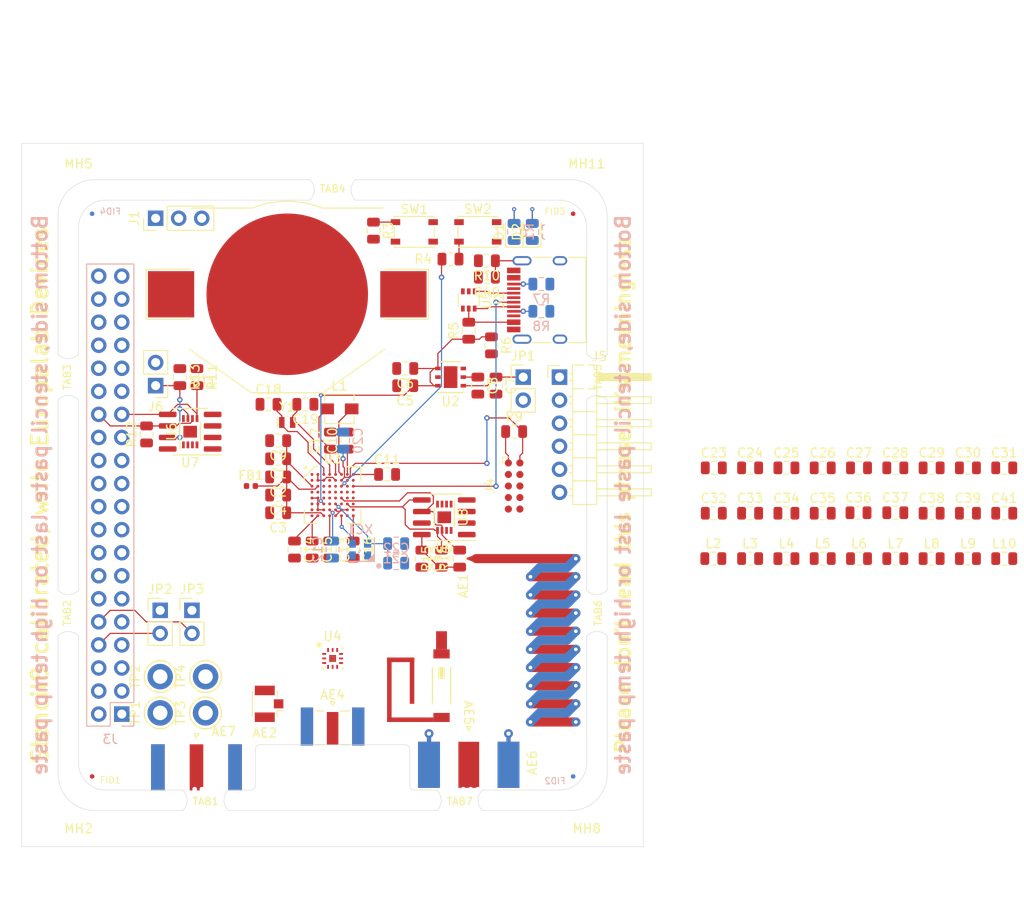
<source format=kicad_pcb>
(kicad_pcb (version 20171130) (host pcbnew 5.1.5+dfsg1-2build2)

  (general
    (thickness 1.6)
    (drawings 95)
    (tracks 229)
    (zones 0)
    (modules 121)
    (nets 121)
  )

  (page A3)
  (title_block
    (date "15 nov 2012")
  )

  (layers
    (0 F.Cu signal)
    (1 In1.Cu signal)
    (2 In2.Cu signal)
    (31 B.Cu signal)
    (34 B.Paste user)
    (35 F.Paste user)
    (36 B.SilkS user)
    (37 F.SilkS user)
    (38 B.Mask user)
    (39 F.Mask user)
    (40 Dwgs.User user)
    (41 Cmts.User user hide)
    (44 Edge.Cuts user)
    (45 Margin user)
    (46 B.CrtYd user)
    (47 F.CrtYd user)
    (48 B.Fab user)
    (49 F.Fab user)
  )

  (setup
    (last_trace_width 0.127)
    (user_trace_width 0.1016)
    (user_trace_width 0.127)
    (user_trace_width 0.2)
    (trace_clearance 0.09)
    (zone_clearance 0.508)
    (zone_45_only no)
    (trace_min 0.09)
    (via_size 0.45)
    (via_drill 0.2)
    (via_min_size 0.45)
    (via_min_drill 0.2)
    (user_via 0.6 0.3)
    (uvia_size 0.45)
    (uvia_drill 0.1)
    (uvias_allowed no)
    (uvia_min_size 0.45)
    (uvia_min_drill 0.1)
    (edge_width 0.1)
    (segment_width 0.1)
    (pcb_text_width 0.25)
    (pcb_text_size 1 1)
    (mod_edge_width 0.15)
    (mod_text_size 1 1)
    (mod_text_width 0.15)
    (pad_size 2.5 2.5)
    (pad_drill 2.5)
    (pad_to_mask_clearance 0)
    (aux_axis_origin 0 0)
    (visible_elements 7FFFF7FF)
    (pcbplotparams
      (layerselection 0x00030_80000001)
      (usegerberextensions true)
      (usegerberattributes false)
      (usegerberadvancedattributes false)
      (creategerberjobfile false)
      (excludeedgelayer true)
      (linewidth 0.150000)
      (plotframeref false)
      (viasonmask false)
      (mode 1)
      (useauxorigin false)
      (hpglpennumber 1)
      (hpglpenspeed 20)
      (hpglpendiameter 15.000000)
      (psnegative false)
      (psa4output false)
      (plotreference true)
      (plotvalue true)
      (plotinvisibletext false)
      (padsonsilk false)
      (subtractmaskfromsilk false)
      (outputformat 1)
      (mirror false)
      (drillshape 1)
      (scaleselection 1)
      (outputdirectory ""))
  )

  (net 0 "")
  (net 1 GND)
  (net 2 "Net-(AE1-Pad1)")
  (net 3 /Sheet5F53D5B4/RFSWPWR)
  (net 4 "Net-(C8-Pad1)")
  (net 5 /Sheet5F53D5B4/POWAMP)
  (net 6 "Net-(C13-Pad1)")
  (net 7 /Sheet5F53D5B4/HFOUT)
  (net 8 +3V3)
  (net 9 "Net-(C29-Pad1)")
  (net 10 /Sheet5F53D5B4/UART_RX)
  (net 11 /Sheet5F53D5B4/UART_TX)
  (net 12 /Sheet5F53D5B4/HPOUT)
  (net 13 /Sheet5F53D5B4/HFIN)
  (net 14 /Sheet5F53D5B4/BANDSEL)
  (net 15 "Net-(XC1-Pad1)")
  (net 16 "Net-(BT1-Pad1)")
  (net 17 /Sheet5F53D5B4/USB_BUS)
  (net 18 "Net-(C33-Pad1)")
  (net 19 "Net-(C34-Pad1)")
  (net 20 /Sheet5F53D5B4/CMDRST)
  (net 21 "Net-(D1-Pad2)")
  (net 22 "Net-(D1-Pad1)")
  (net 23 "Net-(D2-Pad1)")
  (net 24 "Net-(D2-Pad2)")
  (net 25 /Sheet5F53D5B4/USB_P)
  (net 26 /Sheet5F53D5B4/USB_N)
  (net 27 /Sheet60040980/ID_SD)
  (net 28 /Sheet60040980/ID_SC)
  (net 29 /Sheet5F53D5B4/SWDCLK)
  (net 30 /Sheet60040980/SWDCLK)
  (net 31 "Net-(J3-Pad7)")
  (net 32 "Net-(J3-Pad8)")
  (net 33 "Net-(J4-Pad6)")
  (net 34 /Sheet5F53D5B4/CN_VBAT)
  (net 35 /Sheet5F53D5B4/I2C_SCL)
  (net 36 /Sheet5F53D5B4/I2C_SDA)
  (net 37 "Net-(TP3-Pad1)")
  (net 38 "Net-(TP4-Pad1)")
  (net 39 /Sheet5F53D5B4/XCEIV)
  (net 40 /Sheet5F53D5B4/CRYSTAL_XIN-RESERVED)
  (net 41 /Sheet5F53D5B4/CRYSTAL_XOUT-RESERVED)
  (net 42 "Net-(AE5-Pad2)")
  (net 43 "Net-(C1-Pad1)")
  (net 44 "Net-(C7-Pad1)")
  (net 45 "Net-(C14-Pad1)")
  (net 46 "Net-(C17-Pad1)")
  (net 47 "Net-(C18-Pad2)")
  (net 48 "Net-(C19-Pad2)")
  (net 49 "Net-(C23-Pad2)")
  (net 50 "Net-(C23-Pad1)")
  (net 51 "Net-(C24-Pad1)")
  (net 52 "Net-(C24-Pad2)")
  (net 53 "Net-(C29-Pad2)")
  (net 54 "Net-(C33-Pad2)")
  (net 55 "Net-(C35-Pad2)")
  (net 56 "Net-(C40-Pad1)")
  (net 57 "Net-(J2-PadB5)")
  (net 58 "Net-(J2-PadA8)")
  (net 59 "Net-(J2-PadA5)")
  (net 60 "Net-(J2-PadB8)")
  (net 61 "Net-(J2-PadA4)")
  (net 62 "Net-(J3-Pad2)")
  (net 63 "Net-(J3-Pad3)")
  (net 64 "Net-(J3-Pad4)")
  (net 65 "Net-(J3-Pad5)")
  (net 66 "Net-(J3-Pad10)")
  (net 67 "Net-(J3-Pad11)")
  (net 68 "Net-(J3-Pad12)")
  (net 69 "Net-(J3-Pad13)")
  (net 70 "Net-(J3-Pad15)")
  (net 71 "Net-(J3-Pad16)")
  (net 72 "Net-(J3-Pad18)")
  (net 73 "Net-(J3-Pad19)")
  (net 74 "Net-(J3-Pad21)")
  (net 75 "Net-(J3-Pad22)")
  (net 76 "Net-(J3-Pad23)")
  (net 77 "Net-(J3-Pad24)")
  (net 78 "Net-(J3-Pad26)")
  (net 79 "Net-(J3-Pad29)")
  (net 80 "Net-(J3-Pad31)")
  (net 81 "Net-(J3-Pad32)")
  (net 82 "Net-(J3-Pad33)")
  (net 83 "Net-(J3-Pad35)")
  (net 84 "Net-(J3-Pad36)")
  (net 85 "Net-(J3-Pad37)")
  (net 86 "Net-(J3-Pad38)")
  (net 87 "Net-(J3-Pad40)")
  (net 88 "Net-(J4-Pad7)")
  (net 89 "Net-(J4-Pad8)")
  (net 90 "Net-(J5-Pad2)")
  (net 91 "Net-(J5-Pad3)")
  (net 92 "Net-(J5-Pad6)")
  (net 93 "Net-(J6-Pad1)")
  (net 94 "Net-(L1-Pad2)")
  (net 95 "Net-(R3-Pad1)")
  (net 96 "Net-(R4-Pad1)")
  (net 97 "Net-(R4-Pad2)")
  (net 98 "Net-(U2-Pad5)")
  (net 99 "Net-(U3-PadG1)")
  (net 100 "Net-(U3-PadH1)")
  (net 101 "Net-(U3-PadE3)")
  (net 102 "Net-(U3-PadB4)")
  (net 103 "Net-(U3-PadE4)")
  (net 104 "Net-(U3-PadF4)")
  (net 105 "Net-(U3-PadE5)")
  (net 106 "Net-(U3-PadH6)")
  (net 107 "Net-(U3-PadC7)")
  (net 108 "Net-(U3-PadD7)")
  (net 109 "Net-(U3-PadH7)")
  (net 110 "Net-(U3-PadD8)")
  (net 111 "Net-(U5-Pad3)")
  (net 112 "Net-(U5-Pad4)")
  (net 113 "Net-(U8-Pad7)")
  (net 114 "Net-(U8-Pad3)")
  (net 115 "Net-(U8-Pad2)")
  (net 116 "Net-(U8-Pad1)")
  (net 117 "Net-(U9-Pad1)")
  (net 118 "Net-(U9-Pad2)")
  (net 119 "Net-(U9-Pad3)")
  (net 120 "Net-(U9-Pad7)")

  (net_class Default "This is the default net class."
    (clearance 0.09)
    (trace_width 0.09)
    (via_dia 0.45)
    (via_drill 0.2)
    (uvia_dia 0.45)
    (uvia_drill 0.1)
    (add_net +3V3)
    (add_net /Sheet5F53D5B4/BANDSEL)
    (add_net /Sheet5F53D5B4/CMDRST)
    (add_net /Sheet5F53D5B4/CN_VBAT)
    (add_net /Sheet5F53D5B4/CRYSTAL_XIN-RESERVED)
    (add_net /Sheet5F53D5B4/CRYSTAL_XOUT-RESERVED)
    (add_net /Sheet5F53D5B4/HFIN)
    (add_net /Sheet5F53D5B4/HFOUT)
    (add_net /Sheet5F53D5B4/HPOUT)
    (add_net /Sheet5F53D5B4/I2C_SCL)
    (add_net /Sheet5F53D5B4/I2C_SDA)
    (add_net /Sheet5F53D5B4/POWAMP)
    (add_net /Sheet5F53D5B4/RFSWPWR)
    (add_net /Sheet5F53D5B4/SWDCLK)
    (add_net /Sheet5F53D5B4/UART_RX)
    (add_net /Sheet5F53D5B4/UART_TX)
    (add_net /Sheet5F53D5B4/USB_BUS)
    (add_net /Sheet5F53D5B4/USB_N)
    (add_net /Sheet5F53D5B4/USB_P)
    (add_net /Sheet5F53D5B4/XCEIV)
    (add_net /Sheet60040980/ID_SC)
    (add_net /Sheet60040980/ID_SD)
    (add_net /Sheet60040980/SWDCLK)
    (add_net GND)
    (add_net "Net-(AE1-Pad1)")
    (add_net "Net-(AE5-Pad2)")
    (add_net "Net-(BT1-Pad1)")
    (add_net "Net-(C1-Pad1)")
    (add_net "Net-(C13-Pad1)")
    (add_net "Net-(C14-Pad1)")
    (add_net "Net-(C17-Pad1)")
    (add_net "Net-(C18-Pad2)")
    (add_net "Net-(C19-Pad2)")
    (add_net "Net-(C23-Pad1)")
    (add_net "Net-(C23-Pad2)")
    (add_net "Net-(C24-Pad1)")
    (add_net "Net-(C24-Pad2)")
    (add_net "Net-(C29-Pad1)")
    (add_net "Net-(C29-Pad2)")
    (add_net "Net-(C33-Pad1)")
    (add_net "Net-(C33-Pad2)")
    (add_net "Net-(C34-Pad1)")
    (add_net "Net-(C35-Pad2)")
    (add_net "Net-(C40-Pad1)")
    (add_net "Net-(C7-Pad1)")
    (add_net "Net-(C8-Pad1)")
    (add_net "Net-(D1-Pad1)")
    (add_net "Net-(D1-Pad2)")
    (add_net "Net-(D2-Pad1)")
    (add_net "Net-(D2-Pad2)")
    (add_net "Net-(J2-PadA4)")
    (add_net "Net-(J2-PadA5)")
    (add_net "Net-(J2-PadA8)")
    (add_net "Net-(J2-PadB5)")
    (add_net "Net-(J2-PadB8)")
    (add_net "Net-(J3-Pad10)")
    (add_net "Net-(J3-Pad11)")
    (add_net "Net-(J3-Pad12)")
    (add_net "Net-(J3-Pad13)")
    (add_net "Net-(J3-Pad15)")
    (add_net "Net-(J3-Pad16)")
    (add_net "Net-(J3-Pad18)")
    (add_net "Net-(J3-Pad19)")
    (add_net "Net-(J3-Pad2)")
    (add_net "Net-(J3-Pad21)")
    (add_net "Net-(J3-Pad22)")
    (add_net "Net-(J3-Pad23)")
    (add_net "Net-(J3-Pad24)")
    (add_net "Net-(J3-Pad26)")
    (add_net "Net-(J3-Pad29)")
    (add_net "Net-(J3-Pad3)")
    (add_net "Net-(J3-Pad31)")
    (add_net "Net-(J3-Pad32)")
    (add_net "Net-(J3-Pad33)")
    (add_net "Net-(J3-Pad35)")
    (add_net "Net-(J3-Pad36)")
    (add_net "Net-(J3-Pad37)")
    (add_net "Net-(J3-Pad38)")
    (add_net "Net-(J3-Pad4)")
    (add_net "Net-(J3-Pad40)")
    (add_net "Net-(J3-Pad5)")
    (add_net "Net-(J3-Pad7)")
    (add_net "Net-(J3-Pad8)")
    (add_net "Net-(J4-Pad6)")
    (add_net "Net-(J4-Pad7)")
    (add_net "Net-(J4-Pad8)")
    (add_net "Net-(J5-Pad2)")
    (add_net "Net-(J5-Pad3)")
    (add_net "Net-(J5-Pad6)")
    (add_net "Net-(J6-Pad1)")
    (add_net "Net-(L1-Pad2)")
    (add_net "Net-(R3-Pad1)")
    (add_net "Net-(R4-Pad1)")
    (add_net "Net-(R4-Pad2)")
    (add_net "Net-(TP3-Pad1)")
    (add_net "Net-(TP4-Pad1)")
    (add_net "Net-(U2-Pad5)")
    (add_net "Net-(U3-PadB4)")
    (add_net "Net-(U3-PadC7)")
    (add_net "Net-(U3-PadD7)")
    (add_net "Net-(U3-PadD8)")
    (add_net "Net-(U3-PadE3)")
    (add_net "Net-(U3-PadE4)")
    (add_net "Net-(U3-PadE5)")
    (add_net "Net-(U3-PadF4)")
    (add_net "Net-(U3-PadG1)")
    (add_net "Net-(U3-PadH1)")
    (add_net "Net-(U3-PadH6)")
    (add_net "Net-(U3-PadH7)")
    (add_net "Net-(U5-Pad3)")
    (add_net "Net-(U5-Pad4)")
    (add_net "Net-(U8-Pad1)")
    (add_net "Net-(U8-Pad2)")
    (add_net "Net-(U8-Pad3)")
    (add_net "Net-(U8-Pad7)")
    (add_net "Net-(U9-Pad1)")
    (add_net "Net-(U9-Pad2)")
    (add_net "Net-(U9-Pad3)")
    (add_net "Net-(U9-Pad7)")
    (add_net "Net-(XC1-Pad1)")
  )

  (net_class Power ""
    (clearance 0.2)
    (trace_width 0.5)
    (via_dia 1)
    (via_drill 0.7)
    (uvia_dia 0.5)
    (uvia_drill 0.1)
  )

  (module Elabdev:Panel_Mousetab_25mm_Single (layer F.Cu) (tedit 5CD9E502) (tstamp 5F680FEC)
    (at 224 181.75 90)
    (path /5CD9EB0D)
    (fp_text reference TAB7 (at 0 0) (layer F.SilkS)
      (effects (font (size 0.8 0.8) (thickness 0.13)))
    )
    (fp_text value Pantab (at 0 3.5 90) (layer F.Fab)
      (effects (font (size 1 1) (thickness 0.15)))
    )
    (fp_line (start 1.25 -2.2) (end 1.25 2.2) (layer F.Fab) (width 0.15))
    (fp_line (start -1.25 -2.2) (end -1.25 2.2) (layer F.Fab) (width 0.15))
    (fp_line (start 2.1 -2.6) (end 2.1 2.6) (layer F.CrtYd) (width 0.15))
    (fp_line (start 2.1 2.6) (end -2.1 2.6) (layer F.CrtYd) (width 0.15))
    (fp_line (start -2.1 2.6) (end -2.1 -2.6) (layer F.CrtYd) (width 0.15))
    (fp_line (start -2.1 -2.6) (end 2.1 -2.6) (layer F.CrtYd) (width 0.15))
    (pad "" np_thru_hole circle (at 1.35 2 90) (size 0.5 0.5) (drill 0.5) (layers *.Cu))
    (pad "" np_thru_hole circle (at 1.35 1.2 90) (size 0.5 0.5) (drill 0.5) (layers *.Cu))
    (pad "" np_thru_hole circle (at 1.35 0.4 90) (size 0.5 0.5) (drill 0.5) (layers *.Cu))
    (pad "" np_thru_hole circle (at 1.35 -0.4 90) (size 0.5 0.5) (drill 0.5) (layers *.Cu))
    (pad "" np_thru_hole circle (at 1.35 -1.2 90) (size 0.5 0.5) (drill 0.5) (layers *.Cu))
    (pad "" np_thru_hole circle (at 1.35 -2 90) (size 0.5 0.5) (drill 0.5) (layers *.Cu))
  )

  (module Elabdev:Panel_Mousetab_25mm_Single (layer F.Cu) (tedit 5CD9E59A) (tstamp 5F4C0A71)
    (at 210 114.25 270)
    (path /5CD5C3A7)
    (fp_text reference TAB4 (at 0 0 180) (layer F.SilkS)
      (effects (font (size 0.8 0.8) (thickness 0.13)))
    )
    (fp_text value Pantab (at 0 -3.5 270) (layer F.Fab)
      (effects (font (size 1 1) (thickness 0.15)))
    )
    (fp_line (start 1.25 -2.2) (end 1.25 2.2) (layer F.Fab) (width 0.15))
    (fp_line (start -1.25 -2.2) (end -1.25 2.2) (layer F.Fab) (width 0.15))
    (fp_line (start 2.1 -2.6) (end 2.1 2.6) (layer F.CrtYd) (width 0.15))
    (fp_line (start 2.1 2.6) (end -2.1 2.6) (layer F.CrtYd) (width 0.15))
    (fp_line (start -2.1 2.6) (end -2.1 -2.6) (layer F.CrtYd) (width 0.15))
    (fp_line (start -2.1 -2.6) (end 2.1 -2.6) (layer F.CrtYd) (width 0.15))
    (pad "" np_thru_hole circle (at 1.35 2 270) (size 0.5 0.5) (drill 0.5) (layers *.Cu))
    (pad "" np_thru_hole circle (at 1.35 1.2 270) (size 0.5 0.5) (drill 0.5) (layers *.Cu))
    (pad "" np_thru_hole circle (at 1.35 0.4 270) (size 0.5 0.5) (drill 0.5) (layers *.Cu))
    (pad "" np_thru_hole circle (at 1.35 -0.4 270) (size 0.5 0.5) (drill 0.5) (layers *.Cu))
    (pad "" np_thru_hole circle (at 1.35 -1.2 270) (size 0.5 0.5) (drill 0.5) (layers *.Cu))
    (pad "" np_thru_hole circle (at 1.35 -2 270) (size 0.5 0.5) (drill 0.5) (layers *.Cu))
  )

  (module Elabdev:Panel_Mousetab_25mm_Single (layer F.Cu) (tedit 5CD9E502) (tstamp 5CE1C45C)
    (at 196 181.75 90)
    (path /5CD9EB0D)
    (fp_text reference TAB1 (at 0 0) (layer F.SilkS)
      (effects (font (size 0.8 0.8) (thickness 0.13)))
    )
    (fp_text value Pantab (at 0 3.5 90) (layer F.Fab)
      (effects (font (size 1 1) (thickness 0.15)))
    )
    (fp_line (start -2.1 -2.6) (end 2.1 -2.6) (layer F.CrtYd) (width 0.15))
    (fp_line (start -2.1 2.6) (end -2.1 -2.6) (layer F.CrtYd) (width 0.15))
    (fp_line (start 2.1 2.6) (end -2.1 2.6) (layer F.CrtYd) (width 0.15))
    (fp_line (start 2.1 -2.6) (end 2.1 2.6) (layer F.CrtYd) (width 0.15))
    (fp_line (start -1.25 -2.2) (end -1.25 2.2) (layer F.Fab) (width 0.15))
    (fp_line (start 1.25 -2.2) (end 1.25 2.2) (layer F.Fab) (width 0.15))
    (pad "" np_thru_hole circle (at 1.35 -2 90) (size 0.5 0.5) (drill 0.5) (layers *.Cu))
    (pad "" np_thru_hole circle (at 1.35 -1.2 90) (size 0.5 0.5) (drill 0.5) (layers *.Cu))
    (pad "" np_thru_hole circle (at 1.35 -0.4 90) (size 0.5 0.5) (drill 0.5) (layers *.Cu))
    (pad "" np_thru_hole circle (at 1.35 0.4 90) (size 0.5 0.5) (drill 0.5) (layers *.Cu))
    (pad "" np_thru_hole circle (at 1.35 1.2 90) (size 0.5 0.5) (drill 0.5) (layers *.Cu))
    (pad "" np_thru_hole circle (at 1.35 2 90) (size 0.5 0.5) (drill 0.5) (layers *.Cu))
  )

  (module Elabdev:Panel_Mousetab_25mm_Single (layer F.Cu) (tedit 5CD5AA6C) (tstamp 5F4C1007)
    (at 180.75 161)
    (path /5CD5C074)
    (fp_text reference TAB2 (at 0 0 90) (layer F.SilkS)
      (effects (font (size 0.8 0.8) (thickness 0.13)))
    )
    (fp_text value Pantab (at -2.5 0 -270) (layer F.Fab)
      (effects (font (size 1 1) (thickness 0.15)))
    )
    (fp_line (start -2.1 -2.6) (end 2.1 -2.6) (layer F.CrtYd) (width 0.15))
    (fp_line (start -2.1 2.6) (end -2.1 -2.6) (layer F.CrtYd) (width 0.15))
    (fp_line (start 2.1 2.6) (end -2.1 2.6) (layer F.CrtYd) (width 0.15))
    (fp_line (start 2.1 -2.6) (end 2.1 2.6) (layer F.CrtYd) (width 0.15))
    (fp_line (start -1.25 -2.2) (end -1.25 2.2) (layer F.Fab) (width 0.15))
    (fp_line (start 1.25 -2.2) (end 1.25 2.2) (layer F.Fab) (width 0.15))
    (pad "" np_thru_hole circle (at 1.35 -2) (size 0.5 0.5) (drill 0.5) (layers *.Cu))
    (pad "" np_thru_hole circle (at 1.35 -1.2) (size 0.5 0.5) (drill 0.5) (layers *.Cu))
    (pad "" np_thru_hole circle (at 1.35 -0.4) (size 0.5 0.5) (drill 0.5) (layers *.Cu))
    (pad "" np_thru_hole circle (at 1.35 0.4) (size 0.5 0.5) (drill 0.5) (layers *.Cu))
    (pad "" np_thru_hole circle (at 1.35 1.2) (size 0.5 0.5) (drill 0.5) (layers *.Cu))
    (pad "" np_thru_hole circle (at 1.35 2) (size 0.5 0.5) (drill 0.5) (layers *.Cu))
  )

  (module Elabdev:Panel_Mousetab_25mm_Single (layer F.Cu) (tedit 5CD5AA6C) (tstamp 5F4C1047)
    (at 180.75 135)
    (path /5CD5C074)
    (fp_text reference TAB3 (at 0 0 90) (layer F.SilkS)
      (effects (font (size 0.8 0.8) (thickness 0.13)))
    )
    (fp_text value Pantab (at -2.5 0 -270) (layer F.Fab)
      (effects (font (size 1 1) (thickness 0.15)))
    )
    (fp_line (start 1.25 -2.2) (end 1.25 2.2) (layer F.Fab) (width 0.15))
    (fp_line (start -1.25 -2.2) (end -1.25 2.2) (layer F.Fab) (width 0.15))
    (fp_line (start 2.1 -2.6) (end 2.1 2.6) (layer F.CrtYd) (width 0.15))
    (fp_line (start 2.1 2.6) (end -2.1 2.6) (layer F.CrtYd) (width 0.15))
    (fp_line (start -2.1 2.6) (end -2.1 -2.6) (layer F.CrtYd) (width 0.15))
    (fp_line (start -2.1 -2.6) (end 2.1 -2.6) (layer F.CrtYd) (width 0.15))
    (pad "" np_thru_hole circle (at 1.35 2) (size 0.5 0.5) (drill 0.5) (layers *.Cu))
    (pad "" np_thru_hole circle (at 1.35 1.2) (size 0.5 0.5) (drill 0.5) (layers *.Cu))
    (pad "" np_thru_hole circle (at 1.35 0.4) (size 0.5 0.5) (drill 0.5) (layers *.Cu))
    (pad "" np_thru_hole circle (at 1.35 -0.4) (size 0.5 0.5) (drill 0.5) (layers *.Cu))
    (pad "" np_thru_hole circle (at 1.35 -1.2) (size 0.5 0.5) (drill 0.5) (layers *.Cu))
    (pad "" np_thru_hole circle (at 1.35 -2) (size 0.5 0.5) (drill 0.5) (layers *.Cu))
  )

  (module Elabdev:Panel_Mousetab_25mm_Single (layer F.Cu) (tedit 5CD5AA6C) (tstamp 5F4C108A)
    (at 239.25 135 180)
    (path /5CD5C074)
    (fp_text reference TAB5 (at 0 0 90) (layer F.SilkS)
      (effects (font (size 0.8 0.8) (thickness 0.13)))
    )
    (fp_text value Pantab (at -2.5 0 90) (layer F.Fab)
      (effects (font (size 1 1) (thickness 0.15)))
    )
    (fp_line (start 1.25 -2.2) (end 1.25 2.2) (layer F.Fab) (width 0.15))
    (fp_line (start -1.25 -2.2) (end -1.25 2.2) (layer F.Fab) (width 0.15))
    (fp_line (start 2.1 -2.6) (end 2.1 2.6) (layer F.CrtYd) (width 0.15))
    (fp_line (start 2.1 2.6) (end -2.1 2.6) (layer F.CrtYd) (width 0.15))
    (fp_line (start -2.1 2.6) (end -2.1 -2.6) (layer F.CrtYd) (width 0.15))
    (fp_line (start -2.1 -2.6) (end 2.1 -2.6) (layer F.CrtYd) (width 0.15))
    (pad "" np_thru_hole circle (at 1.35 2 180) (size 0.5 0.5) (drill 0.5) (layers *.Cu))
    (pad "" np_thru_hole circle (at 1.35 1.2 180) (size 0.5 0.5) (drill 0.5) (layers *.Cu))
    (pad "" np_thru_hole circle (at 1.35 0.4 180) (size 0.5 0.5) (drill 0.5) (layers *.Cu))
    (pad "" np_thru_hole circle (at 1.35 -0.4 180) (size 0.5 0.5) (drill 0.5) (layers *.Cu))
    (pad "" np_thru_hole circle (at 1.35 -1.2 180) (size 0.5 0.5) (drill 0.5) (layers *.Cu))
    (pad "" np_thru_hole circle (at 1.35 -2 180) (size 0.5 0.5) (drill 0.5) (layers *.Cu))
  )

  (module Elabdev:Panel_Mousetab_25mm_Single (layer F.Cu) (tedit 5CD5AA6C) (tstamp 5F4C1067)
    (at 239.25 161 180)
    (path /5CD5C074)
    (fp_text reference TAB6 (at 0 0 90) (layer F.SilkS)
      (effects (font (size 0.8 0.8) (thickness 0.13)))
    )
    (fp_text value Pantab (at -2.5 0 90) (layer F.Fab)
      (effects (font (size 1 1) (thickness 0.15)))
    )
    (fp_line (start -2.1 -2.6) (end 2.1 -2.6) (layer F.CrtYd) (width 0.15))
    (fp_line (start -2.1 2.6) (end -2.1 -2.6) (layer F.CrtYd) (width 0.15))
    (fp_line (start 2.1 2.6) (end -2.1 2.6) (layer F.CrtYd) (width 0.15))
    (fp_line (start 2.1 -2.6) (end 2.1 2.6) (layer F.CrtYd) (width 0.15))
    (fp_line (start -1.25 -2.2) (end -1.25 2.2) (layer F.Fab) (width 0.15))
    (fp_line (start 1.25 -2.2) (end 1.25 2.2) (layer F.Fab) (width 0.15))
    (pad "" np_thru_hole circle (at 1.35 -2 180) (size 0.5 0.5) (drill 0.5) (layers *.Cu))
    (pad "" np_thru_hole circle (at 1.35 -1.2 180) (size 0.5 0.5) (drill 0.5) (layers *.Cu))
    (pad "" np_thru_hole circle (at 1.35 -0.4 180) (size 0.5 0.5) (drill 0.5) (layers *.Cu))
    (pad "" np_thru_hole circle (at 1.35 0.4 180) (size 0.5 0.5) (drill 0.5) (layers *.Cu))
    (pad "" np_thru_hole circle (at 1.35 1.2 180) (size 0.5 0.5) (drill 0.5) (layers *.Cu))
    (pad "" np_thru_hole circle (at 1.35 2 180) (size 0.5 0.5) (drill 0.5) (layers *.Cu))
  )

  (module Connector_PinSocket_2.54mm:PinSocket_2x20_P2.54mm_Vertical (layer B.Cu) (tedit 5A19A433) (tstamp 5F683F15)
    (at 186.77 172.13)
    (descr "Through hole straight socket strip, 2x20, 2.54mm pitch, double cols (from Kicad 4.0.7), script generated")
    (tags "Through hole socket strip THT 2x20 2.54mm double row")
    (path /60040981/5F6A7FD9)
    (fp_text reference J3 (at -1.27 2.77) (layer B.SilkS)
      (effects (font (size 1 1) (thickness 0.15)) (justify mirror))
    )
    (fp_text value RPIHAT-40W (at -1.27 -51.03) (layer B.Fab)
      (effects (font (size 1 1) (thickness 0.15)) (justify mirror))
    )
    (fp_line (start -3.81 1.27) (end 0.27 1.27) (layer B.Fab) (width 0.1))
    (fp_line (start 0.27 1.27) (end 1.27 0.27) (layer B.Fab) (width 0.1))
    (fp_line (start 1.27 0.27) (end 1.27 -49.53) (layer B.Fab) (width 0.1))
    (fp_line (start 1.27 -49.53) (end -3.81 -49.53) (layer B.Fab) (width 0.1))
    (fp_line (start -3.81 -49.53) (end -3.81 1.27) (layer B.Fab) (width 0.1))
    (fp_line (start -3.87 1.33) (end -1.27 1.33) (layer B.SilkS) (width 0.12))
    (fp_line (start -3.87 1.33) (end -3.87 -49.59) (layer B.SilkS) (width 0.12))
    (fp_line (start -3.87 -49.59) (end 1.33 -49.59) (layer B.SilkS) (width 0.12))
    (fp_line (start 1.33 -1.27) (end 1.33 -49.59) (layer B.SilkS) (width 0.12))
    (fp_line (start -1.27 -1.27) (end 1.33 -1.27) (layer B.SilkS) (width 0.12))
    (fp_line (start -1.27 1.33) (end -1.27 -1.27) (layer B.SilkS) (width 0.12))
    (fp_line (start 1.33 1.33) (end 1.33 0) (layer B.SilkS) (width 0.12))
    (fp_line (start 0 1.33) (end 1.33 1.33) (layer B.SilkS) (width 0.12))
    (fp_line (start -4.34 1.8) (end 1.76 1.8) (layer B.CrtYd) (width 0.05))
    (fp_line (start 1.76 1.8) (end 1.76 -50) (layer B.CrtYd) (width 0.05))
    (fp_line (start 1.76 -50) (end -4.34 -50) (layer B.CrtYd) (width 0.05))
    (fp_line (start -4.34 -50) (end -4.34 1.8) (layer B.CrtYd) (width 0.05))
    (fp_text user %R (at -1.27 -24.13 -90) (layer B.Fab)
      (effects (font (size 1 1) (thickness 0.15)) (justify mirror))
    )
    (pad 1 thru_hole rect (at 0 0) (size 1.7 1.7) (drill 1) (layers *.Cu *.Mask)
      (net 8 +3V3))
    (pad 2 thru_hole oval (at -2.54 0) (size 1.7 1.7) (drill 1) (layers *.Cu *.Mask)
      (net 62 "Net-(J3-Pad2)"))
    (pad 3 thru_hole oval (at 0 -2.54) (size 1.7 1.7) (drill 1) (layers *.Cu *.Mask)
      (net 63 "Net-(J3-Pad3)"))
    (pad 4 thru_hole oval (at -2.54 -2.54) (size 1.7 1.7) (drill 1) (layers *.Cu *.Mask)
      (net 64 "Net-(J3-Pad4)"))
    (pad 5 thru_hole oval (at 0 -5.08) (size 1.7 1.7) (drill 1) (layers *.Cu *.Mask)
      (net 65 "Net-(J3-Pad5)"))
    (pad 6 thru_hole oval (at -2.54 -5.08) (size 1.7 1.7) (drill 1) (layers *.Cu *.Mask)
      (net 1 GND))
    (pad 7 thru_hole oval (at 0 -7.62) (size 1.7 1.7) (drill 1) (layers *.Cu *.Mask)
      (net 31 "Net-(J3-Pad7)"))
    (pad 8 thru_hole oval (at -2.54 -7.62) (size 1.7 1.7) (drill 1) (layers *.Cu *.Mask)
      (net 32 "Net-(J3-Pad8)"))
    (pad 9 thru_hole oval (at 0 -10.16) (size 1.7 1.7) (drill 1) (layers *.Cu *.Mask)
      (net 1 GND))
    (pad 10 thru_hole oval (at -2.54 -10.16) (size 1.7 1.7) (drill 1) (layers *.Cu *.Mask)
      (net 66 "Net-(J3-Pad10)"))
    (pad 11 thru_hole oval (at 0 -12.7) (size 1.7 1.7) (drill 1) (layers *.Cu *.Mask)
      (net 67 "Net-(J3-Pad11)"))
    (pad 12 thru_hole oval (at -2.54 -12.7) (size 1.7 1.7) (drill 1) (layers *.Cu *.Mask)
      (net 68 "Net-(J3-Pad12)"))
    (pad 13 thru_hole oval (at 0 -15.24) (size 1.7 1.7) (drill 1) (layers *.Cu *.Mask)
      (net 69 "Net-(J3-Pad13)"))
    (pad 14 thru_hole oval (at -2.54 -15.24) (size 1.7 1.7) (drill 1) (layers *.Cu *.Mask)
      (net 1 GND))
    (pad 15 thru_hole oval (at 0 -17.78) (size 1.7 1.7) (drill 1) (layers *.Cu *.Mask)
      (net 70 "Net-(J3-Pad15)"))
    (pad 16 thru_hole oval (at -2.54 -17.78) (size 1.7 1.7) (drill 1) (layers *.Cu *.Mask)
      (net 71 "Net-(J3-Pad16)"))
    (pad 17 thru_hole oval (at 0 -20.32) (size 1.7 1.7) (drill 1) (layers *.Cu *.Mask)
      (net 8 +3V3))
    (pad 18 thru_hole oval (at -2.54 -20.32) (size 1.7 1.7) (drill 1) (layers *.Cu *.Mask)
      (net 72 "Net-(J3-Pad18)"))
    (pad 19 thru_hole oval (at 0 -22.86) (size 1.7 1.7) (drill 1) (layers *.Cu *.Mask)
      (net 73 "Net-(J3-Pad19)"))
    (pad 20 thru_hole oval (at -2.54 -22.86) (size 1.7 1.7) (drill 1) (layers *.Cu *.Mask)
      (net 1 GND))
    (pad 21 thru_hole oval (at 0 -25.4) (size 1.7 1.7) (drill 1) (layers *.Cu *.Mask)
      (net 74 "Net-(J3-Pad21)"))
    (pad 22 thru_hole oval (at -2.54 -25.4) (size 1.7 1.7) (drill 1) (layers *.Cu *.Mask)
      (net 75 "Net-(J3-Pad22)"))
    (pad 23 thru_hole oval (at 0 -27.94) (size 1.7 1.7) (drill 1) (layers *.Cu *.Mask)
      (net 76 "Net-(J3-Pad23)"))
    (pad 24 thru_hole oval (at -2.54 -27.94) (size 1.7 1.7) (drill 1) (layers *.Cu *.Mask)
      (net 77 "Net-(J3-Pad24)"))
    (pad 25 thru_hole oval (at 0 -30.48) (size 1.7 1.7) (drill 1) (layers *.Cu *.Mask)
      (net 1 GND))
    (pad 26 thru_hole oval (at -2.54 -30.48) (size 1.7 1.7) (drill 1) (layers *.Cu *.Mask)
      (net 78 "Net-(J3-Pad26)"))
    (pad 27 thru_hole oval (at 0 -33.02) (size 1.7 1.7) (drill 1) (layers *.Cu *.Mask)
      (net 27 /Sheet60040980/ID_SD))
    (pad 28 thru_hole oval (at -2.54 -33.02) (size 1.7 1.7) (drill 1) (layers *.Cu *.Mask)
      (net 28 /Sheet60040980/ID_SC))
    (pad 29 thru_hole oval (at 0 -35.56) (size 1.7 1.7) (drill 1) (layers *.Cu *.Mask)
      (net 79 "Net-(J3-Pad29)"))
    (pad 30 thru_hole oval (at -2.54 -35.56) (size 1.7 1.7) (drill 1) (layers *.Cu *.Mask)
      (net 1 GND))
    (pad 31 thru_hole oval (at 0 -38.1) (size 1.7 1.7) (drill 1) (layers *.Cu *.Mask)
      (net 80 "Net-(J3-Pad31)"))
    (pad 32 thru_hole oval (at -2.54 -38.1) (size 1.7 1.7) (drill 1) (layers *.Cu *.Mask)
      (net 81 "Net-(J3-Pad32)"))
    (pad 33 thru_hole oval (at 0 -40.64) (size 1.7 1.7) (drill 1) (layers *.Cu *.Mask)
      (net 82 "Net-(J3-Pad33)"))
    (pad 34 thru_hole oval (at -2.54 -40.64) (size 1.7 1.7) (drill 1) (layers *.Cu *.Mask)
      (net 1 GND))
    (pad 35 thru_hole oval (at 0 -43.18) (size 1.7 1.7) (drill 1) (layers *.Cu *.Mask)
      (net 83 "Net-(J3-Pad35)"))
    (pad 36 thru_hole oval (at -2.54 -43.18) (size 1.7 1.7) (drill 1) (layers *.Cu *.Mask)
      (net 84 "Net-(J3-Pad36)"))
    (pad 37 thru_hole oval (at 0 -45.72) (size 1.7 1.7) (drill 1) (layers *.Cu *.Mask)
      (net 85 "Net-(J3-Pad37)"))
    (pad 38 thru_hole oval (at -2.54 -45.72) (size 1.7 1.7) (drill 1) (layers *.Cu *.Mask)
      (net 86 "Net-(J3-Pad38)"))
    (pad 39 thru_hole oval (at 0 -48.26) (size 1.7 1.7) (drill 1) (layers *.Cu *.Mask)
      (net 1 GND))
    (pad 40 thru_hole oval (at -2.54 -48.26) (size 1.7 1.7) (drill 1) (layers *.Cu *.Mask)
      (net 87 "Net-(J3-Pad40)"))
    (model ${KISYS3DMOD}/Connector_PinSocket_2.54mm.3dshapes/PinSocket_2x20_P2.54mm_Vertical.wrl
      (at (xyz 0 0 0))
      (scale (xyz 1 1 1))
      (rotate (xyz 0 0 0))
    )
  )

  (module RF_Antenna:Texas_SWRA416_868MHz_915MHz (layer F.Cu) (tedit 5CF40AFD) (tstamp 5F686F31)
    (at 231 164 270)
    (descr http://www.ti.com/lit/an/swra416/swra416.pdf)
    (tags "PCB antenna")
    (path /5F5C0728/60008187)
    (attr smd)
    (fp_text reference AE1 (at -6 6.6 90) (layer F.SilkS)
      (effects (font (size 1 1) (thickness 0.15)))
    )
    (fp_text value Antenna (at 0.1 -7.6 90) (layer F.Fab)
      (effects (font (size 1 1) (thickness 0.15)))
    )
    (fp_line (start 9.7 2.1) (end 6.2 5.7) (layer Dwgs.User) (width 0.12))
    (fp_line (start 9.7 0.1) (end 4.3 5.7) (layer Dwgs.User) (width 0.12))
    (fp_line (start 9.7 -1.9) (end 2.3 5.7) (layer Dwgs.User) (width 0.12))
    (fp_line (start 9.7 -3.9) (end 0.2 5.7) (layer Dwgs.User) (width 0.12))
    (fp_line (start 9.7 -5.9) (end -1.8 5.7) (layer Dwgs.User) (width 0.12))
    (fp_line (start 8.3 -6.5) (end -3.8 5.7) (layer Dwgs.User) (width 0.12))
    (fp_line (start 6.3 -6.5) (end -5.8 5.7) (layer Dwgs.User) (width 0.12))
    (fp_line (start 4.3 -6.5) (end -7.8 5.7) (layer Dwgs.User) (width 0.12))
    (fp_line (start -9.7 5.5) (end 2.3 -6.5) (layer Dwgs.User) (width 0.12))
    (fp_line (start -9.7 3.5) (end 0.3 -6.5) (layer Dwgs.User) (width 0.12))
    (fp_line (start -9.7 1.5) (end -1.7 -6.5) (layer Dwgs.User) (width 0.12))
    (fp_line (start -9.7 -0.5) (end -3.7 -6.5) (layer Dwgs.User) (width 0.12))
    (fp_line (start -9.7 -2.5) (end -5.7 -6.5) (layer Dwgs.User) (width 0.12))
    (fp_line (start -9.7 -4.5) (end -7.7 -6.5) (layer Dwgs.User) (width 0.12))
    (fp_line (start 9.7 -6.5) (end -9.7 -6.5) (layer Dwgs.User) (width 0.15))
    (fp_line (start 9.7 5.7) (end 9.7 -6.5) (layer Dwgs.User) (width 0.15))
    (fp_line (start -9.7 5.7) (end 9.7 5.7) (layer Dwgs.User) (width 0.15))
    (fp_line (start -9.7 -6.5) (end -9.7 5.7) (layer Dwgs.User) (width 0.15))
    (fp_line (start 7 -5.8) (end 8 -4.8) (layer B.Cu) (width 1))
    (fp_line (start 8 -1.8) (end 9 -0.8) (layer B.Cu) (width 1))
    (fp_line (start 8 -4.8) (end 8 -1.8) (layer B.Cu) (width 1))
    (fp_line (start 9 -5.8) (end 9 -0.8) (layer F.Cu) (width 1))
    (fp_line (start 5 -5.8) (end 6 -4.8) (layer B.Cu) (width 1))
    (fp_line (start 6 -1.8) (end 7 -0.8) (layer B.Cu) (width 1))
    (fp_line (start 6 -4.8) (end 6 -1.8) (layer B.Cu) (width 1))
    (fp_line (start 7 -5.8) (end 7 -0.8) (layer F.Cu) (width 1))
    (fp_line (start 3 -5.8) (end 4 -4.8) (layer B.Cu) (width 1))
    (fp_line (start 4 -1.8) (end 5 -0.8) (layer B.Cu) (width 1))
    (fp_line (start 4 -4.8) (end 4 -1.8) (layer B.Cu) (width 1))
    (fp_line (start 5 -5.8) (end 5 -0.8) (layer F.Cu) (width 1))
    (fp_line (start 1 -5.8) (end 2 -4.8) (layer B.Cu) (width 1))
    (fp_line (start 2 -1.8) (end 3 -0.8) (layer B.Cu) (width 1))
    (fp_line (start 2 -4.8) (end 2 -1.8) (layer B.Cu) (width 1))
    (fp_line (start 3 -5.8) (end 3 -0.8) (layer F.Cu) (width 1))
    (fp_line (start -1 -5.8) (end 0 -4.8) (layer B.Cu) (width 1))
    (fp_line (start 0 -1.8) (end 1 -0.8) (layer B.Cu) (width 1))
    (fp_line (start 0 -4.8) (end 0 -1.8) (layer B.Cu) (width 1))
    (fp_line (start 1 -5.8) (end 1 -0.8) (layer F.Cu) (width 1))
    (fp_line (start -3 -5.8) (end -2 -4.8) (layer B.Cu) (width 1))
    (fp_line (start -2 -1.8) (end -1 -0.8) (layer B.Cu) (width 1))
    (fp_line (start -2 -4.8) (end -2 -1.8) (layer B.Cu) (width 1))
    (fp_line (start -1 -5.8) (end -1 -0.8) (layer F.Cu) (width 1))
    (fp_line (start -4 -4.8) (end -4 -1.8) (layer B.Cu) (width 1))
    (fp_line (start -5 -5.8) (end -4 -4.8) (layer B.Cu) (width 1))
    (fp_line (start -4 -1.8) (end -3 -0.8) (layer B.Cu) (width 1))
    (fp_line (start -3 -5.8) (end -3 -0.8) (layer F.Cu) (width 1))
    (fp_line (start -6 -4.8) (end -6 -1.8) (layer B.Cu) (width 1))
    (fp_line (start -7 -5.8) (end -6 -4.8) (layer B.Cu) (width 1))
    (fp_line (start -6 -1.8) (end -5 -0.8) (layer B.Cu) (width 1))
    (fp_line (start -5 -5.8) (end -5 -0.8) (layer F.Cu) (width 1))
    (fp_line (start -7 -5.8) (end -7 -0.8) (layer F.Cu) (width 1))
    (fp_line (start -9 5.2) (end -9 -5.8) (layer F.Cu) (width 1))
    (fp_line (start -9 -5.8) (end -8 -4.8) (layer B.Cu) (width 1))
    (fp_line (start -8 -4.8) (end -8 -1.8) (layer B.Cu) (width 1))
    (fp_line (start -8 -1.8) (end -7 -0.8) (layer B.Cu) (width 1))
    (fp_line (start 9.7 4.1) (end 8.2 5.7) (layer Dwgs.User) (width 0.12))
    (fp_line (start -9.9 -6.7) (end -9.9 5.9) (layer F.CrtYd) (width 0.05))
    (fp_line (start -9.9 5.9) (end 9.9 5.9) (layer F.CrtYd) (width 0.05))
    (fp_line (start 9.9 5.9) (end 9.9 -6.7) (layer F.CrtYd) (width 0.05))
    (fp_line (start 9.9 -6.7) (end -9.9 -6.7) (layer F.CrtYd) (width 0.05))
    (fp_line (start 9.9 -6.7) (end -9.9 -6.7) (layer B.CrtYd) (width 0.05))
    (fp_line (start 9.9 5.9) (end 9.9 -6.7) (layer B.CrtYd) (width 0.05))
    (fp_line (start -9.9 -6.7) (end -9.9 5.9) (layer B.CrtYd) (width 0.05))
    (fp_line (start -9.9 5.9) (end 9.9 5.9) (layer B.CrtYd) (width 0.05))
    (fp_text user "KEEP-OUT ZONE" (at 1 -2.8 90) (layer Cmts.User)
      (effects (font (size 1 1) (thickness 0.15)))
    )
    (fp_text user "No metal, traces or " (at 1 0.2 90) (layer Cmts.User)
      (effects (font (size 1 1) (thickness 0.15)))
    )
    (fp_text user "any components on" (at 1 2.2 90) (layer Cmts.User)
      (effects (font (size 1 1) (thickness 0.15)))
    )
    (fp_text user " any PCB layer." (at 1 4.2 90) (layer Cmts.User)
      (effects (font (size 1 1) (thickness 0.15)))
    )
    (fp_text user %R (at -0.4 6.6 90) (layer F.Fab)
      (effects (font (size 1 1) (thickness 0.15)))
    )
    (pad "" thru_hole circle (at 9 -0.8 90) (size 1 1) (drill 0.4) (layers *.Cu))
    (pad "" thru_hole circle (at 9 -5.8 90) (size 1 1) (drill 0.4) (layers *.Cu))
    (pad "" thru_hole circle (at 7 -5.8 90) (size 1 1) (drill 0.4) (layers *.Cu))
    (pad "" thru_hole circle (at 7 -0.8 90) (size 1 1) (drill 0.4) (layers *.Cu))
    (pad "" thru_hole circle (at 5 -0.8 90) (size 1 1) (drill 0.4) (layers *.Cu))
    (pad "" thru_hole circle (at 5 -5.8 90) (size 1 1) (drill 0.4) (layers *.Cu))
    (pad "" thru_hole circle (at 3 -0.8 90) (size 1 1) (drill 0.4) (layers *.Cu))
    (pad "" thru_hole circle (at 3 -5.8 90) (size 1 1) (drill 0.4) (layers *.Cu))
    (pad "" thru_hole circle (at 1 -5.8 90) (size 1 1) (drill 0.4) (layers *.Cu))
    (pad "" thru_hole circle (at 1 -0.8 90) (size 1 1) (drill 0.4) (layers *.Cu))
    (pad "" thru_hole circle (at -1 -0.8 90) (size 1 1) (drill 0.4) (layers *.Cu))
    (pad "" thru_hole circle (at -1 -5.8 90) (size 1 1) (drill 0.4) (layers *.Cu))
    (pad "" thru_hole circle (at -3 -5.8 90) (size 1 1) (drill 0.4) (layers *.Cu))
    (pad "" thru_hole circle (at -3 -0.8 90) (size 1 1) (drill 0.4) (layers *.Cu))
    (pad "" thru_hole circle (at -5 -0.8 90) (size 1 1) (drill 0.4) (layers *.Cu))
    (pad "" thru_hole circle (at -5 -5.8 90) (size 1 1) (drill 0.4) (layers *.Cu))
    (pad "" thru_hole circle (at -7 -5.8 90) (size 1 1) (drill 0.4) (layers *.Cu))
    (pad "" thru_hole circle (at -7 -0.8 90) (size 1 1) (drill 0.4) (layers *.Cu))
    (pad "" thru_hole circle (at -9 -5.8 90) (size 1 1) (drill 0.4) (layers *.Cu))
    (pad 1 smd trapezoid (at -9 5.9 90) (size 0.4 0.8) (rect_delta 0 0.3 ) (layers F.Cu)
      (net 2 "Net-(AE1-Pad1)"))
  )

  (module Connector_Coaxial:U.FL_Hirose_U.FL-R-SMT-1_Vertical (layer F.Cu) (tedit 5A1DBFC3) (tstamp 5F686F5E)
    (at 203 171 180)
    (descr "Hirose U.FL Coaxial https://www.hirose.com/product/en/products/U.FL/U.FL-R-SMT-1%2810%29/")
    (tags "Hirose U.FL Coaxial")
    (path /5F5C0728/5F5D6D7C)
    (attr smd)
    (fp_text reference AE2 (at 0.475 -3.2) (layer F.SilkS)
      (effects (font (size 1 1) (thickness 0.15)))
    )
    (fp_text value Antenna_Shield (at 0.475 3.2) (layer F.Fab)
      (effects (font (size 1 1) (thickness 0.15)))
    )
    (fp_text user %R (at 0.475 0 90) (layer F.Fab)
      (effects (font (size 0.6 0.6) (thickness 0.09)))
    )
    (fp_line (start -2.02 1) (end -2.02 -1) (layer F.CrtYd) (width 0.05))
    (fp_line (start -1.32 1) (end -2.02 1) (layer F.CrtYd) (width 0.05))
    (fp_line (start 2.08 1.8) (end 2.28 1.8) (layer F.CrtYd) (width 0.05))
    (fp_line (start 2.08 2.5) (end 2.08 1.8) (layer F.CrtYd) (width 0.05))
    (fp_line (start 2.28 1.8) (end 2.28 -1.8) (layer F.CrtYd) (width 0.05))
    (fp_line (start -1.32 1.8) (end -1.12 1.8) (layer F.CrtYd) (width 0.05))
    (fp_line (start -1.12 2.5) (end -1.12 1.8) (layer F.CrtYd) (width 0.05))
    (fp_line (start 2.08 2.5) (end -1.12 2.5) (layer F.CrtYd) (width 0.05))
    (fp_line (start 1.835 -1.35) (end 1.835 1.35) (layer F.SilkS) (width 0.12))
    (fp_line (start -0.885 -0.76) (end -1.515 -0.76) (layer F.SilkS) (width 0.12))
    (fp_line (start -0.885 1.4) (end -0.885 0.76) (layer F.SilkS) (width 0.12))
    (fp_line (start -0.925 -0.3) (end -1.075 -0.15) (layer F.Fab) (width 0.1))
    (fp_line (start 1.775 -1.3) (end 1.375 -1.3) (layer F.Fab) (width 0.1))
    (fp_line (start 1.375 -1.5) (end 1.375 -1.3) (layer F.Fab) (width 0.1))
    (fp_line (start -0.425 -1.5) (end 1.375 -1.5) (layer F.Fab) (width 0.1))
    (fp_line (start 1.775 -1.3) (end 1.775 1.3) (layer F.Fab) (width 0.1))
    (fp_line (start 1.775 1.3) (end 1.375 1.3) (layer F.Fab) (width 0.1))
    (fp_line (start 1.375 1.5) (end 1.375 1.3) (layer F.Fab) (width 0.1))
    (fp_line (start -0.425 1.5) (end 1.375 1.5) (layer F.Fab) (width 0.1))
    (fp_line (start -0.425 -1.3) (end -0.825 -1.3) (layer F.Fab) (width 0.1))
    (fp_line (start -0.425 -1.5) (end -0.425 -1.3) (layer F.Fab) (width 0.1))
    (fp_line (start -0.825 -0.3) (end -0.825 -1.3) (layer F.Fab) (width 0.1))
    (fp_line (start -0.925 -0.3) (end -0.825 -0.3) (layer F.Fab) (width 0.1))
    (fp_line (start -1.075 0.3) (end -1.075 -0.15) (layer F.Fab) (width 0.1))
    (fp_line (start -1.075 0.3) (end -0.825 0.3) (layer F.Fab) (width 0.1))
    (fp_line (start -0.825 0.3) (end -0.825 1.3) (layer F.Fab) (width 0.1))
    (fp_line (start -0.425 1.3) (end -0.825 1.3) (layer F.Fab) (width 0.1))
    (fp_line (start -0.425 1.5) (end -0.425 1.3) (layer F.Fab) (width 0.1))
    (fp_line (start -0.885 -1.4) (end -0.885 -0.76) (layer F.SilkS) (width 0.12))
    (fp_line (start 2.08 -1.8) (end 2.28 -1.8) (layer F.CrtYd) (width 0.05))
    (fp_line (start 2.08 -1.8) (end 2.08 -2.5) (layer F.CrtYd) (width 0.05))
    (fp_line (start -1.32 -1) (end -1.32 -1.8) (layer F.CrtYd) (width 0.05))
    (fp_line (start 2.08 -2.5) (end -1.12 -2.5) (layer F.CrtYd) (width 0.05))
    (fp_line (start -1.12 -1.8) (end -1.12 -2.5) (layer F.CrtYd) (width 0.05))
    (fp_line (start -1.32 -1.8) (end -1.12 -1.8) (layer F.CrtYd) (width 0.05))
    (fp_line (start -1.32 1.8) (end -1.32 1) (layer F.CrtYd) (width 0.05))
    (fp_line (start -1.32 -1) (end -2.02 -1) (layer F.CrtYd) (width 0.05))
    (pad 2 smd rect (at 0.475 1.475 180) (size 2.2 1.05) (layers F.Cu F.Paste F.Mask)
      (net 1 GND))
    (pad 1 smd rect (at -1.05 0 180) (size 1.05 1) (layers F.Cu F.Paste F.Mask)
      (net 2 "Net-(AE1-Pad1)"))
    (pad 2 smd rect (at 0.475 -1.475 180) (size 2.2 1.05) (layers F.Cu F.Paste F.Mask)
      (net 1 GND))
    (model ${KISYS3DMOD}/Connector_Coaxial.3dshapes/U.FL_Hirose_U.FL-R-SMT-1_Vertical.wrl
      (offset (xyz 0.4749999928262157 0 0))
      (scale (xyz 1 1 1))
      (rotate (xyz 0 0 0))
    )
  )

  (module Connector_Coaxial:SMA_Samtec_SMA-J-P-X-ST-EM1_EdgeMount (layer F.Cu) (tedit 5DAA3454) (tstamp 5F686FA8)
    (at 210 173.5)
    (descr "Connector SMA, 0Hz to 20GHz, 50Ohm, Edge Mount (http://suddendocs.samtec.com/prints/sma-j-p-x-st-em1-mkt.pdf)")
    (tags "SMA Straight Samtec Edge Mount")
    (path /5F5C0728/6000659E)
    (attr smd)
    (fp_text reference AE4 (at 0 -3.5) (layer F.SilkS)
      (effects (font (size 1 1) (thickness 0.15)))
    )
    (fp_text value Antenna_Shield (at 0 13) (layer F.Fab)
      (effects (font (size 1 1) (thickness 0.15)))
    )
    (fp_line (start -0.25 -2.76) (end 0 -2.26) (layer F.SilkS) (width 0.12))
    (fp_line (start 0.25 -2.76) (end -0.25 -2.76) (layer F.SilkS) (width 0.12))
    (fp_line (start 0 -2.26) (end 0.25 -2.76) (layer F.SilkS) (width 0.12))
    (fp_line (start 0 3.1) (end -0.64 2.1) (layer F.Fab) (width 0.1))
    (fp_line (start 0.64 2.1) (end 0 3.1) (layer F.Fab) (width 0.1))
    (fp_text user %R (at 0 4.79 180) (layer F.Fab)
      (effects (font (size 1 1) (thickness 0.15)))
    )
    (fp_line (start 4 2.6) (end 4 -2.6) (layer F.CrtYd) (width 0.05))
    (fp_line (start 3.68 12.12) (end -3.68 12.12) (layer F.CrtYd) (width 0.05))
    (fp_line (start -4 2.6) (end -4 -2.6) (layer F.CrtYd) (width 0.05))
    (fp_line (start -4 -2.6) (end 4 -2.6) (layer F.CrtYd) (width 0.05))
    (fp_line (start 4 2.6) (end 4 -2.6) (layer B.CrtYd) (width 0.05))
    (fp_line (start 3.68 12.12) (end -3.68 12.12) (layer B.CrtYd) (width 0.05))
    (fp_line (start -4 2.6) (end -4 -2.6) (layer B.CrtYd) (width 0.05))
    (fp_line (start -4 -2.6) (end 4 -2.6) (layer B.CrtYd) (width 0.05))
    (fp_line (start 3.165 11.62) (end -3.165 11.62) (layer F.Fab) (width 0.1))
    (fp_line (start 3.175 -1.71) (end 3.175 11.62) (layer F.Fab) (width 0.1))
    (fp_line (start 3.175 -1.71) (end 2.365 -1.71) (layer F.Fab) (width 0.1))
    (fp_line (start 2.365 -1.71) (end 2.365 2.1) (layer F.Fab) (width 0.1))
    (fp_line (start 2.365 2.1) (end -2.365 2.1) (layer F.Fab) (width 0.1))
    (fp_line (start -2.365 2.1) (end -2.365 -1.71) (layer F.Fab) (width 0.1))
    (fp_line (start -2.365 -1.71) (end -3.175 -1.71) (layer F.Fab) (width 0.1))
    (fp_line (start -3.175 -1.71) (end -3.175 11.62) (layer F.Fab) (width 0.1))
    (fp_line (start 4.1 2.1) (end -4.1 2.1) (layer Dwgs.User) (width 0.1))
    (fp_text user "PCB Edge" (at 0 2.6) (layer Dwgs.User)
      (effects (font (size 0.5 0.5) (thickness 0.1)))
    )
    (fp_line (start -3.68 2.6) (end -4 2.6) (layer F.CrtYd) (width 0.05))
    (fp_line (start -3.68 12.12) (end -3.68 2.6) (layer F.CrtYd) (width 0.05))
    (fp_line (start 3.68 2.6) (end 4 2.6) (layer F.CrtYd) (width 0.05))
    (fp_line (start 3.68 2.6) (end 3.68 12.12) (layer F.CrtYd) (width 0.05))
    (fp_line (start -3.68 2.6) (end -4 2.6) (layer B.CrtYd) (width 0.05))
    (fp_line (start -3.68 12.12) (end -3.68 2.6) (layer B.CrtYd) (width 0.05))
    (fp_line (start 4 2.6) (end 3.68 2.6) (layer B.CrtYd) (width 0.05))
    (fp_line (start 3.68 2.6) (end 3.68 12.12) (layer B.CrtYd) (width 0.05))
    (fp_line (start -1.95 2) (end -0.84 2) (layer F.SilkS) (width 0.12))
    (fp_line (start 0.84 2) (end 1.95 2) (layer F.SilkS) (width 0.12))
    (fp_line (start -1.95 -1.71) (end -0.84 -1.71) (layer F.SilkS) (width 0.12))
    (fp_line (start 0.84 -1.71) (end 1.95 -1.71) (layer F.SilkS) (width 0.12))
    (fp_text user "Board Thickness: 1.57mm" (at 0 -5.45) (layer Cmts.User)
      (effects (font (size 1 1) (thickness 0.15)))
    )
    (pad 2 smd rect (at -2.825 0) (size 1.35 4.2) (layers B.Cu B.Paste B.Mask)
      (net 1 GND))
    (pad 2 smd rect (at 2.825 0) (size 1.35 4.2) (layers B.Cu B.Paste B.Mask)
      (net 1 GND))
    (pad 2 smd rect (at -2.825 0) (size 1.35 4.2) (layers F.Cu F.Paste F.Mask)
      (net 1 GND))
    (pad 2 smd rect (at 2.825 0) (size 1.35 4.2) (layers F.Cu F.Paste F.Mask)
      (net 1 GND))
    (pad 1 smd rect (at 0 0.2) (size 1.27 3.6) (layers F.Cu F.Paste F.Mask)
      (net 2 "Net-(AE1-Pad1)"))
    (model ${KISYS3DMOD}/Connector_Coaxial.3dshapes/SMA_Samtec_SMA-J-P-X-ST-EM1_EdgeMount.wrl
      (at (xyz 0 0 0))
      (scale (xyz 1 1 1))
      (rotate (xyz 0 0 0))
    )
  )

  (module Connector_Coaxial:SMA_Molex_73251-1153_EdgeMount_Horizontal (layer F.Cu) (tedit 5A1B666F) (tstamp 5F686FE6)
    (at 225 176 90)
    (descr "Molex SMA RF Connectors, Edge Mount, (http://www.molex.com/pdm_docs/sd/732511150_sd.pdf)")
    (tags "sma edge")
    (path /5F5C0728/60006A31)
    (attr smd)
    (fp_text reference AE6 (at -1.5 7 90) (layer F.SilkS)
      (effects (font (size 1 1) (thickness 0.15)))
    )
    (fp_text value Antenna_Shield (at -1.72 -7.11 90) (layer F.Fab)
      (effects (font (size 1 1) (thickness 0.15)))
    )
    (fp_text user %R (at -1.5 7 90) (layer F.Fab)
      (effects (font (size 1 1) (thickness 0.15)))
    )
    (fp_line (start 2.5 0.25) (end 2.5 -0.25) (layer F.Fab) (width 0.1))
    (fp_line (start 2 0) (end 2.5 0.25) (layer F.Fab) (width 0.1))
    (fp_line (start 2.5 -0.25) (end 2 0) (layer F.Fab) (width 0.1))
    (fp_line (start 2.5 0.25) (end 2 0) (layer F.SilkS) (width 0.12))
    (fp_line (start 2.5 -0.25) (end 2.5 0.25) (layer F.SilkS) (width 0.12))
    (fp_line (start 2 0) (end 2.5 -0.25) (layer F.SilkS) (width 0.12))
    (fp_line (start -4.76 -0.38) (end 0.49 -0.38) (layer F.Fab) (width 0.1))
    (fp_line (start -4.76 0.38) (end 0.49 0.38) (layer F.Fab) (width 0.1))
    (fp_line (start 0.49 -0.38) (end 0.49 0.38) (layer F.Fab) (width 0.1))
    (fp_line (start 0.49 3.75) (end 0.49 4.76) (layer F.Fab) (width 0.1))
    (fp_line (start 0.49 -4.76) (end 0.49 -3.75) (layer F.Fab) (width 0.1))
    (fp_line (start -14.29 -6.09) (end -14.29 6.09) (layer F.CrtYd) (width 0.05))
    (fp_line (start -14.29 6.09) (end 2.71 6.09) (layer F.CrtYd) (width 0.05))
    (fp_line (start 2.71 -6.09) (end 2.71 6.09) (layer B.CrtYd) (width 0.05))
    (fp_line (start -14.29 -6.09) (end 2.71 -6.09) (layer B.CrtYd) (width 0.05))
    (fp_line (start -14.29 -6.09) (end -14.29 6.09) (layer B.CrtYd) (width 0.05))
    (fp_line (start -14.29 6.09) (end 2.71 6.09) (layer B.CrtYd) (width 0.05))
    (fp_line (start 2.71 -6.09) (end 2.71 6.09) (layer F.CrtYd) (width 0.05))
    (fp_line (start 2.71 -6.09) (end -14.29 -6.09) (layer F.CrtYd) (width 0.05))
    (fp_line (start -4.76 -3.75) (end 0.49 -3.75) (layer F.Fab) (width 0.1))
    (fp_line (start -4.76 3.75) (end 0.49 3.75) (layer F.Fab) (width 0.1))
    (fp_line (start -13.79 -2.65) (end -5.91 -2.65) (layer F.Fab) (width 0.1))
    (fp_line (start -13.79 -2.65) (end -13.79 2.65) (layer F.Fab) (width 0.1))
    (fp_line (start -13.79 2.65) (end -5.91 2.65) (layer F.Fab) (width 0.1))
    (fp_line (start -4.76 -3.75) (end -4.76 3.75) (layer F.Fab) (width 0.1))
    (fp_line (start 0.49 -4.76) (end -5.91 -4.76) (layer F.Fab) (width 0.1))
    (fp_line (start -5.91 -4.76) (end -5.91 4.76) (layer F.Fab) (width 0.1))
    (fp_line (start -5.91 4.76) (end 0.49 4.76) (layer F.Fab) (width 0.1))
    (pad 1 smd rect (at -1.72 0 90) (size 5.08 2.29) (layers F.Cu F.Paste F.Mask)
      (net 2 "Net-(AE1-Pad1)"))
    (pad 2 smd rect (at -1.72 -4.38 90) (size 5.08 2.42) (layers F.Cu F.Paste F.Mask)
      (net 1 GND))
    (pad 2 smd rect (at -1.72 4.38 90) (size 5.08 2.42) (layers F.Cu F.Paste F.Mask)
      (net 1 GND))
    (pad 2 smd rect (at -1.72 -4.38 90) (size 5.08 2.42) (layers B.Cu B.Paste B.Mask)
      (net 1 GND))
    (pad 2 smd rect (at -1.72 4.38 90) (size 5.08 2.42) (layers B.Cu B.Paste B.Mask)
      (net 1 GND))
    (pad 2 thru_hole circle (at 1.72 -4.38 90) (size 0.97 0.97) (drill 0.46) (layers *.Cu)
      (net 1 GND))
    (pad 2 thru_hole circle (at 1.72 4.38 90) (size 0.97 0.97) (drill 0.46) (layers *.Cu)
      (net 1 GND))
    (pad 2 smd rect (at 1.27 -4.38 90) (size 0.95 0.46) (layers F.Cu)
      (net 1 GND))
    (pad 2 smd rect (at 1.27 4.38 90) (size 0.95 0.46) (layers F.Cu)
      (net 1 GND))
    (pad 2 smd rect (at 1.27 -4.38 90) (size 0.95 0.46) (layers B.Cu)
      (net 1 GND))
    (pad 2 smd rect (at 1.27 4.38 90) (size 0.95 0.46) (layers B.Cu)
      (net 1 GND))
    (model ${KISYS3DMOD}/Connector_Coaxial.3dshapes/SMA_Molex_73251-1153_EdgeMount_Horizontal.wrl
      (at (xyz 0 0 0))
      (scale (xyz 1 1 1))
      (rotate (xyz 0 0 0))
    )
  )

  (module Connector_Coaxial:SMA_Amphenol_132289_EdgeMount (layer F.Cu) (tedit 5A1C1810) (tstamp 5F687009)
    (at 195 178 270)
    (descr http://www.amphenolrf.com/132289.html)
    (tags SMA)
    (path /5F5C0728/6000721D)
    (attr smd)
    (fp_text reference AE7 (at -3.96 -3) (layer F.SilkS)
      (effects (font (size 1 1) (thickness 0.15)))
    )
    (fp_text value Antenna_Shield (at 5 6 90) (layer F.Fab)
      (effects (font (size 1 1) (thickness 0.15)))
    )
    (fp_line (start -3.71 0.25) (end -3.21 0) (layer F.SilkS) (width 0.12))
    (fp_line (start -3.71 -0.25) (end -3.71 0.25) (layer F.SilkS) (width 0.12))
    (fp_line (start -3.21 0) (end -3.71 -0.25) (layer F.SilkS) (width 0.12))
    (fp_line (start 3.54 0) (end 2.54 0.75) (layer F.Fab) (width 0.1))
    (fp_line (start 2.54 -0.75) (end 3.54 0) (layer F.Fab) (width 0.1))
    (fp_text user %R (at 4.79 0 180) (layer F.Fab)
      (effects (font (size 1 1) (thickness 0.15)))
    )
    (fp_line (start 14.47 -5.58) (end -3.04 -5.58) (layer F.CrtYd) (width 0.05))
    (fp_line (start 14.47 -5.58) (end 14.47 5.58) (layer F.CrtYd) (width 0.05))
    (fp_line (start 14.47 5.58) (end -3.04 5.58) (layer F.CrtYd) (width 0.05))
    (fp_line (start -3.04 5.58) (end -3.04 -5.58) (layer F.CrtYd) (width 0.05))
    (fp_line (start 14.47 -5.58) (end -3.04 -5.58) (layer B.CrtYd) (width 0.05))
    (fp_line (start 14.47 -5.58) (end 14.47 5.58) (layer B.CrtYd) (width 0.05))
    (fp_line (start 14.47 5.58) (end -3.04 5.58) (layer B.CrtYd) (width 0.05))
    (fp_line (start -3.04 5.58) (end -3.04 -5.58) (layer B.CrtYd) (width 0.05))
    (fp_line (start 4.445 -3.81) (end 13.97 -3.81) (layer F.Fab) (width 0.1))
    (fp_line (start 13.97 -3.81) (end 13.97 3.81) (layer F.Fab) (width 0.1))
    (fp_line (start 13.97 3.81) (end 4.445 3.81) (layer F.Fab) (width 0.1))
    (fp_line (start 4.445 5.08) (end 4.445 3.81) (layer F.Fab) (width 0.1))
    (fp_line (start 4.445 -3.81) (end 4.445 -5.08) (layer F.Fab) (width 0.1))
    (fp_line (start -1.91 -5.08) (end 4.445 -5.08) (layer F.Fab) (width 0.1))
    (fp_line (start -1.91 -5.08) (end -1.91 -3.81) (layer F.Fab) (width 0.1))
    (fp_line (start -1.91 -3.81) (end 2.54 -3.81) (layer F.Fab) (width 0.1))
    (fp_line (start 2.54 -3.81) (end 2.54 3.81) (layer F.Fab) (width 0.1))
    (fp_line (start 2.54 3.81) (end -1.91 3.81) (layer F.Fab) (width 0.1))
    (fp_line (start -1.91 3.81) (end -1.91 5.08) (layer F.Fab) (width 0.1))
    (fp_line (start -1.91 5.08) (end 4.445 5.08) (layer F.Fab) (width 0.1))
    (pad 2 smd rect (at 0 4.25) (size 1.5 5.08) (layers B.Cu B.Paste B.Mask)
      (net 1 GND))
    (pad 2 smd rect (at 0 -4.25) (size 1.5 5.08) (layers B.Cu B.Paste B.Mask)
      (net 1 GND))
    (pad 2 smd rect (at 0 4.25) (size 1.5 5.08) (layers F.Cu F.Paste F.Mask)
      (net 1 GND))
    (pad 2 smd rect (at 0 -4.25) (size 1.5 5.08) (layers F.Cu F.Paste F.Mask)
      (net 1 GND))
    (pad 1 smd rect (at 0 0) (size 1.5 5.08) (layers F.Cu F.Paste F.Mask)
      (net 2 "Net-(AE1-Pad1)"))
    (model ${KISYS3DMOD}/Connector_Coaxial.3dshapes/SMA_Amphenol_132289_EdgeMount.wrl
      (at (xyz 0 0 0))
      (scale (xyz 1 1 1))
      (rotate (xyz 0 0 0))
    )
  )

  (module Battery:BatteryHolder_Keystone_3002_1x2032 (layer F.Cu) (tedit 5D9C7E9A) (tstamp 5F68703C)
    (at 205 125.875)
    (descr https://www.tme.eu/it/Document/a823211ec201a9e209042d155fe22d2b/KEYS2996.pdf)
    (tags "BR2016 CR2016 DL2016 BR2020 CL2020 BR2025 CR2025 DL2025 DR2032 CR2032 DL2032")
    (path /5F53D5B5/5FA3E7CA)
    (attr smd)
    (fp_text reference BT1 (at -9.15 9.7) (layer F.SilkS)
      (effects (font (size 1 1) (thickness 0.15)))
    )
    (fp_text value Battery_Cell (at 0 -11) (layer F.Fab)
      (effects (font (size 1 1) (thickness 0.15)))
    )
    (fp_text user %R (at -9.15 9.7) (layer F.Fab)
      (effects (font (size 1 1) (thickness 0.15)))
    )
    (fp_line (start 15.55 -2.75) (end 10.75 -2.75) (layer F.SilkS) (width 0.12))
    (fp_line (start 15.55 2.75) (end 15.55 -2.75) (layer F.SilkS) (width 0.12))
    (fp_line (start 10.75 2.75) (end 15.55 2.75) (layer F.SilkS) (width 0.12))
    (fp_line (start -15.55 2.75) (end -10.75 2.75) (layer F.SilkS) (width 0.12))
    (fp_line (start -15.55 -2.75) (end -15.55 2.75) (layer F.SilkS) (width 0.12))
    (fp_line (start -10.75 -2.75) (end -15.55 -2.75) (layer F.SilkS) (width 0.12))
    (fp_line (start -15.85 3.05) (end -15.85 -3.05) (layer F.CrtYd) (width 0.05))
    (fp_line (start -11.05 3.05) (end -15.85 3.05) (layer F.CrtYd) (width 0.05))
    (fp_line (start -11.05 6.35) (end -11.05 3.05) (layer F.CrtYd) (width 0.05))
    (fp_line (start -4.3 11.1) (end -11.05 6.35) (layer F.CrtYd) (width 0.05))
    (fp_line (start 4.3 11.1) (end -4.3 11.1) (layer F.CrtYd) (width 0.05))
    (fp_line (start 11.05 6.35) (end 4.3 11.1) (layer F.CrtYd) (width 0.05))
    (fp_line (start 11.05 3.05) (end 11.05 6.35) (layer F.CrtYd) (width 0.05))
    (fp_line (start 15.85 3.05) (end 11.05 3.05) (layer F.CrtYd) (width 0.05))
    (fp_line (start 15.85 -3.05) (end 15.85 3.05) (layer F.CrtYd) (width 0.05))
    (fp_line (start 11.05 -3.05) (end 15.85 -3.05) (layer F.CrtYd) (width 0.05))
    (fp_line (start 11.05 -9.8) (end 11.05 -3.05) (layer F.CrtYd) (width 0.05))
    (fp_line (start 11.05 -9.8) (end 3.9 -9.8) (layer F.CrtYd) (width 0.05))
    (fp_arc (start 0 0) (end 3.9 -9.8) (angle -43.40107348) (layer F.CrtYd) (width 0.05))
    (fp_line (start -11.05 -9.8) (end -3.9 -9.8) (layer F.CrtYd) (width 0.05))
    (fp_line (start -11.05 -3.05) (end -11.05 -9.8) (layer F.CrtYd) (width 0.05))
    (fp_line (start -15.85 -3.05) (end -11.05 -3.05) (layer F.CrtYd) (width 0.05))
    (fp_line (start 10.55 -9.5) (end 3.85 -9.5) (layer F.SilkS) (width 0.12))
    (fp_arc (start 0 0) (end 3.85 -9.5) (angle -44.1) (layer F.SilkS) (width 0.12))
    (fp_line (start -10.55 -9.5) (end -3.85 -9.5) (layer F.SilkS) (width 0.12))
    (fp_circle (center 0 0) (end 10 0) (layer Dwgs.User) (width 0.2))
    (fp_line (start 10.55 5.9) (end 3.8 10.6) (layer F.Fab) (width 0.1))
    (fp_line (start 3.95 10.85) (end 10.75 6.05) (layer F.SilkS) (width 0.12))
    (fp_line (start -3.95 10.85) (end 3.95 10.85) (layer F.SilkS) (width 0.12))
    (fp_line (start -10.8 6.05) (end -3.95 10.85) (layer F.SilkS) (width 0.12))
    (fp_line (start -10.55 5.85) (end -3.8 10.6) (layer F.Fab) (width 0.1))
    (fp_line (start -10.55 -2.55) (end -10.55 -9.3) (layer F.Fab) (width 0.1))
    (fp_line (start 10.55 -9.3) (end -10.55 -9.3) (layer F.Fab) (width 0.1))
    (fp_line (start 10.55 -2.55) (end 10.55 -9.3) (layer F.Fab) (width 0.1))
    (fp_line (start 15.35 -2.55) (end 10.55 -2.55) (layer F.Fab) (width 0.1))
    (fp_line (start 15.35 2.55) (end 15.35 -2.55) (layer F.Fab) (width 0.1))
    (fp_line (start 10.55 2.55) (end 15.35 2.55) (layer F.Fab) (width 0.1))
    (fp_line (start -3.8 10.6) (end 3.8 10.6) (layer F.Fab) (width 0.1))
    (fp_line (start 10.55 2.55) (end 10.55 5.9) (layer F.Fab) (width 0.1))
    (fp_line (start -10.55 2.55) (end -10.55 5.85) (layer F.Fab) (width 0.1))
    (fp_line (start -15.35 -2.55) (end -10.55 -2.55) (layer F.Fab) (width 0.1))
    (fp_line (start -15.35 2.55) (end -10.55 2.55) (layer F.Fab) (width 0.1))
    (fp_line (start -15.35 -2.55) (end -15.35 2.55) (layer F.Fab) (width 0.1))
    (pad 1 smd rect (at 12.8 0) (size 5.1 5.1) (layers F.Cu F.Paste F.Mask)
      (net 16 "Net-(BT1-Pad1)"))
    (pad 1 smd rect (at -12.8 0) (size 5.1 5.1) (layers F.Cu F.Paste F.Mask)
      (net 16 "Net-(BT1-Pad1)"))
    (pad 2 smd circle (at 0 0) (size 17.8 17.8) (layers F.Cu F.Mask)
      (net 1 GND))
    (model ${KISYS3DMOD}/Battery.3dshapes/BatteryHolder_Keystone_3002_1x2032.wrl
      (at (xyz 0 0 0))
      (scale (xyz 1 1 1))
      (rotate (xyz 0 0 0))
    )
  )

  (module Capacitor_SMD:C_0805_2012Metric (layer B.Cu) (tedit 5B36C52B) (tstamp 5F68704D)
    (at 217 155.5 180)
    (descr "Capacitor SMD 0805 (2012 Metric), square (rectangular) end terminal, IPC_7351 nominal, (Body size source: https://docs.google.com/spreadsheets/d/1BsfQQcO9C6DZCsRaXUlFlo91Tg2WpOkGARC1WS5S8t0/edit?usp=sharing), generated with kicad-footprint-generator")
    (tags capacitor)
    (path /5F5C0728/5F5D6D8A)
    (attr smd)
    (fp_text reference C22 (at 0 1.65) (layer B.SilkS)
      (effects (font (size 1 1) (thickness 0.15)) (justify mirror))
    )
    (fp_text value 1nF (at 0 -1.65) (layer B.Fab)
      (effects (font (size 1 1) (thickness 0.15)) (justify mirror))
    )
    (fp_text user %R (at 0 0) (layer B.Fab)
      (effects (font (size 0.5 0.5) (thickness 0.08)) (justify mirror))
    )
    (fp_line (start 1.68 -0.95) (end -1.68 -0.95) (layer B.CrtYd) (width 0.05))
    (fp_line (start 1.68 0.95) (end 1.68 -0.95) (layer B.CrtYd) (width 0.05))
    (fp_line (start -1.68 0.95) (end 1.68 0.95) (layer B.CrtYd) (width 0.05))
    (fp_line (start -1.68 -0.95) (end -1.68 0.95) (layer B.CrtYd) (width 0.05))
    (fp_line (start -0.258578 -0.71) (end 0.258578 -0.71) (layer B.SilkS) (width 0.12))
    (fp_line (start -0.258578 0.71) (end 0.258578 0.71) (layer B.SilkS) (width 0.12))
    (fp_line (start 1 -0.6) (end -1 -0.6) (layer B.Fab) (width 0.1))
    (fp_line (start 1 0.6) (end 1 -0.6) (layer B.Fab) (width 0.1))
    (fp_line (start -1 0.6) (end 1 0.6) (layer B.Fab) (width 0.1))
    (fp_line (start -1 -0.6) (end -1 0.6) (layer B.Fab) (width 0.1))
    (pad 2 smd roundrect (at 0.9375 0 180) (size 0.975 1.4) (layers B.Cu B.Paste B.Mask) (roundrect_rratio 0.25)
      (net 3 /Sheet5F53D5B4/RFSWPWR))
    (pad 1 smd roundrect (at -0.9375 0 180) (size 0.975 1.4) (layers B.Cu B.Paste B.Mask) (roundrect_rratio 0.25)
      (net 1 GND))
    (model ${KISYS3DMOD}/Capacitor_SMD.3dshapes/C_0805_2012Metric.wrl
      (at (xyz 0 0 0))
      (scale (xyz 1 1 1))
      (rotate (xyz 0 0 0))
    )
  )

  (module Capacitor_SMD:C_0805_2012Metric (layer F.Cu) (tedit 5B36C52B) (tstamp 5F68705E)
    (at 252 145)
    (descr "Capacitor SMD 0805 (2012 Metric), square (rectangular) end terminal, IPC_7351 nominal, (Body size source: https://docs.google.com/spreadsheets/d/1BsfQQcO9C6DZCsRaXUlFlo91Tg2WpOkGARC1WS5S8t0/edit?usp=sharing), generated with kicad-footprint-generator")
    (tags capacitor)
    (path /5F5C0728/5F5D6E3E)
    (attr smd)
    (fp_text reference C23 (at 0 -1.65) (layer F.SilkS)
      (effects (font (size 1 1) (thickness 0.15)))
    )
    (fp_text value DNP (at 0 1.65) (layer F.Fab)
      (effects (font (size 1 1) (thickness 0.15)))
    )
    (fp_text user %R (at 0 0) (layer F.Fab)
      (effects (font (size 0.5 0.5) (thickness 0.08)))
    )
    (fp_line (start 1.68 0.95) (end -1.68 0.95) (layer F.CrtYd) (width 0.05))
    (fp_line (start 1.68 -0.95) (end 1.68 0.95) (layer F.CrtYd) (width 0.05))
    (fp_line (start -1.68 -0.95) (end 1.68 -0.95) (layer F.CrtYd) (width 0.05))
    (fp_line (start -1.68 0.95) (end -1.68 -0.95) (layer F.CrtYd) (width 0.05))
    (fp_line (start -0.258578 0.71) (end 0.258578 0.71) (layer F.SilkS) (width 0.12))
    (fp_line (start -0.258578 -0.71) (end 0.258578 -0.71) (layer F.SilkS) (width 0.12))
    (fp_line (start 1 0.6) (end -1 0.6) (layer F.Fab) (width 0.1))
    (fp_line (start 1 -0.6) (end 1 0.6) (layer F.Fab) (width 0.1))
    (fp_line (start -1 -0.6) (end 1 -0.6) (layer F.Fab) (width 0.1))
    (fp_line (start -1 0.6) (end -1 -0.6) (layer F.Fab) (width 0.1))
    (pad 2 smd roundrect (at 0.9375 0) (size 0.975 1.4) (layers F.Cu F.Paste F.Mask) (roundrect_rratio 0.25)
      (net 49 "Net-(C23-Pad2)"))
    (pad 1 smd roundrect (at -0.9375 0) (size 0.975 1.4) (layers F.Cu F.Paste F.Mask) (roundrect_rratio 0.25)
      (net 50 "Net-(C23-Pad1)"))
    (model ${KISYS3DMOD}/Capacitor_SMD.3dshapes/C_0805_2012Metric.wrl
      (at (xyz 0 0 0))
      (scale (xyz 1 1 1))
      (rotate (xyz 0 0 0))
    )
  )

  (module Capacitor_SMD:C_0805_2012Metric (layer F.Cu) (tedit 5B36C52B) (tstamp 5F68706F)
    (at 256 145)
    (descr "Capacitor SMD 0805 (2012 Metric), square (rectangular) end terminal, IPC_7351 nominal, (Body size source: https://docs.google.com/spreadsheets/d/1BsfQQcO9C6DZCsRaXUlFlo91Tg2WpOkGARC1WS5S8t0/edit?usp=sharing), generated with kicad-footprint-generator")
    (tags capacitor)
    (path /5F5C0728/5F5D6E33)
    (attr smd)
    (fp_text reference C24 (at 0 -1.65) (layer F.SilkS)
      (effects (font (size 1 1) (thickness 0.15)))
    )
    (fp_text value 18pF (at 0 1.65) (layer F.Fab)
      (effects (font (size 1 1) (thickness 0.15)))
    )
    (fp_line (start -1 0.6) (end -1 -0.6) (layer F.Fab) (width 0.1))
    (fp_line (start -1 -0.6) (end 1 -0.6) (layer F.Fab) (width 0.1))
    (fp_line (start 1 -0.6) (end 1 0.6) (layer F.Fab) (width 0.1))
    (fp_line (start 1 0.6) (end -1 0.6) (layer F.Fab) (width 0.1))
    (fp_line (start -0.258578 -0.71) (end 0.258578 -0.71) (layer F.SilkS) (width 0.12))
    (fp_line (start -0.258578 0.71) (end 0.258578 0.71) (layer F.SilkS) (width 0.12))
    (fp_line (start -1.68 0.95) (end -1.68 -0.95) (layer F.CrtYd) (width 0.05))
    (fp_line (start -1.68 -0.95) (end 1.68 -0.95) (layer F.CrtYd) (width 0.05))
    (fp_line (start 1.68 -0.95) (end 1.68 0.95) (layer F.CrtYd) (width 0.05))
    (fp_line (start 1.68 0.95) (end -1.68 0.95) (layer F.CrtYd) (width 0.05))
    (fp_text user %R (at 0 0) (layer F.Fab)
      (effects (font (size 0.5 0.5) (thickness 0.08)))
    )
    (pad 1 smd roundrect (at -0.9375 0) (size 0.975 1.4) (layers F.Cu F.Paste F.Mask) (roundrect_rratio 0.25)
      (net 51 "Net-(C24-Pad1)"))
    (pad 2 smd roundrect (at 0.9375 0) (size 0.975 1.4) (layers F.Cu F.Paste F.Mask) (roundrect_rratio 0.25)
      (net 52 "Net-(C24-Pad2)"))
    (model ${KISYS3DMOD}/Capacitor_SMD.3dshapes/C_0805_2012Metric.wrl
      (at (xyz 0 0 0))
      (scale (xyz 1 1 1))
      (rotate (xyz 0 0 0))
    )
  )

  (module Capacitor_SMD:C_0805_2012Metric (layer F.Cu) (tedit 5B36C52B) (tstamp 5F687080)
    (at 260 145)
    (descr "Capacitor SMD 0805 (2012 Metric), square (rectangular) end terminal, IPC_7351 nominal, (Body size source: https://docs.google.com/spreadsheets/d/1BsfQQcO9C6DZCsRaXUlFlo91Tg2WpOkGARC1WS5S8t0/edit?usp=sharing), generated with kicad-footprint-generator")
    (tags capacitor)
    (path /5F5C0728/5F5D6E48)
    (attr smd)
    (fp_text reference C25 (at 0 -1.65) (layer F.SilkS)
      (effects (font (size 1 1) (thickness 0.15)))
    )
    (fp_text value 3,3pF (at 0 1.65) (layer F.Fab)
      (effects (font (size 1 1) (thickness 0.15)))
    )
    (fp_line (start -1 0.6) (end -1 -0.6) (layer F.Fab) (width 0.1))
    (fp_line (start -1 -0.6) (end 1 -0.6) (layer F.Fab) (width 0.1))
    (fp_line (start 1 -0.6) (end 1 0.6) (layer F.Fab) (width 0.1))
    (fp_line (start 1 0.6) (end -1 0.6) (layer F.Fab) (width 0.1))
    (fp_line (start -0.258578 -0.71) (end 0.258578 -0.71) (layer F.SilkS) (width 0.12))
    (fp_line (start -0.258578 0.71) (end 0.258578 0.71) (layer F.SilkS) (width 0.12))
    (fp_line (start -1.68 0.95) (end -1.68 -0.95) (layer F.CrtYd) (width 0.05))
    (fp_line (start -1.68 -0.95) (end 1.68 -0.95) (layer F.CrtYd) (width 0.05))
    (fp_line (start 1.68 -0.95) (end 1.68 0.95) (layer F.CrtYd) (width 0.05))
    (fp_line (start 1.68 0.95) (end -1.68 0.95) (layer F.CrtYd) (width 0.05))
    (fp_text user %R (at 0 0) (layer F.Fab)
      (effects (font (size 0.5 0.5) (thickness 0.08)))
    )
    (pad 1 smd roundrect (at -0.9375 0) (size 0.975 1.4) (layers F.Cu F.Paste F.Mask) (roundrect_rratio 0.25)
      (net 49 "Net-(C23-Pad2)"))
    (pad 2 smd roundrect (at 0.9375 0) (size 0.975 1.4) (layers F.Cu F.Paste F.Mask) (roundrect_rratio 0.25)
      (net 1 GND))
    (model ${KISYS3DMOD}/Capacitor_SMD.3dshapes/C_0805_2012Metric.wrl
      (at (xyz 0 0 0))
      (scale (xyz 1 1 1))
      (rotate (xyz 0 0 0))
    )
  )

  (module Capacitor_SMD:C_0805_2012Metric (layer F.Cu) (tedit 5B36C52B) (tstamp 5F687091)
    (at 264 145)
    (descr "Capacitor SMD 0805 (2012 Metric), square (rectangular) end terminal, IPC_7351 nominal, (Body size source: https://docs.google.com/spreadsheets/d/1BsfQQcO9C6DZCsRaXUlFlo91Tg2WpOkGARC1WS5S8t0/edit?usp=sharing), generated with kicad-footprint-generator")
    (tags capacitor)
    (path /5F5C0728/5F5D6E50)
    (attr smd)
    (fp_text reference C26 (at 0 -1.65) (layer F.SilkS)
      (effects (font (size 1 1) (thickness 0.15)))
    )
    (fp_text value 5,6pF (at 0 1.65) (layer F.Fab)
      (effects (font (size 1 1) (thickness 0.15)))
    )
    (fp_text user %R (at 0 0) (layer F.Fab)
      (effects (font (size 0.5 0.5) (thickness 0.08)))
    )
    (fp_line (start 1.68 0.95) (end -1.68 0.95) (layer F.CrtYd) (width 0.05))
    (fp_line (start 1.68 -0.95) (end 1.68 0.95) (layer F.CrtYd) (width 0.05))
    (fp_line (start -1.68 -0.95) (end 1.68 -0.95) (layer F.CrtYd) (width 0.05))
    (fp_line (start -1.68 0.95) (end -1.68 -0.95) (layer F.CrtYd) (width 0.05))
    (fp_line (start -0.258578 0.71) (end 0.258578 0.71) (layer F.SilkS) (width 0.12))
    (fp_line (start -0.258578 -0.71) (end 0.258578 -0.71) (layer F.SilkS) (width 0.12))
    (fp_line (start 1 0.6) (end -1 0.6) (layer F.Fab) (width 0.1))
    (fp_line (start 1 -0.6) (end 1 0.6) (layer F.Fab) (width 0.1))
    (fp_line (start -1 -0.6) (end 1 -0.6) (layer F.Fab) (width 0.1))
    (fp_line (start -1 0.6) (end -1 -0.6) (layer F.Fab) (width 0.1))
    (pad 2 smd roundrect (at 0.9375 0) (size 0.975 1.4) (layers F.Cu F.Paste F.Mask) (roundrect_rratio 0.25)
      (net 1 GND))
    (pad 1 smd roundrect (at -0.9375 0) (size 0.975 1.4) (layers F.Cu F.Paste F.Mask) (roundrect_rratio 0.25)
      (net 50 "Net-(C23-Pad1)"))
    (model ${KISYS3DMOD}/Capacitor_SMD.3dshapes/C_0805_2012Metric.wrl
      (at (xyz 0 0 0))
      (scale (xyz 1 1 1))
      (rotate (xyz 0 0 0))
    )
  )

  (module Capacitor_SMD:C_0805_2012Metric (layer F.Cu) (tedit 5B36C52B) (tstamp 5F6870A2)
    (at 268 145)
    (descr "Capacitor SMD 0805 (2012 Metric), square (rectangular) end terminal, IPC_7351 nominal, (Body size source: https://docs.google.com/spreadsheets/d/1BsfQQcO9C6DZCsRaXUlFlo91Tg2WpOkGARC1WS5S8t0/edit?usp=sharing), generated with kicad-footprint-generator")
    (tags capacitor)
    (path /5F5C0728/5F5D6E57)
    (attr smd)
    (fp_text reference C27 (at 0 -1.65) (layer F.SilkS)
      (effects (font (size 1 1) (thickness 0.15)))
    )
    (fp_text value 3,3pF (at 0 1.65) (layer F.Fab)
      (effects (font (size 1 1) (thickness 0.15)))
    )
    (fp_line (start -1 0.6) (end -1 -0.6) (layer F.Fab) (width 0.1))
    (fp_line (start -1 -0.6) (end 1 -0.6) (layer F.Fab) (width 0.1))
    (fp_line (start 1 -0.6) (end 1 0.6) (layer F.Fab) (width 0.1))
    (fp_line (start 1 0.6) (end -1 0.6) (layer F.Fab) (width 0.1))
    (fp_line (start -0.258578 -0.71) (end 0.258578 -0.71) (layer F.SilkS) (width 0.12))
    (fp_line (start -0.258578 0.71) (end 0.258578 0.71) (layer F.SilkS) (width 0.12))
    (fp_line (start -1.68 0.95) (end -1.68 -0.95) (layer F.CrtYd) (width 0.05))
    (fp_line (start -1.68 -0.95) (end 1.68 -0.95) (layer F.CrtYd) (width 0.05))
    (fp_line (start 1.68 -0.95) (end 1.68 0.95) (layer F.CrtYd) (width 0.05))
    (fp_line (start 1.68 0.95) (end -1.68 0.95) (layer F.CrtYd) (width 0.05))
    (fp_text user %R (at 0 0) (layer F.Fab)
      (effects (font (size 0.5 0.5) (thickness 0.08)))
    )
    (pad 1 smd roundrect (at -0.9375 0) (size 0.975 1.4) (layers F.Cu F.Paste F.Mask) (roundrect_rratio 0.25)
      (net 52 "Net-(C24-Pad2)"))
    (pad 2 smd roundrect (at 0.9375 0) (size 0.975 1.4) (layers F.Cu F.Paste F.Mask) (roundrect_rratio 0.25)
      (net 1 GND))
    (model ${KISYS3DMOD}/Capacitor_SMD.3dshapes/C_0805_2012Metric.wrl
      (at (xyz 0 0 0))
      (scale (xyz 1 1 1))
      (rotate (xyz 0 0 0))
    )
  )

  (module Capacitor_SMD:C_0805_2012Metric (layer F.Cu) (tedit 5B36C52B) (tstamp 5F6870B3)
    (at 272 145)
    (descr "Capacitor SMD 0805 (2012 Metric), square (rectangular) end terminal, IPC_7351 nominal, (Body size source: https://docs.google.com/spreadsheets/d/1BsfQQcO9C6DZCsRaXUlFlo91Tg2WpOkGARC1WS5S8t0/edit?usp=sharing), generated with kicad-footprint-generator")
    (tags capacitor)
    (path /5F5C0728/5F5D6E5F)
    (attr smd)
    (fp_text reference C28 (at 0 -1.65) (layer F.SilkS)
      (effects (font (size 1 1) (thickness 0.15)))
    )
    (fp_text value 3,9pF (at 0 1.65) (layer F.Fab)
      (effects (font (size 1 1) (thickness 0.15)))
    )
    (fp_text user %R (at 0 0) (layer F.Fab)
      (effects (font (size 0.5 0.5) (thickness 0.08)))
    )
    (fp_line (start 1.68 0.95) (end -1.68 0.95) (layer F.CrtYd) (width 0.05))
    (fp_line (start 1.68 -0.95) (end 1.68 0.95) (layer F.CrtYd) (width 0.05))
    (fp_line (start -1.68 -0.95) (end 1.68 -0.95) (layer F.CrtYd) (width 0.05))
    (fp_line (start -1.68 0.95) (end -1.68 -0.95) (layer F.CrtYd) (width 0.05))
    (fp_line (start -0.258578 0.71) (end 0.258578 0.71) (layer F.SilkS) (width 0.12))
    (fp_line (start -0.258578 -0.71) (end 0.258578 -0.71) (layer F.SilkS) (width 0.12))
    (fp_line (start 1 0.6) (end -1 0.6) (layer F.Fab) (width 0.1))
    (fp_line (start 1 -0.6) (end 1 0.6) (layer F.Fab) (width 0.1))
    (fp_line (start -1 -0.6) (end 1 -0.6) (layer F.Fab) (width 0.1))
    (fp_line (start -1 0.6) (end -1 -0.6) (layer F.Fab) (width 0.1))
    (pad 2 smd roundrect (at 0.9375 0) (size 0.975 1.4) (layers F.Cu F.Paste F.Mask) (roundrect_rratio 0.25)
      (net 1 GND))
    (pad 1 smd roundrect (at -0.9375 0) (size 0.975 1.4) (layers F.Cu F.Paste F.Mask) (roundrect_rratio 0.25)
      (net 51 "Net-(C24-Pad1)"))
    (model ${KISYS3DMOD}/Capacitor_SMD.3dshapes/C_0805_2012Metric.wrl
      (at (xyz 0 0 0))
      (scale (xyz 1 1 1))
      (rotate (xyz 0 0 0))
    )
  )

  (module Capacitor_SMD:C_0805_2012Metric (layer F.Cu) (tedit 5B36C52B) (tstamp 5F6870C4)
    (at 276 145)
    (descr "Capacitor SMD 0805 (2012 Metric), square (rectangular) end terminal, IPC_7351 nominal, (Body size source: https://docs.google.com/spreadsheets/d/1BsfQQcO9C6DZCsRaXUlFlo91Tg2WpOkGARC1WS5S8t0/edit?usp=sharing), generated with kicad-footprint-generator")
    (tags capacitor)
    (path /5F5C0728/5F5D6D9A)
    (attr smd)
    (fp_text reference C29 (at 0 -1.65) (layer F.SilkS)
      (effects (font (size 1 1) (thickness 0.15)))
    )
    (fp_text value 47pF (at 0 1.65) (layer F.Fab)
      (effects (font (size 1 1) (thickness 0.15)))
    )
    (fp_line (start -1 0.6) (end -1 -0.6) (layer F.Fab) (width 0.1))
    (fp_line (start -1 -0.6) (end 1 -0.6) (layer F.Fab) (width 0.1))
    (fp_line (start 1 -0.6) (end 1 0.6) (layer F.Fab) (width 0.1))
    (fp_line (start 1 0.6) (end -1 0.6) (layer F.Fab) (width 0.1))
    (fp_line (start -0.258578 -0.71) (end 0.258578 -0.71) (layer F.SilkS) (width 0.12))
    (fp_line (start -0.258578 0.71) (end 0.258578 0.71) (layer F.SilkS) (width 0.12))
    (fp_line (start -1.68 0.95) (end -1.68 -0.95) (layer F.CrtYd) (width 0.05))
    (fp_line (start -1.68 -0.95) (end 1.68 -0.95) (layer F.CrtYd) (width 0.05))
    (fp_line (start 1.68 -0.95) (end 1.68 0.95) (layer F.CrtYd) (width 0.05))
    (fp_line (start 1.68 0.95) (end -1.68 0.95) (layer F.CrtYd) (width 0.05))
    (fp_text user %R (at 0 0) (layer F.Fab)
      (effects (font (size 0.5 0.5) (thickness 0.08)))
    )
    (pad 1 smd roundrect (at -0.9375 0) (size 0.975 1.4) (layers F.Cu F.Paste F.Mask) (roundrect_rratio 0.25)
      (net 9 "Net-(C29-Pad1)"))
    (pad 2 smd roundrect (at 0.9375 0) (size 0.975 1.4) (layers F.Cu F.Paste F.Mask) (roundrect_rratio 0.25)
      (net 53 "Net-(C29-Pad2)"))
    (model ${KISYS3DMOD}/Capacitor_SMD.3dshapes/C_0805_2012Metric.wrl
      (at (xyz 0 0 0))
      (scale (xyz 1 1 1))
      (rotate (xyz 0 0 0))
    )
  )

  (module Capacitor_SMD:C_0805_2012Metric (layer F.Cu) (tedit 5B36C52B) (tstamp 5F6870D5)
    (at 280 145)
    (descr "Capacitor SMD 0805 (2012 Metric), square (rectangular) end terminal, IPC_7351 nominal, (Body size source: https://docs.google.com/spreadsheets/d/1BsfQQcO9C6DZCsRaXUlFlo91Tg2WpOkGARC1WS5S8t0/edit?usp=sharing), generated with kicad-footprint-generator")
    (tags capacitor)
    (path /5F5C0728/5F5D6DA0)
    (attr smd)
    (fp_text reference C30 (at 0 -1.65) (layer F.SilkS)
      (effects (font (size 1 1) (thickness 0.15)))
    )
    (fp_text value 27pF (at 0 1.65) (layer F.Fab)
      (effects (font (size 1 1) (thickness 0.15)))
    )
    (fp_text user %R (at 0 0) (layer F.Fab)
      (effects (font (size 0.5 0.5) (thickness 0.08)))
    )
    (fp_line (start 1.68 0.95) (end -1.68 0.95) (layer F.CrtYd) (width 0.05))
    (fp_line (start 1.68 -0.95) (end 1.68 0.95) (layer F.CrtYd) (width 0.05))
    (fp_line (start -1.68 -0.95) (end 1.68 -0.95) (layer F.CrtYd) (width 0.05))
    (fp_line (start -1.68 0.95) (end -1.68 -0.95) (layer F.CrtYd) (width 0.05))
    (fp_line (start -0.258578 0.71) (end 0.258578 0.71) (layer F.SilkS) (width 0.12))
    (fp_line (start -0.258578 -0.71) (end 0.258578 -0.71) (layer F.SilkS) (width 0.12))
    (fp_line (start 1 0.6) (end -1 0.6) (layer F.Fab) (width 0.1))
    (fp_line (start 1 -0.6) (end 1 0.6) (layer F.Fab) (width 0.1))
    (fp_line (start -1 -0.6) (end 1 -0.6) (layer F.Fab) (width 0.1))
    (fp_line (start -1 0.6) (end -1 -0.6) (layer F.Fab) (width 0.1))
    (pad 2 smd roundrect (at 0.9375 0) (size 0.975 1.4) (layers F.Cu F.Paste F.Mask) (roundrect_rratio 0.25)
      (net 1 GND))
    (pad 1 smd roundrect (at -0.9375 0) (size 0.975 1.4) (layers F.Cu F.Paste F.Mask) (roundrect_rratio 0.25)
      (net 9 "Net-(C29-Pad1)"))
    (model ${KISYS3DMOD}/Capacitor_SMD.3dshapes/C_0805_2012Metric.wrl
      (at (xyz 0 0 0))
      (scale (xyz 1 1 1))
      (rotate (xyz 0 0 0))
    )
  )

  (module Capacitor_SMD:C_0805_2012Metric (layer F.Cu) (tedit 5B36C52B) (tstamp 5F6870E6)
    (at 284 145)
    (descr "Capacitor SMD 0805 (2012 Metric), square (rectangular) end terminal, IPC_7351 nominal, (Body size source: https://docs.google.com/spreadsheets/d/1BsfQQcO9C6DZCsRaXUlFlo91Tg2WpOkGARC1WS5S8t0/edit?usp=sharing), generated with kicad-footprint-generator")
    (tags capacitor)
    (path /5F5C0728/5F5D6E94)
    (attr smd)
    (fp_text reference C31 (at 0 -1.65) (layer F.SilkS)
      (effects (font (size 1 1) (thickness 0.15)))
    )
    (fp_text value 4,7nF (at 0 1.65) (layer F.Fab)
      (effects (font (size 1 1) (thickness 0.15)))
    )
    (fp_line (start -1 0.6) (end -1 -0.6) (layer F.Fab) (width 0.1))
    (fp_line (start -1 -0.6) (end 1 -0.6) (layer F.Fab) (width 0.1))
    (fp_line (start 1 -0.6) (end 1 0.6) (layer F.Fab) (width 0.1))
    (fp_line (start 1 0.6) (end -1 0.6) (layer F.Fab) (width 0.1))
    (fp_line (start -0.258578 -0.71) (end 0.258578 -0.71) (layer F.SilkS) (width 0.12))
    (fp_line (start -0.258578 0.71) (end 0.258578 0.71) (layer F.SilkS) (width 0.12))
    (fp_line (start -1.68 0.95) (end -1.68 -0.95) (layer F.CrtYd) (width 0.05))
    (fp_line (start -1.68 -0.95) (end 1.68 -0.95) (layer F.CrtYd) (width 0.05))
    (fp_line (start 1.68 -0.95) (end 1.68 0.95) (layer F.CrtYd) (width 0.05))
    (fp_line (start 1.68 0.95) (end -1.68 0.95) (layer F.CrtYd) (width 0.05))
    (fp_text user %R (at 0 0) (layer F.Fab)
      (effects (font (size 0.5 0.5) (thickness 0.08)))
    )
    (pad 1 smd roundrect (at -0.9375 0) (size 0.975 1.4) (layers F.Cu F.Paste F.Mask) (roundrect_rratio 0.25)
      (net 5 /Sheet5F53D5B4/POWAMP))
    (pad 2 smd roundrect (at 0.9375 0) (size 0.975 1.4) (layers F.Cu F.Paste F.Mask) (roundrect_rratio 0.25)
      (net 1 GND))
    (model ${KISYS3DMOD}/Capacitor_SMD.3dshapes/C_0805_2012Metric.wrl
      (at (xyz 0 0 0))
      (scale (xyz 1 1 1))
      (rotate (xyz 0 0 0))
    )
  )

  (module Capacitor_SMD:C_0805_2012Metric (layer F.Cu) (tedit 5B36C52B) (tstamp 5F6870F7)
    (at 252 150)
    (descr "Capacitor SMD 0805 (2012 Metric), square (rectangular) end terminal, IPC_7351 nominal, (Body size source: https://docs.google.com/spreadsheets/d/1BsfQQcO9C6DZCsRaXUlFlo91Tg2WpOkGARC1WS5S8t0/edit?usp=sharing), generated with kicad-footprint-generator")
    (tags capacitor)
    (path /5F5C0728/5F5D6E8E)
    (attr smd)
    (fp_text reference C32 (at 0 -1.65) (layer F.SilkS)
      (effects (font (size 1 1) (thickness 0.15)))
    )
    (fp_text value DNP (at 0 1.65) (layer F.Fab)
      (effects (font (size 1 1) (thickness 0.15)))
    )
    (fp_text user %R (at 0 0) (layer F.Fab)
      (effects (font (size 0.5 0.5) (thickness 0.08)))
    )
    (fp_line (start 1.68 0.95) (end -1.68 0.95) (layer F.CrtYd) (width 0.05))
    (fp_line (start 1.68 -0.95) (end 1.68 0.95) (layer F.CrtYd) (width 0.05))
    (fp_line (start -1.68 -0.95) (end 1.68 -0.95) (layer F.CrtYd) (width 0.05))
    (fp_line (start -1.68 0.95) (end -1.68 -0.95) (layer F.CrtYd) (width 0.05))
    (fp_line (start -0.258578 0.71) (end 0.258578 0.71) (layer F.SilkS) (width 0.12))
    (fp_line (start -0.258578 -0.71) (end 0.258578 -0.71) (layer F.SilkS) (width 0.12))
    (fp_line (start 1 0.6) (end -1 0.6) (layer F.Fab) (width 0.1))
    (fp_line (start 1 -0.6) (end 1 0.6) (layer F.Fab) (width 0.1))
    (fp_line (start -1 -0.6) (end 1 -0.6) (layer F.Fab) (width 0.1))
    (fp_line (start -1 0.6) (end -1 -0.6) (layer F.Fab) (width 0.1))
    (pad 2 smd roundrect (at 0.9375 0) (size 0.975 1.4) (layers F.Cu F.Paste F.Mask) (roundrect_rratio 0.25)
      (net 1 GND))
    (pad 1 smd roundrect (at -0.9375 0) (size 0.975 1.4) (layers F.Cu F.Paste F.Mask) (roundrect_rratio 0.25)
      (net 5 /Sheet5F53D5B4/POWAMP))
    (model ${KISYS3DMOD}/Capacitor_SMD.3dshapes/C_0805_2012Metric.wrl
      (at (xyz 0 0 0))
      (scale (xyz 1 1 1))
      (rotate (xyz 0 0 0))
    )
  )

  (module Capacitor_SMD:C_0805_2012Metric (layer F.Cu) (tedit 5B36C52B) (tstamp 5F687108)
    (at 256 150)
    (descr "Capacitor SMD 0805 (2012 Metric), square (rectangular) end terminal, IPC_7351 nominal, (Body size source: https://docs.google.com/spreadsheets/d/1BsfQQcO9C6DZCsRaXUlFlo91Tg2WpOkGARC1WS5S8t0/edit?usp=sharing), generated with kicad-footprint-generator")
    (tags capacitor)
    (path /5F5C0728/5F5D6DD9)
    (attr smd)
    (fp_text reference C33 (at 0 -1.65) (layer F.SilkS)
      (effects (font (size 1 1) (thickness 0.15)))
    )
    (fp_text value DNP (at 0 1.65) (layer F.Fab)
      (effects (font (size 1 1) (thickness 0.15)))
    )
    (fp_text user %R (at 0 0) (layer F.Fab)
      (effects (font (size 0.5 0.5) (thickness 0.08)))
    )
    (fp_line (start 1.68 0.95) (end -1.68 0.95) (layer F.CrtYd) (width 0.05))
    (fp_line (start 1.68 -0.95) (end 1.68 0.95) (layer F.CrtYd) (width 0.05))
    (fp_line (start -1.68 -0.95) (end 1.68 -0.95) (layer F.CrtYd) (width 0.05))
    (fp_line (start -1.68 0.95) (end -1.68 -0.95) (layer F.CrtYd) (width 0.05))
    (fp_line (start -0.258578 0.71) (end 0.258578 0.71) (layer F.SilkS) (width 0.12))
    (fp_line (start -0.258578 -0.71) (end 0.258578 -0.71) (layer F.SilkS) (width 0.12))
    (fp_line (start 1 0.6) (end -1 0.6) (layer F.Fab) (width 0.1))
    (fp_line (start 1 -0.6) (end 1 0.6) (layer F.Fab) (width 0.1))
    (fp_line (start -1 -0.6) (end 1 -0.6) (layer F.Fab) (width 0.1))
    (fp_line (start -1 0.6) (end -1 -0.6) (layer F.Fab) (width 0.1))
    (pad 2 smd roundrect (at 0.9375 0) (size 0.975 1.4) (layers F.Cu F.Paste F.Mask) (roundrect_rratio 0.25)
      (net 54 "Net-(C33-Pad2)"))
    (pad 1 smd roundrect (at -0.9375 0) (size 0.975 1.4) (layers F.Cu F.Paste F.Mask) (roundrect_rratio 0.25)
      (net 18 "Net-(C33-Pad1)"))
    (model ${KISYS3DMOD}/Capacitor_SMD.3dshapes/C_0805_2012Metric.wrl
      (at (xyz 0 0 0))
      (scale (xyz 1 1 1))
      (rotate (xyz 0 0 0))
    )
  )

  (module Capacitor_SMD:C_0805_2012Metric (layer F.Cu) (tedit 5B36C52B) (tstamp 5F687119)
    (at 260 150)
    (descr "Capacitor SMD 0805 (2012 Metric), square (rectangular) end terminal, IPC_7351 nominal, (Body size source: https://docs.google.com/spreadsheets/d/1BsfQQcO9C6DZCsRaXUlFlo91Tg2WpOkGARC1WS5S8t0/edit?usp=sharing), generated with kicad-footprint-generator")
    (tags capacitor)
    (path /5F5C0728/5F5D6DDF)
    (attr smd)
    (fp_text reference C34 (at 0 -1.65) (layer F.SilkS)
      (effects (font (size 1 1) (thickness 0.15)))
    )
    (fp_text value DNP (at 0 1.65) (layer F.Fab)
      (effects (font (size 1 1) (thickness 0.15)))
    )
    (fp_text user %R (at 0 0) (layer F.Fab)
      (effects (font (size 0.5 0.5) (thickness 0.08)))
    )
    (fp_line (start 1.68 0.95) (end -1.68 0.95) (layer F.CrtYd) (width 0.05))
    (fp_line (start 1.68 -0.95) (end 1.68 0.95) (layer F.CrtYd) (width 0.05))
    (fp_line (start -1.68 -0.95) (end 1.68 -0.95) (layer F.CrtYd) (width 0.05))
    (fp_line (start -1.68 0.95) (end -1.68 -0.95) (layer F.CrtYd) (width 0.05))
    (fp_line (start -0.258578 0.71) (end 0.258578 0.71) (layer F.SilkS) (width 0.12))
    (fp_line (start -0.258578 -0.71) (end 0.258578 -0.71) (layer F.SilkS) (width 0.12))
    (fp_line (start 1 0.6) (end -1 0.6) (layer F.Fab) (width 0.1))
    (fp_line (start 1 -0.6) (end 1 0.6) (layer F.Fab) (width 0.1))
    (fp_line (start -1 -0.6) (end 1 -0.6) (layer F.Fab) (width 0.1))
    (fp_line (start -1 0.6) (end -1 -0.6) (layer F.Fab) (width 0.1))
    (pad 2 smd roundrect (at 0.9375 0) (size 0.975 1.4) (layers F.Cu F.Paste F.Mask) (roundrect_rratio 0.25)
      (net 18 "Net-(C33-Pad1)"))
    (pad 1 smd roundrect (at -0.9375 0) (size 0.975 1.4) (layers F.Cu F.Paste F.Mask) (roundrect_rratio 0.25)
      (net 19 "Net-(C34-Pad1)"))
    (model ${KISYS3DMOD}/Capacitor_SMD.3dshapes/C_0805_2012Metric.wrl
      (at (xyz 0 0 0))
      (scale (xyz 1 1 1))
      (rotate (xyz 0 0 0))
    )
  )

  (module Capacitor_SMD:C_0805_2012Metric (layer F.Cu) (tedit 5B36C52B) (tstamp 5F68712A)
    (at 264 150)
    (descr "Capacitor SMD 0805 (2012 Metric), square (rectangular) end terminal, IPC_7351 nominal, (Body size source: https://docs.google.com/spreadsheets/d/1BsfQQcO9C6DZCsRaXUlFlo91Tg2WpOkGARC1WS5S8t0/edit?usp=sharing), generated with kicad-footprint-generator")
    (tags capacitor)
    (path /5F5C0728/5F5D6DCD)
    (attr smd)
    (fp_text reference C35 (at 0 -1.65) (layer F.SilkS)
      (effects (font (size 1 1) (thickness 0.15)))
    )
    (fp_text value 22pF (at 0 1.65) (layer F.Fab)
      (effects (font (size 1 1) (thickness 0.15)))
    )
    (fp_line (start -1 0.6) (end -1 -0.6) (layer F.Fab) (width 0.1))
    (fp_line (start -1 -0.6) (end 1 -0.6) (layer F.Fab) (width 0.1))
    (fp_line (start 1 -0.6) (end 1 0.6) (layer F.Fab) (width 0.1))
    (fp_line (start 1 0.6) (end -1 0.6) (layer F.Fab) (width 0.1))
    (fp_line (start -0.258578 -0.71) (end 0.258578 -0.71) (layer F.SilkS) (width 0.12))
    (fp_line (start -0.258578 0.71) (end 0.258578 0.71) (layer F.SilkS) (width 0.12))
    (fp_line (start -1.68 0.95) (end -1.68 -0.95) (layer F.CrtYd) (width 0.05))
    (fp_line (start -1.68 -0.95) (end 1.68 -0.95) (layer F.CrtYd) (width 0.05))
    (fp_line (start 1.68 -0.95) (end 1.68 0.95) (layer F.CrtYd) (width 0.05))
    (fp_line (start 1.68 0.95) (end -1.68 0.95) (layer F.CrtYd) (width 0.05))
    (fp_text user %R (at 0 0) (layer F.Fab)
      (effects (font (size 0.5 0.5) (thickness 0.08)))
    )
    (pad 1 smd roundrect (at -0.9375 0) (size 0.975 1.4) (layers F.Cu F.Paste F.Mask) (roundrect_rratio 0.25)
      (net 7 /Sheet5F53D5B4/HFOUT))
    (pad 2 smd roundrect (at 0.9375 0) (size 0.975 1.4) (layers F.Cu F.Paste F.Mask) (roundrect_rratio 0.25)
      (net 55 "Net-(C35-Pad2)"))
    (model ${KISYS3DMOD}/Capacitor_SMD.3dshapes/C_0805_2012Metric.wrl
      (at (xyz 0 0 0))
      (scale (xyz 1 1 1))
      (rotate (xyz 0 0 0))
    )
  )

  (module Capacitor_SMD:C_0805_2012Metric (layer F.Cu) (tedit 5B36C52B) (tstamp 5F68713B)
    (at 267.945001 149.945001)
    (descr "Capacitor SMD 0805 (2012 Metric), square (rectangular) end terminal, IPC_7351 nominal, (Body size source: https://docs.google.com/spreadsheets/d/1BsfQQcO9C6DZCsRaXUlFlo91Tg2WpOkGARC1WS5S8t0/edit?usp=sharing), generated with kicad-footprint-generator")
    (tags capacitor)
    (path /5F5C0728/5F5D6DF1)
    (attr smd)
    (fp_text reference C36 (at 0 -1.65) (layer F.SilkS)
      (effects (font (size 1 1) (thickness 0.15)))
    )
    (fp_text value 3,3pF (at 0 1.65) (layer F.Fab)
      (effects (font (size 1 1) (thickness 0.15)))
    )
    (fp_line (start -1 0.6) (end -1 -0.6) (layer F.Fab) (width 0.1))
    (fp_line (start -1 -0.6) (end 1 -0.6) (layer F.Fab) (width 0.1))
    (fp_line (start 1 -0.6) (end 1 0.6) (layer F.Fab) (width 0.1))
    (fp_line (start 1 0.6) (end -1 0.6) (layer F.Fab) (width 0.1))
    (fp_line (start -0.258578 -0.71) (end 0.258578 -0.71) (layer F.SilkS) (width 0.12))
    (fp_line (start -0.258578 0.71) (end 0.258578 0.71) (layer F.SilkS) (width 0.12))
    (fp_line (start -1.68 0.95) (end -1.68 -0.95) (layer F.CrtYd) (width 0.05))
    (fp_line (start -1.68 -0.95) (end 1.68 -0.95) (layer F.CrtYd) (width 0.05))
    (fp_line (start 1.68 -0.95) (end 1.68 0.95) (layer F.CrtYd) (width 0.05))
    (fp_line (start 1.68 0.95) (end -1.68 0.95) (layer F.CrtYd) (width 0.05))
    (fp_text user %R (at 0 0) (layer F.Fab)
      (effects (font (size 0.5 0.5) (thickness 0.08)))
    )
    (pad 1 smd roundrect (at -0.9375 0) (size 0.975 1.4) (layers F.Cu F.Paste F.Mask) (roundrect_rratio 0.25)
      (net 54 "Net-(C33-Pad2)"))
    (pad 2 smd roundrect (at 0.9375 0) (size 0.975 1.4) (layers F.Cu F.Paste F.Mask) (roundrect_rratio 0.25)
      (net 1 GND))
    (model ${KISYS3DMOD}/Capacitor_SMD.3dshapes/C_0805_2012Metric.wrl
      (at (xyz 0 0 0))
      (scale (xyz 1 1 1))
      (rotate (xyz 0 0 0))
    )
  )

  (module Capacitor_SMD:C_0805_2012Metric (layer F.Cu) (tedit 5B36C52B) (tstamp 5F68714C)
    (at 272 149.945001)
    (descr "Capacitor SMD 0805 (2012 Metric), square (rectangular) end terminal, IPC_7351 nominal, (Body size source: https://docs.google.com/spreadsheets/d/1BsfQQcO9C6DZCsRaXUlFlo91Tg2WpOkGARC1WS5S8t0/edit?usp=sharing), generated with kicad-footprint-generator")
    (tags capacitor)
    (path /5F5C0728/5F5D6DF9)
    (attr smd)
    (fp_text reference C37 (at 0 -1.65) (layer F.SilkS)
      (effects (font (size 1 1) (thickness 0.15)))
    )
    (fp_text value 5,6pF (at 0 1.65) (layer F.Fab)
      (effects (font (size 1 1) (thickness 0.15)))
    )
    (fp_text user %R (at 0 0) (layer F.Fab)
      (effects (font (size 0.5 0.5) (thickness 0.08)))
    )
    (fp_line (start 1.68 0.95) (end -1.68 0.95) (layer F.CrtYd) (width 0.05))
    (fp_line (start 1.68 -0.95) (end 1.68 0.95) (layer F.CrtYd) (width 0.05))
    (fp_line (start -1.68 -0.95) (end 1.68 -0.95) (layer F.CrtYd) (width 0.05))
    (fp_line (start -1.68 0.95) (end -1.68 -0.95) (layer F.CrtYd) (width 0.05))
    (fp_line (start -0.258578 0.71) (end 0.258578 0.71) (layer F.SilkS) (width 0.12))
    (fp_line (start -0.258578 -0.71) (end 0.258578 -0.71) (layer F.SilkS) (width 0.12))
    (fp_line (start 1 0.6) (end -1 0.6) (layer F.Fab) (width 0.1))
    (fp_line (start 1 -0.6) (end 1 0.6) (layer F.Fab) (width 0.1))
    (fp_line (start -1 -0.6) (end 1 -0.6) (layer F.Fab) (width 0.1))
    (fp_line (start -1 0.6) (end -1 -0.6) (layer F.Fab) (width 0.1))
    (pad 2 smd roundrect (at 0.9375 0) (size 0.975 1.4) (layers F.Cu F.Paste F.Mask) (roundrect_rratio 0.25)
      (net 1 GND))
    (pad 1 smd roundrect (at -0.9375 0) (size 0.975 1.4) (layers F.Cu F.Paste F.Mask) (roundrect_rratio 0.25)
      (net 18 "Net-(C33-Pad1)"))
    (model ${KISYS3DMOD}/Capacitor_SMD.3dshapes/C_0805_2012Metric.wrl
      (at (xyz 0 0 0))
      (scale (xyz 1 1 1))
      (rotate (xyz 0 0 0))
    )
  )

  (module Capacitor_SMD:C_0805_2012Metric (layer F.Cu) (tedit 5B36C52B) (tstamp 5F68715D)
    (at 276 150)
    (descr "Capacitor SMD 0805 (2012 Metric), square (rectangular) end terminal, IPC_7351 nominal, (Body size source: https://docs.google.com/spreadsheets/d/1BsfQQcO9C6DZCsRaXUlFlo91Tg2WpOkGARC1WS5S8t0/edit?usp=sharing), generated with kicad-footprint-generator")
    (tags capacitor)
    (path /5F5C0728/5F5D6E01)
    (attr smd)
    (fp_text reference C38 (at 0 -1.65) (layer F.SilkS)
      (effects (font (size 1 1) (thickness 0.15)))
    )
    (fp_text value 8,2pF (at 0 1.65) (layer F.Fab)
      (effects (font (size 1 1) (thickness 0.15)))
    )
    (fp_line (start -1 0.6) (end -1 -0.6) (layer F.Fab) (width 0.1))
    (fp_line (start -1 -0.6) (end 1 -0.6) (layer F.Fab) (width 0.1))
    (fp_line (start 1 -0.6) (end 1 0.6) (layer F.Fab) (width 0.1))
    (fp_line (start 1 0.6) (end -1 0.6) (layer F.Fab) (width 0.1))
    (fp_line (start -0.258578 -0.71) (end 0.258578 -0.71) (layer F.SilkS) (width 0.12))
    (fp_line (start -0.258578 0.71) (end 0.258578 0.71) (layer F.SilkS) (width 0.12))
    (fp_line (start -1.68 0.95) (end -1.68 -0.95) (layer F.CrtYd) (width 0.05))
    (fp_line (start -1.68 -0.95) (end 1.68 -0.95) (layer F.CrtYd) (width 0.05))
    (fp_line (start 1.68 -0.95) (end 1.68 0.95) (layer F.CrtYd) (width 0.05))
    (fp_line (start 1.68 0.95) (end -1.68 0.95) (layer F.CrtYd) (width 0.05))
    (fp_text user %R (at 0 0) (layer F.Fab)
      (effects (font (size 0.5 0.5) (thickness 0.08)))
    )
    (pad 1 smd roundrect (at -0.9375 0) (size 0.975 1.4) (layers F.Cu F.Paste F.Mask) (roundrect_rratio 0.25)
      (net 19 "Net-(C34-Pad1)"))
    (pad 2 smd roundrect (at 0.9375 0) (size 0.975 1.4) (layers F.Cu F.Paste F.Mask) (roundrect_rratio 0.25)
      (net 1 GND))
    (model ${KISYS3DMOD}/Capacitor_SMD.3dshapes/C_0805_2012Metric.wrl
      (at (xyz 0 0 0))
      (scale (xyz 1 1 1))
      (rotate (xyz 0 0 0))
    )
  )

  (module Capacitor_SMD:C_0805_2012Metric (layer F.Cu) (tedit 5B36C52B) (tstamp 5F68716E)
    (at 280 150)
    (descr "Capacitor SMD 0805 (2012 Metric), square (rectangular) end terminal, IPC_7351 nominal, (Body size source: https://docs.google.com/spreadsheets/d/1BsfQQcO9C6DZCsRaXUlFlo91Tg2WpOkGARC1WS5S8t0/edit?usp=sharing), generated with kicad-footprint-generator")
    (tags capacitor)
    (path /5F5C0728/5F5D6E09)
    (attr smd)
    (fp_text reference C39 (at 0 -1.65) (layer F.SilkS)
      (effects (font (size 1 1) (thickness 0.15)))
    )
    (fp_text value 3,9pF (at 0 1.65) (layer F.Fab)
      (effects (font (size 1 1) (thickness 0.15)))
    )
    (fp_text user %R (at 0 0) (layer F.Fab)
      (effects (font (size 0.5 0.5) (thickness 0.08)))
    )
    (fp_line (start 1.68 0.95) (end -1.68 0.95) (layer F.CrtYd) (width 0.05))
    (fp_line (start 1.68 -0.95) (end 1.68 0.95) (layer F.CrtYd) (width 0.05))
    (fp_line (start -1.68 -0.95) (end 1.68 -0.95) (layer F.CrtYd) (width 0.05))
    (fp_line (start -1.68 0.95) (end -1.68 -0.95) (layer F.CrtYd) (width 0.05))
    (fp_line (start -0.258578 0.71) (end 0.258578 0.71) (layer F.SilkS) (width 0.12))
    (fp_line (start -0.258578 -0.71) (end 0.258578 -0.71) (layer F.SilkS) (width 0.12))
    (fp_line (start 1 0.6) (end -1 0.6) (layer F.Fab) (width 0.1))
    (fp_line (start 1 -0.6) (end 1 0.6) (layer F.Fab) (width 0.1))
    (fp_line (start -1 -0.6) (end 1 -0.6) (layer F.Fab) (width 0.1))
    (fp_line (start -1 0.6) (end -1 -0.6) (layer F.Fab) (width 0.1))
    (pad 2 smd roundrect (at 0.9375 0) (size 0.975 1.4) (layers F.Cu F.Paste F.Mask) (roundrect_rratio 0.25)
      (net 1 GND))
    (pad 1 smd roundrect (at -0.9375 0) (size 0.975 1.4) (layers F.Cu F.Paste F.Mask) (roundrect_rratio 0.25)
      (net 7 /Sheet5F53D5B4/HFOUT))
    (model ${KISYS3DMOD}/Capacitor_SMD.3dshapes/C_0805_2012Metric.wrl
      (at (xyz 0 0 0))
      (scale (xyz 1 1 1))
      (rotate (xyz 0 0 0))
    )
  )

  (module Capacitor_SMD:C_0805_2012Metric (layer F.Cu) (tedit 5B36C52B) (tstamp 5F6A44DD)
    (at 227 124 180)
    (descr "Capacitor SMD 0805 (2012 Metric), square (rectangular) end terminal, IPC_7351 nominal, (Body size source: https://docs.google.com/spreadsheets/d/1BsfQQcO9C6DZCsRaXUlFlo91Tg2WpOkGARC1WS5S8t0/edit?usp=sharing), generated with kicad-footprint-generator")
    (tags capacitor)
    (path /60040981/6005D746)
    (attr smd)
    (fp_text reference C40 (at 0 -1.65) (layer F.SilkS)
      (effects (font (size 1 1) (thickness 0.15)))
    )
    (fp_text value 4,7nF (at 0 1.65) (layer F.Fab)
      (effects (font (size 1 1) (thickness 0.15)))
    )
    (fp_line (start -1 0.6) (end -1 -0.6) (layer F.Fab) (width 0.1))
    (fp_line (start -1 -0.6) (end 1 -0.6) (layer F.Fab) (width 0.1))
    (fp_line (start 1 -0.6) (end 1 0.6) (layer F.Fab) (width 0.1))
    (fp_line (start 1 0.6) (end -1 0.6) (layer F.Fab) (width 0.1))
    (fp_line (start -0.258578 -0.71) (end 0.258578 -0.71) (layer F.SilkS) (width 0.12))
    (fp_line (start -0.258578 0.71) (end 0.258578 0.71) (layer F.SilkS) (width 0.12))
    (fp_line (start -1.68 0.95) (end -1.68 -0.95) (layer F.CrtYd) (width 0.05))
    (fp_line (start -1.68 -0.95) (end 1.68 -0.95) (layer F.CrtYd) (width 0.05))
    (fp_line (start 1.68 -0.95) (end 1.68 0.95) (layer F.CrtYd) (width 0.05))
    (fp_line (start 1.68 0.95) (end -1.68 0.95) (layer F.CrtYd) (width 0.05))
    (fp_text user %R (at 0 0) (layer F.Fab)
      (effects (font (size 0.5 0.5) (thickness 0.08)))
    )
    (pad 1 smd roundrect (at -0.9375 0 180) (size 0.975 1.4) (layers F.Cu F.Paste F.Mask) (roundrect_rratio 0.25)
      (net 56 "Net-(C40-Pad1)"))
    (pad 2 smd roundrect (at 0.9375 0 180) (size 0.975 1.4) (layers F.Cu F.Paste F.Mask) (roundrect_rratio 0.25)
      (net 1 GND))
    (model ${KISYS3DMOD}/Capacitor_SMD.3dshapes/C_0805_2012Metric.wrl
      (at (xyz 0 0 0))
      (scale (xyz 1 1 1))
      (rotate (xyz 0 0 0))
    )
  )

  (module Capacitor_SMD:C_0805_2012Metric (layer F.Cu) (tedit 5B36C52B) (tstamp 5F687190)
    (at 284 150)
    (descr "Capacitor SMD 0805 (2012 Metric), square (rectangular) end terminal, IPC_7351 nominal, (Body size source: https://docs.google.com/spreadsheets/d/1BsfQQcO9C6DZCsRaXUlFlo91Tg2WpOkGARC1WS5S8t0/edit?usp=sharing), generated with kicad-footprint-generator")
    (tags capacitor)
    (path /601C3EDE/5F68CC64)
    (attr smd)
    (fp_text reference C41 (at 0 -1.65) (layer F.SilkS)
      (effects (font (size 1 1) (thickness 0.15)))
    )
    (fp_text value 0,1uF (at 0 1.65) (layer F.Fab)
      (effects (font (size 1 1) (thickness 0.15)))
    )
    (fp_text user %R (at 0 0) (layer F.Fab)
      (effects (font (size 0.5 0.5) (thickness 0.08)))
    )
    (fp_line (start 1.68 0.95) (end -1.68 0.95) (layer F.CrtYd) (width 0.05))
    (fp_line (start 1.68 -0.95) (end 1.68 0.95) (layer F.CrtYd) (width 0.05))
    (fp_line (start -1.68 -0.95) (end 1.68 -0.95) (layer F.CrtYd) (width 0.05))
    (fp_line (start -1.68 0.95) (end -1.68 -0.95) (layer F.CrtYd) (width 0.05))
    (fp_line (start -0.258578 0.71) (end 0.258578 0.71) (layer F.SilkS) (width 0.12))
    (fp_line (start -0.258578 -0.71) (end 0.258578 -0.71) (layer F.SilkS) (width 0.12))
    (fp_line (start 1 0.6) (end -1 0.6) (layer F.Fab) (width 0.1))
    (fp_line (start 1 -0.6) (end 1 0.6) (layer F.Fab) (width 0.1))
    (fp_line (start -1 -0.6) (end 1 -0.6) (layer F.Fab) (width 0.1))
    (fp_line (start -1 0.6) (end -1 -0.6) (layer F.Fab) (width 0.1))
    (pad 2 smd roundrect (at 0.9375 0) (size 0.975 1.4) (layers F.Cu F.Paste F.Mask) (roundrect_rratio 0.25)
      (net 1 GND))
    (pad 1 smd roundrect (at -0.9375 0) (size 0.975 1.4) (layers F.Cu F.Paste F.Mask) (roundrect_rratio 0.25)
      (net 8 +3V3))
    (model ${KISYS3DMOD}/Capacitor_SMD.3dshapes/C_0805_2012Metric.wrl
      (at (xyz 0 0 0))
      (scale (xyz 1 1 1))
      (rotate (xyz 0 0 0))
    )
  )

  (module Capacitor_SMD:C_0805_2012Metric (layer F.Cu) (tedit 5B36C52B) (tstamp 5F6871A1)
    (at 204 144 180)
    (descr "Capacitor SMD 0805 (2012 Metric), square (rectangular) end terminal, IPC_7351 nominal, (Body size source: https://docs.google.com/spreadsheets/d/1BsfQQcO9C6DZCsRaXUlFlo91Tg2WpOkGARC1WS5S8t0/edit?usp=sharing), generated with kicad-footprint-generator")
    (tags capacitor)
    (path /5F53D5B5/5F81B8EA)
    (attr smd)
    (fp_text reference C1 (at 0 -1.65) (layer F.SilkS)
      (effects (font (size 1 1) (thickness 0.15)))
    )
    (fp_text value 0,1uF (at 0 1.65) (layer F.Fab)
      (effects (font (size 1 1) (thickness 0.15)))
    )
    (fp_text user %R (at 0 0) (layer F.Fab)
      (effects (font (size 0.5 0.5) (thickness 0.08)))
    )
    (fp_line (start 1.68 0.95) (end -1.68 0.95) (layer F.CrtYd) (width 0.05))
    (fp_line (start 1.68 -0.95) (end 1.68 0.95) (layer F.CrtYd) (width 0.05))
    (fp_line (start -1.68 -0.95) (end 1.68 -0.95) (layer F.CrtYd) (width 0.05))
    (fp_line (start -1.68 0.95) (end -1.68 -0.95) (layer F.CrtYd) (width 0.05))
    (fp_line (start -0.258578 0.71) (end 0.258578 0.71) (layer F.SilkS) (width 0.12))
    (fp_line (start -0.258578 -0.71) (end 0.258578 -0.71) (layer F.SilkS) (width 0.12))
    (fp_line (start 1 0.6) (end -1 0.6) (layer F.Fab) (width 0.1))
    (fp_line (start 1 -0.6) (end 1 0.6) (layer F.Fab) (width 0.1))
    (fp_line (start -1 -0.6) (end 1 -0.6) (layer F.Fab) (width 0.1))
    (fp_line (start -1 0.6) (end -1 -0.6) (layer F.Fab) (width 0.1))
    (pad 2 smd roundrect (at 0.9375 0 180) (size 0.975 1.4) (layers F.Cu F.Paste F.Mask) (roundrect_rratio 0.25)
      (net 1 GND))
    (pad 1 smd roundrect (at -0.9375 0 180) (size 0.975 1.4) (layers F.Cu F.Paste F.Mask) (roundrect_rratio 0.25)
      (net 43 "Net-(C1-Pad1)"))
    (model ${KISYS3DMOD}/Capacitor_SMD.3dshapes/C_0805_2012Metric.wrl
      (at (xyz 0 0 0))
      (scale (xyz 1 1 1))
      (rotate (xyz 0 0 0))
    )
  )

  (module Capacitor_SMD:C_0805_2012Metric (layer F.Cu) (tedit 5B36C52B) (tstamp 5F6871B2)
    (at 204 146 180)
    (descr "Capacitor SMD 0805 (2012 Metric), square (rectangular) end terminal, IPC_7351 nominal, (Body size source: https://docs.google.com/spreadsheets/d/1BsfQQcO9C6DZCsRaXUlFlo91Tg2WpOkGARC1WS5S8t0/edit?usp=sharing), generated with kicad-footprint-generator")
    (tags capacitor)
    (path /5F53D5B5/5F80DBCB)
    (attr smd)
    (fp_text reference C2 (at 0 -1.65 180) (layer F.SilkS)
      (effects (font (size 1 1) (thickness 0.15)))
    )
    (fp_text value 0,1uF (at 0 1.65 180) (layer F.Fab)
      (effects (font (size 1 1) (thickness 0.15)))
    )
    (fp_line (start -1 0.6) (end -1 -0.6) (layer F.Fab) (width 0.1))
    (fp_line (start -1 -0.6) (end 1 -0.6) (layer F.Fab) (width 0.1))
    (fp_line (start 1 -0.6) (end 1 0.6) (layer F.Fab) (width 0.1))
    (fp_line (start 1 0.6) (end -1 0.6) (layer F.Fab) (width 0.1))
    (fp_line (start -0.258578 -0.71) (end 0.258578 -0.71) (layer F.SilkS) (width 0.12))
    (fp_line (start -0.258578 0.71) (end 0.258578 0.71) (layer F.SilkS) (width 0.12))
    (fp_line (start -1.68 0.95) (end -1.68 -0.95) (layer F.CrtYd) (width 0.05))
    (fp_line (start -1.68 -0.95) (end 1.68 -0.95) (layer F.CrtYd) (width 0.05))
    (fp_line (start 1.68 -0.95) (end 1.68 0.95) (layer F.CrtYd) (width 0.05))
    (fp_line (start 1.68 0.95) (end -1.68 0.95) (layer F.CrtYd) (width 0.05))
    (fp_text user %R (at 0 0 180) (layer F.Fab)
      (effects (font (size 0.5 0.5) (thickness 0.08)))
    )
    (pad 1 smd roundrect (at -0.9375 0 180) (size 0.975 1.4) (layers F.Cu F.Paste F.Mask) (roundrect_rratio 0.25)
      (net 43 "Net-(C1-Pad1)"))
    (pad 2 smd roundrect (at 0.9375 0 180) (size 0.975 1.4) (layers F.Cu F.Paste F.Mask) (roundrect_rratio 0.25)
      (net 1 GND))
    (model ${KISYS3DMOD}/Capacitor_SMD.3dshapes/C_0805_2012Metric.wrl
      (at (xyz 0 0 0))
      (scale (xyz 1 1 1))
      (rotate (xyz 0 0 0))
    )
  )

  (module Capacitor_SMD:C_0805_2012Metric (layer F.Cu) (tedit 5B36C52B) (tstamp 5F6871C3)
    (at 204 149.95 180)
    (descr "Capacitor SMD 0805 (2012 Metric), square (rectangular) end terminal, IPC_7351 nominal, (Body size source: https://docs.google.com/spreadsheets/d/1BsfQQcO9C6DZCsRaXUlFlo91Tg2WpOkGARC1WS5S8t0/edit?usp=sharing), generated with kicad-footprint-generator")
    (tags capacitor)
    (path /5F53D5B5/5F7EC846)
    (attr smd)
    (fp_text reference C3 (at 0 -1.65) (layer F.SilkS)
      (effects (font (size 1 1) (thickness 0.15)))
    )
    (fp_text value 0,1uF (at 0 1.65) (layer F.Fab)
      (effects (font (size 1 1) (thickness 0.15)))
    )
    (fp_text user %R (at 0 0) (layer F.Fab)
      (effects (font (size 0.5 0.5) (thickness 0.08)))
    )
    (fp_line (start 1.68 0.95) (end -1.68 0.95) (layer F.CrtYd) (width 0.05))
    (fp_line (start 1.68 -0.95) (end 1.68 0.95) (layer F.CrtYd) (width 0.05))
    (fp_line (start -1.68 -0.95) (end 1.68 -0.95) (layer F.CrtYd) (width 0.05))
    (fp_line (start -1.68 0.95) (end -1.68 -0.95) (layer F.CrtYd) (width 0.05))
    (fp_line (start -0.258578 0.71) (end 0.258578 0.71) (layer F.SilkS) (width 0.12))
    (fp_line (start -0.258578 -0.71) (end 0.258578 -0.71) (layer F.SilkS) (width 0.12))
    (fp_line (start 1 0.6) (end -1 0.6) (layer F.Fab) (width 0.1))
    (fp_line (start 1 -0.6) (end 1 0.6) (layer F.Fab) (width 0.1))
    (fp_line (start -1 -0.6) (end 1 -0.6) (layer F.Fab) (width 0.1))
    (fp_line (start -1 0.6) (end -1 -0.6) (layer F.Fab) (width 0.1))
    (pad 2 smd roundrect (at 0.9375 0 180) (size 0.975 1.4) (layers F.Cu F.Paste F.Mask) (roundrect_rratio 0.25)
      (net 1 GND))
    (pad 1 smd roundrect (at -0.9375 0 180) (size 0.975 1.4) (layers F.Cu F.Paste F.Mask) (roundrect_rratio 0.25)
      (net 43 "Net-(C1-Pad1)"))
    (model ${KISYS3DMOD}/Capacitor_SMD.3dshapes/C_0805_2012Metric.wrl
      (at (xyz 0 0 0))
      (scale (xyz 1 1 1))
      (rotate (xyz 0 0 0))
    )
  )

  (module Capacitor_SMD:C_0805_2012Metric (layer F.Cu) (tedit 5B36C52B) (tstamp 5F6871D4)
    (at 204 148 180)
    (descr "Capacitor SMD 0805 (2012 Metric), square (rectangular) end terminal, IPC_7351 nominal, (Body size source: https://docs.google.com/spreadsheets/d/1BsfQQcO9C6DZCsRaXUlFlo91Tg2WpOkGARC1WS5S8t0/edit?usp=sharing), generated with kicad-footprint-generator")
    (tags capacitor)
    (path /5F53D5B5/5F7E81D0)
    (attr smd)
    (fp_text reference C4 (at 0 -1.65) (layer F.SilkS)
      (effects (font (size 1 1) (thickness 0.15)))
    )
    (fp_text value 4,7pF (at 0 1.65) (layer F.Fab)
      (effects (font (size 1 1) (thickness 0.15)))
    )
    (fp_line (start -1 0.6) (end -1 -0.6) (layer F.Fab) (width 0.1))
    (fp_line (start -1 -0.6) (end 1 -0.6) (layer F.Fab) (width 0.1))
    (fp_line (start 1 -0.6) (end 1 0.6) (layer F.Fab) (width 0.1))
    (fp_line (start 1 0.6) (end -1 0.6) (layer F.Fab) (width 0.1))
    (fp_line (start -0.258578 -0.71) (end 0.258578 -0.71) (layer F.SilkS) (width 0.12))
    (fp_line (start -0.258578 0.71) (end 0.258578 0.71) (layer F.SilkS) (width 0.12))
    (fp_line (start -1.68 0.95) (end -1.68 -0.95) (layer F.CrtYd) (width 0.05))
    (fp_line (start -1.68 -0.95) (end 1.68 -0.95) (layer F.CrtYd) (width 0.05))
    (fp_line (start 1.68 -0.95) (end 1.68 0.95) (layer F.CrtYd) (width 0.05))
    (fp_line (start 1.68 0.95) (end -1.68 0.95) (layer F.CrtYd) (width 0.05))
    (fp_text user %R (at 0 0) (layer F.Fab)
      (effects (font (size 0.5 0.5) (thickness 0.08)))
    )
    (pad 1 smd roundrect (at -0.9375 0 180) (size 0.975 1.4) (layers F.Cu F.Paste F.Mask) (roundrect_rratio 0.25)
      (net 43 "Net-(C1-Pad1)"))
    (pad 2 smd roundrect (at 0.9375 0 180) (size 0.975 1.4) (layers F.Cu F.Paste F.Mask) (roundrect_rratio 0.25)
      (net 1 GND))
    (model ${KISYS3DMOD}/Capacitor_SMD.3dshapes/C_0805_2012Metric.wrl
      (at (xyz 0 0 0))
      (scale (xyz 1 1 1))
      (rotate (xyz 0 0 0))
    )
  )

  (module Capacitor_SMD:C_0805_2012Metric (layer F.Cu) (tedit 5B36C52B) (tstamp 5F6A447D)
    (at 218 135.95 180)
    (descr "Capacitor SMD 0805 (2012 Metric), square (rectangular) end terminal, IPC_7351 nominal, (Body size source: https://docs.google.com/spreadsheets/d/1BsfQQcO9C6DZCsRaXUlFlo91Tg2WpOkGARC1WS5S8t0/edit?usp=sharing), generated with kicad-footprint-generator")
    (tags capacitor)
    (path /5F53D5B5/5FAFF8F3)
    (attr smd)
    (fp_text reference C5 (at 0 -1.65) (layer F.SilkS)
      (effects (font (size 1 1) (thickness 0.15)))
    )
    (fp_text value 22uF (at 0 1.65) (layer F.Fab)
      (effects (font (size 1 1) (thickness 0.15)))
    )
    (fp_text user %R (at 0 0) (layer F.Fab)
      (effects (font (size 0.5 0.5) (thickness 0.08)))
    )
    (fp_line (start 1.68 0.95) (end -1.68 0.95) (layer F.CrtYd) (width 0.05))
    (fp_line (start 1.68 -0.95) (end 1.68 0.95) (layer F.CrtYd) (width 0.05))
    (fp_line (start -1.68 -0.95) (end 1.68 -0.95) (layer F.CrtYd) (width 0.05))
    (fp_line (start -1.68 0.95) (end -1.68 -0.95) (layer F.CrtYd) (width 0.05))
    (fp_line (start -0.258578 0.71) (end 0.258578 0.71) (layer F.SilkS) (width 0.12))
    (fp_line (start -0.258578 -0.71) (end 0.258578 -0.71) (layer F.SilkS) (width 0.12))
    (fp_line (start 1 0.6) (end -1 0.6) (layer F.Fab) (width 0.1))
    (fp_line (start 1 -0.6) (end 1 0.6) (layer F.Fab) (width 0.1))
    (fp_line (start -1 -0.6) (end 1 -0.6) (layer F.Fab) (width 0.1))
    (fp_line (start -1 0.6) (end -1 -0.6) (layer F.Fab) (width 0.1))
    (pad 2 smd roundrect (at 0.9375 0 180) (size 0.975 1.4) (layers F.Cu F.Paste F.Mask) (roundrect_rratio 0.25)
      (net 1 GND))
    (pad 1 smd roundrect (at -0.9375 0 180) (size 0.975 1.4) (layers F.Cu F.Paste F.Mask) (roundrect_rratio 0.25)
      (net 17 /Sheet5F53D5B4/USB_BUS))
    (model ${KISYS3DMOD}/Capacitor_SMD.3dshapes/C_0805_2012Metric.wrl
      (at (xyz 0 0 0))
      (scale (xyz 1 1 1))
      (rotate (xyz 0 0 0))
    )
  )

  (module Capacitor_SMD:C_0805_2012Metric (layer F.Cu) (tedit 5B36C52B) (tstamp 5F6A456D)
    (at 218 134.05 180)
    (descr "Capacitor SMD 0805 (2012 Metric), square (rectangular) end terminal, IPC_7351 nominal, (Body size source: https://docs.google.com/spreadsheets/d/1BsfQQcO9C6DZCsRaXUlFlo91Tg2WpOkGARC1WS5S8t0/edit?usp=sharing), generated with kicad-footprint-generator")
    (tags capacitor)
    (path /5F53D5B5/5FAF7D0B)
    (attr smd)
    (fp_text reference C6 (at 0 -1.65) (layer F.SilkS)
      (effects (font (size 1 1) (thickness 0.15)))
    )
    (fp_text value 4,7uF (at 0 1.65) (layer F.Fab)
      (effects (font (size 1 1) (thickness 0.15)))
    )
    (fp_text user %R (at 0 0) (layer F.Fab)
      (effects (font (size 0.5 0.5) (thickness 0.08)))
    )
    (fp_line (start 1.68 0.95) (end -1.68 0.95) (layer F.CrtYd) (width 0.05))
    (fp_line (start 1.68 -0.95) (end 1.68 0.95) (layer F.CrtYd) (width 0.05))
    (fp_line (start -1.68 -0.95) (end 1.68 -0.95) (layer F.CrtYd) (width 0.05))
    (fp_line (start -1.68 0.95) (end -1.68 -0.95) (layer F.CrtYd) (width 0.05))
    (fp_line (start -0.258578 0.71) (end 0.258578 0.71) (layer F.SilkS) (width 0.12))
    (fp_line (start -0.258578 -0.71) (end 0.258578 -0.71) (layer F.SilkS) (width 0.12))
    (fp_line (start 1 0.6) (end -1 0.6) (layer F.Fab) (width 0.1))
    (fp_line (start 1 -0.6) (end 1 0.6) (layer F.Fab) (width 0.1))
    (fp_line (start -1 -0.6) (end 1 -0.6) (layer F.Fab) (width 0.1))
    (fp_line (start -1 0.6) (end -1 -0.6) (layer F.Fab) (width 0.1))
    (pad 2 smd roundrect (at 0.9375 0 180) (size 0.975 1.4) (layers F.Cu F.Paste F.Mask) (roundrect_rratio 0.25)
      (net 1 GND))
    (pad 1 smd roundrect (at -0.9375 0 180) (size 0.975 1.4) (layers F.Cu F.Paste F.Mask) (roundrect_rratio 0.25)
      (net 17 /Sheet5F53D5B4/USB_BUS))
    (model ${KISYS3DMOD}/Capacitor_SMD.3dshapes/C_0805_2012Metric.wrl
      (at (xyz 0 0 0))
      (scale (xyz 1 1 1))
      (rotate (xyz 0 0 0))
    )
  )

  (module Capacitor_SMD:C_0805_2012Metric (layer F.Cu) (tedit 5B36C52B) (tstamp 5F6A450D)
    (at 228 135.9375 270)
    (descr "Capacitor SMD 0805 (2012 Metric), square (rectangular) end terminal, IPC_7351 nominal, (Body size source: https://docs.google.com/spreadsheets/d/1BsfQQcO9C6DZCsRaXUlFlo91Tg2WpOkGARC1WS5S8t0/edit?usp=sharing), generated with kicad-footprint-generator")
    (tags capacitor)
    (path /5F53D5B5/5FAA6ED2)
    (attr smd)
    (fp_text reference C7 (at 0 -1.65 90) (layer F.SilkS)
      (effects (font (size 1 1) (thickness 0.15)))
    )
    (fp_text value 22uF (at 0 1.65 90) (layer F.Fab)
      (effects (font (size 1 1) (thickness 0.15)))
    )
    (fp_line (start -1 0.6) (end -1 -0.6) (layer F.Fab) (width 0.1))
    (fp_line (start -1 -0.6) (end 1 -0.6) (layer F.Fab) (width 0.1))
    (fp_line (start 1 -0.6) (end 1 0.6) (layer F.Fab) (width 0.1))
    (fp_line (start 1 0.6) (end -1 0.6) (layer F.Fab) (width 0.1))
    (fp_line (start -0.258578 -0.71) (end 0.258578 -0.71) (layer F.SilkS) (width 0.12))
    (fp_line (start -0.258578 0.71) (end 0.258578 0.71) (layer F.SilkS) (width 0.12))
    (fp_line (start -1.68 0.95) (end -1.68 -0.95) (layer F.CrtYd) (width 0.05))
    (fp_line (start -1.68 -0.95) (end 1.68 -0.95) (layer F.CrtYd) (width 0.05))
    (fp_line (start 1.68 -0.95) (end 1.68 0.95) (layer F.CrtYd) (width 0.05))
    (fp_line (start 1.68 0.95) (end -1.68 0.95) (layer F.CrtYd) (width 0.05))
    (fp_text user %R (at 0 0 90) (layer F.Fab)
      (effects (font (size 0.5 0.5) (thickness 0.08)))
    )
    (pad 1 smd roundrect (at -0.9375 0 270) (size 0.975 1.4) (layers F.Cu F.Paste F.Mask) (roundrect_rratio 0.25)
      (net 44 "Net-(C7-Pad1)"))
    (pad 2 smd roundrect (at 0.9375 0 270) (size 0.975 1.4) (layers F.Cu F.Paste F.Mask) (roundrect_rratio 0.25)
      (net 1 GND))
    (model ${KISYS3DMOD}/Capacitor_SMD.3dshapes/C_0805_2012Metric.wrl
      (at (xyz 0 0 0))
      (scale (xyz 1 1 1))
      (rotate (xyz 0 0 0))
    )
  )

  (module Capacitor_SMD:C_0805_2012Metric (layer F.Cu) (tedit 5B36C52B) (tstamp 5F6A459D)
    (at 226 135.9375 270)
    (descr "Capacitor SMD 0805 (2012 Metric), square (rectangular) end terminal, IPC_7351 nominal, (Body size source: https://docs.google.com/spreadsheets/d/1BsfQQcO9C6DZCsRaXUlFlo91Tg2WpOkGARC1WS5S8t0/edit?usp=sharing), generated with kicad-footprint-generator")
    (tags capacitor)
    (path /5F53D5B5/5FAA65B5)
    (attr smd)
    (fp_text reference C8 (at 0 -1.65 90) (layer F.SilkS)
      (effects (font (size 1 1) (thickness 0.15)))
    )
    (fp_text value 10nF (at 0 1.65 90) (layer F.Fab)
      (effects (font (size 1 1) (thickness 0.15)))
    )
    (fp_line (start -1 0.6) (end -1 -0.6) (layer F.Fab) (width 0.1))
    (fp_line (start -1 -0.6) (end 1 -0.6) (layer F.Fab) (width 0.1))
    (fp_line (start 1 -0.6) (end 1 0.6) (layer F.Fab) (width 0.1))
    (fp_line (start 1 0.6) (end -1 0.6) (layer F.Fab) (width 0.1))
    (fp_line (start -0.258578 -0.71) (end 0.258578 -0.71) (layer F.SilkS) (width 0.12))
    (fp_line (start -0.258578 0.71) (end 0.258578 0.71) (layer F.SilkS) (width 0.12))
    (fp_line (start -1.68 0.95) (end -1.68 -0.95) (layer F.CrtYd) (width 0.05))
    (fp_line (start -1.68 -0.95) (end 1.68 -0.95) (layer F.CrtYd) (width 0.05))
    (fp_line (start 1.68 -0.95) (end 1.68 0.95) (layer F.CrtYd) (width 0.05))
    (fp_line (start 1.68 0.95) (end -1.68 0.95) (layer F.CrtYd) (width 0.05))
    (fp_text user %R (at 0 0 90) (layer F.Fab)
      (effects (font (size 0.5 0.5) (thickness 0.08)))
    )
    (pad 1 smd roundrect (at -0.9375 0 270) (size 0.975 1.4) (layers F.Cu F.Paste F.Mask) (roundrect_rratio 0.25)
      (net 4 "Net-(C8-Pad1)"))
    (pad 2 smd roundrect (at 0.9375 0 270) (size 0.975 1.4) (layers F.Cu F.Paste F.Mask) (roundrect_rratio 0.25)
      (net 1 GND))
    (model ${KISYS3DMOD}/Capacitor_SMD.3dshapes/C_0805_2012Metric.wrl
      (at (xyz 0 0 0))
      (scale (xyz 1 1 1))
      (rotate (xyz 0 0 0))
    )
  )

  (module Capacitor_SMD:C_0805_2012Metric (layer F.Cu) (tedit 5B36C52B) (tstamp 5F687229)
    (at 204 142 180)
    (descr "Capacitor SMD 0805 (2012 Metric), square (rectangular) end terminal, IPC_7351 nominal, (Body size source: https://docs.google.com/spreadsheets/d/1BsfQQcO9C6DZCsRaXUlFlo91Tg2WpOkGARC1WS5S8t0/edit?usp=sharing), generated with kicad-footprint-generator")
    (tags capacitor)
    (path /5F53D5B5/5F6159D4)
    (attr smd)
    (fp_text reference C9 (at 0 -1.65) (layer F.SilkS)
      (effects (font (size 1 1) (thickness 0.15)))
    )
    (fp_text value 10uF (at 0 1.65) (layer F.Fab)
      (effects (font (size 1 1) (thickness 0.15)))
    )
    (fp_line (start -1 0.6) (end -1 -0.6) (layer F.Fab) (width 0.1))
    (fp_line (start -1 -0.6) (end 1 -0.6) (layer F.Fab) (width 0.1))
    (fp_line (start 1 -0.6) (end 1 0.6) (layer F.Fab) (width 0.1))
    (fp_line (start 1 0.6) (end -1 0.6) (layer F.Fab) (width 0.1))
    (fp_line (start -0.258578 -0.71) (end 0.258578 -0.71) (layer F.SilkS) (width 0.12))
    (fp_line (start -0.258578 0.71) (end 0.258578 0.71) (layer F.SilkS) (width 0.12))
    (fp_line (start -1.68 0.95) (end -1.68 -0.95) (layer F.CrtYd) (width 0.05))
    (fp_line (start -1.68 -0.95) (end 1.68 -0.95) (layer F.CrtYd) (width 0.05))
    (fp_line (start 1.68 -0.95) (end 1.68 0.95) (layer F.CrtYd) (width 0.05))
    (fp_line (start 1.68 0.95) (end -1.68 0.95) (layer F.CrtYd) (width 0.05))
    (fp_text user %R (at 0 0) (layer F.Fab)
      (effects (font (size 0.5 0.5) (thickness 0.08)))
    )
    (pad 1 smd roundrect (at -0.9375 0 180) (size 0.975 1.4) (layers F.Cu F.Paste F.Mask) (roundrect_rratio 0.25)
      (net 43 "Net-(C1-Pad1)"))
    (pad 2 smd roundrect (at 0.9375 0 180) (size 0.975 1.4) (layers F.Cu F.Paste F.Mask) (roundrect_rratio 0.25)
      (net 1 GND))
    (model ${KISYS3DMOD}/Capacitor_SMD.3dshapes/C_0805_2012Metric.wrl
      (at (xyz 0 0 0))
      (scale (xyz 1 1 1))
      (rotate (xyz 0 0 0))
    )
  )

  (module Capacitor_SMD:C_0805_2012Metric (layer F.Cu) (tedit 5B36C52B) (tstamp 5F68723A)
    (at 211.625 142 90)
    (descr "Capacitor SMD 0805 (2012 Metric), square (rectangular) end terminal, IPC_7351 nominal, (Body size source: https://docs.google.com/spreadsheets/d/1BsfQQcO9C6DZCsRaXUlFlo91Tg2WpOkGARC1WS5S8t0/edit?usp=sharing), generated with kicad-footprint-generator")
    (tags capacitor)
    (path /5F53D5B5/5F6C3BDA)
    (attr smd)
    (fp_text reference C10 (at 0 -1.65 90) (layer F.SilkS)
      (effects (font (size 1 1) (thickness 0.15)))
    )
    (fp_text value 0,1uF (at 0 1.65 90) (layer F.Fab)
      (effects (font (size 1 1) (thickness 0.15)))
    )
    (fp_line (start -1 0.6) (end -1 -0.6) (layer F.Fab) (width 0.1))
    (fp_line (start -1 -0.6) (end 1 -0.6) (layer F.Fab) (width 0.1))
    (fp_line (start 1 -0.6) (end 1 0.6) (layer F.Fab) (width 0.1))
    (fp_line (start 1 0.6) (end -1 0.6) (layer F.Fab) (width 0.1))
    (fp_line (start -0.258578 -0.71) (end 0.258578 -0.71) (layer F.SilkS) (width 0.12))
    (fp_line (start -0.258578 0.71) (end 0.258578 0.71) (layer F.SilkS) (width 0.12))
    (fp_line (start -1.68 0.95) (end -1.68 -0.95) (layer F.CrtYd) (width 0.05))
    (fp_line (start -1.68 -0.95) (end 1.68 -0.95) (layer F.CrtYd) (width 0.05))
    (fp_line (start 1.68 -0.95) (end 1.68 0.95) (layer F.CrtYd) (width 0.05))
    (fp_line (start 1.68 0.95) (end -1.68 0.95) (layer F.CrtYd) (width 0.05))
    (fp_text user %R (at 0 0 90) (layer F.Fab)
      (effects (font (size 0.5 0.5) (thickness 0.08)))
    )
    (pad 1 smd roundrect (at -0.9375 0 90) (size 0.975 1.4) (layers F.Cu F.Paste F.Mask) (roundrect_rratio 0.25)
      (net 8 +3V3))
    (pad 2 smd roundrect (at 0.9375 0 90) (size 0.975 1.4) (layers F.Cu F.Paste F.Mask) (roundrect_rratio 0.25)
      (net 1 GND))
    (model ${KISYS3DMOD}/Capacitor_SMD.3dshapes/C_0805_2012Metric.wrl
      (at (xyz 0 0 0))
      (scale (xyz 1 1 1))
      (rotate (xyz 0 0 0))
    )
  )

  (module Capacitor_SMD:C_0805_2012Metric (layer F.Cu) (tedit 5B36C52B) (tstamp 5F68724B)
    (at 216 145.725)
    (descr "Capacitor SMD 0805 (2012 Metric), square (rectangular) end terminal, IPC_7351 nominal, (Body size source: https://docs.google.com/spreadsheets/d/1BsfQQcO9C6DZCsRaXUlFlo91Tg2WpOkGARC1WS5S8t0/edit?usp=sharing), generated with kicad-footprint-generator")
    (tags capacitor)
    (path /5F53D5B5/5F6C40B2)
    (attr smd)
    (fp_text reference C11 (at 0 -1.65 180) (layer F.SilkS)
      (effects (font (size 1 1) (thickness 0.15)))
    )
    (fp_text value 0,1uF (at 0 1.65 180) (layer F.Fab)
      (effects (font (size 1 1) (thickness 0.15)))
    )
    (fp_line (start -1 0.6) (end -1 -0.6) (layer F.Fab) (width 0.1))
    (fp_line (start -1 -0.6) (end 1 -0.6) (layer F.Fab) (width 0.1))
    (fp_line (start 1 -0.6) (end 1 0.6) (layer F.Fab) (width 0.1))
    (fp_line (start 1 0.6) (end -1 0.6) (layer F.Fab) (width 0.1))
    (fp_line (start -0.258578 -0.71) (end 0.258578 -0.71) (layer F.SilkS) (width 0.12))
    (fp_line (start -0.258578 0.71) (end 0.258578 0.71) (layer F.SilkS) (width 0.12))
    (fp_line (start -1.68 0.95) (end -1.68 -0.95) (layer F.CrtYd) (width 0.05))
    (fp_line (start -1.68 -0.95) (end 1.68 -0.95) (layer F.CrtYd) (width 0.05))
    (fp_line (start 1.68 -0.95) (end 1.68 0.95) (layer F.CrtYd) (width 0.05))
    (fp_line (start 1.68 0.95) (end -1.68 0.95) (layer F.CrtYd) (width 0.05))
    (fp_text user %R (at 0 0 180) (layer F.Fab)
      (effects (font (size 0.5 0.5) (thickness 0.08)))
    )
    (pad 1 smd roundrect (at -0.9375 0) (size 0.975 1.4) (layers F.Cu F.Paste F.Mask) (roundrect_rratio 0.25)
      (net 8 +3V3))
    (pad 2 smd roundrect (at 0.9375 0) (size 0.975 1.4) (layers F.Cu F.Paste F.Mask) (roundrect_rratio 0.25)
      (net 1 GND))
    (model ${KISYS3DMOD}/Capacitor_SMD.3dshapes/C_0805_2012Metric.wrl
      (at (xyz 0 0 0))
      (scale (xyz 1 1 1))
      (rotate (xyz 0 0 0))
    )
  )

  (module Capacitor_SMD:C_0805_2012Metric (layer B.Cu) (tedit 5B36C52B) (tstamp 5F68725C)
    (at 210 154 270)
    (descr "Capacitor SMD 0805 (2012 Metric), square (rectangular) end terminal, IPC_7351 nominal, (Body size source: https://docs.google.com/spreadsheets/d/1BsfQQcO9C6DZCsRaXUlFlo91Tg2WpOkGARC1WS5S8t0/edit?usp=sharing), generated with kicad-footprint-generator")
    (tags capacitor)
    (path /5F53D5B5/5F6EF828)
    (attr smd)
    (fp_text reference C12 (at 0 1.65 90) (layer B.SilkS)
      (effects (font (size 1 1) (thickness 0.15)) (justify mirror))
    )
    (fp_text value 0,1uF (at 0 -1.65 90) (layer B.Fab)
      (effects (font (size 1 1) (thickness 0.15)) (justify mirror))
    )
    (fp_text user %R (at 0 0 90) (layer B.Fab)
      (effects (font (size 0.5 0.5) (thickness 0.08)) (justify mirror))
    )
    (fp_line (start 1.68 -0.95) (end -1.68 -0.95) (layer B.CrtYd) (width 0.05))
    (fp_line (start 1.68 0.95) (end 1.68 -0.95) (layer B.CrtYd) (width 0.05))
    (fp_line (start -1.68 0.95) (end 1.68 0.95) (layer B.CrtYd) (width 0.05))
    (fp_line (start -1.68 -0.95) (end -1.68 0.95) (layer B.CrtYd) (width 0.05))
    (fp_line (start -0.258578 -0.71) (end 0.258578 -0.71) (layer B.SilkS) (width 0.12))
    (fp_line (start -0.258578 0.71) (end 0.258578 0.71) (layer B.SilkS) (width 0.12))
    (fp_line (start 1 -0.6) (end -1 -0.6) (layer B.Fab) (width 0.1))
    (fp_line (start 1 0.6) (end 1 -0.6) (layer B.Fab) (width 0.1))
    (fp_line (start -1 0.6) (end 1 0.6) (layer B.Fab) (width 0.1))
    (fp_line (start -1 -0.6) (end -1 0.6) (layer B.Fab) (width 0.1))
    (pad 2 smd roundrect (at 0.9375 0 270) (size 0.975 1.4) (layers B.Cu B.Paste B.Mask) (roundrect_rratio 0.25)
      (net 1 GND))
    (pad 1 smd roundrect (at -0.9375 0 270) (size 0.975 1.4) (layers B.Cu B.Paste B.Mask) (roundrect_rratio 0.25)
      (net 8 +3V3))
    (model ${KISYS3DMOD}/Capacitor_SMD.3dshapes/C_0805_2012Metric.wrl
      (at (xyz 0 0 0))
      (scale (xyz 1 1 1))
      (rotate (xyz 0 0 0))
    )
  )

  (module Capacitor_SMD:C_0805_2012Metric (layer F.Cu) (tedit 5B36C52B) (tstamp 5F68726D)
    (at 209.675 154 270)
    (descr "Capacitor SMD 0805 (2012 Metric), square (rectangular) end terminal, IPC_7351 nominal, (Body size source: https://docs.google.com/spreadsheets/d/1BsfQQcO9C6DZCsRaXUlFlo91Tg2WpOkGARC1WS5S8t0/edit?usp=sharing), generated with kicad-footprint-generator")
    (tags capacitor)
    (path /5F53D5B5/5F715342)
    (attr smd)
    (fp_text reference C13 (at 0 -1.65 270) (layer F.SilkS)
      (effects (font (size 1 1) (thickness 0.15)))
    )
    (fp_text value 0,1uF (at 0 1.65 270) (layer F.Fab)
      (effects (font (size 1 1) (thickness 0.15)))
    )
    (fp_text user %R (at 0 0 270) (layer F.Fab)
      (effects (font (size 0.5 0.5) (thickness 0.08)))
    )
    (fp_line (start 1.68 0.95) (end -1.68 0.95) (layer F.CrtYd) (width 0.05))
    (fp_line (start 1.68 -0.95) (end 1.68 0.95) (layer F.CrtYd) (width 0.05))
    (fp_line (start -1.68 -0.95) (end 1.68 -0.95) (layer F.CrtYd) (width 0.05))
    (fp_line (start -1.68 0.95) (end -1.68 -0.95) (layer F.CrtYd) (width 0.05))
    (fp_line (start -0.258578 0.71) (end 0.258578 0.71) (layer F.SilkS) (width 0.12))
    (fp_line (start -0.258578 -0.71) (end 0.258578 -0.71) (layer F.SilkS) (width 0.12))
    (fp_line (start 1 0.6) (end -1 0.6) (layer F.Fab) (width 0.1))
    (fp_line (start 1 -0.6) (end 1 0.6) (layer F.Fab) (width 0.1))
    (fp_line (start -1 -0.6) (end 1 -0.6) (layer F.Fab) (width 0.1))
    (fp_line (start -1 0.6) (end -1 -0.6) (layer F.Fab) (width 0.1))
    (pad 2 smd roundrect (at 0.9375 0 270) (size 0.975 1.4) (layers F.Cu F.Paste F.Mask) (roundrect_rratio 0.25)
      (net 1 GND))
    (pad 1 smd roundrect (at -0.9375 0 270) (size 0.975 1.4) (layers F.Cu F.Paste F.Mask) (roundrect_rratio 0.25)
      (net 6 "Net-(C13-Pad1)"))
    (model ${KISYS3DMOD}/Capacitor_SMD.3dshapes/C_0805_2012Metric.wrl
      (at (xyz 0 0 0))
      (scale (xyz 1 1 1))
      (rotate (xyz 0 0 0))
    )
  )

  (module Capacitor_SMD:C_0805_2012Metric (layer F.Cu) (tedit 5B36C52B) (tstamp 5F68727E)
    (at 205.8 154 270)
    (descr "Capacitor SMD 0805 (2012 Metric), square (rectangular) end terminal, IPC_7351 nominal, (Body size source: https://docs.google.com/spreadsheets/d/1BsfQQcO9C6DZCsRaXUlFlo91Tg2WpOkGARC1WS5S8t0/edit?usp=sharing), generated with kicad-footprint-generator")
    (tags capacitor)
    (path /5F53D5B5/5F700C24)
    (attr smd)
    (fp_text reference C14 (at 0 -1.65 270) (layer F.SilkS)
      (effects (font (size 1 1) (thickness 0.15)))
    )
    (fp_text value 33pF (at 0 1.65 270) (layer F.Fab)
      (effects (font (size 1 1) (thickness 0.15)))
    )
    (fp_text user %R (at 0 0 270) (layer F.Fab)
      (effects (font (size 0.5 0.5) (thickness 0.08)))
    )
    (fp_line (start 1.68 0.95) (end -1.68 0.95) (layer F.CrtYd) (width 0.05))
    (fp_line (start 1.68 -0.95) (end 1.68 0.95) (layer F.CrtYd) (width 0.05))
    (fp_line (start -1.68 -0.95) (end 1.68 -0.95) (layer F.CrtYd) (width 0.05))
    (fp_line (start -1.68 0.95) (end -1.68 -0.95) (layer F.CrtYd) (width 0.05))
    (fp_line (start -0.258578 0.71) (end 0.258578 0.71) (layer F.SilkS) (width 0.12))
    (fp_line (start -0.258578 -0.71) (end 0.258578 -0.71) (layer F.SilkS) (width 0.12))
    (fp_line (start 1 0.6) (end -1 0.6) (layer F.Fab) (width 0.1))
    (fp_line (start 1 -0.6) (end 1 0.6) (layer F.Fab) (width 0.1))
    (fp_line (start -1 -0.6) (end 1 -0.6) (layer F.Fab) (width 0.1))
    (fp_line (start -1 0.6) (end -1 -0.6) (layer F.Fab) (width 0.1))
    (pad 2 smd roundrect (at 0.9375 0 270) (size 0.975 1.4) (layers F.Cu F.Paste F.Mask) (roundrect_rratio 0.25)
      (net 1 GND))
    (pad 1 smd roundrect (at -0.9375 0 270) (size 0.975 1.4) (layers F.Cu F.Paste F.Mask) (roundrect_rratio 0.25)
      (net 45 "Net-(C14-Pad1)"))
    (model ${KISYS3DMOD}/Capacitor_SMD.3dshapes/C_0805_2012Metric.wrl
      (at (xyz 0 0 0))
      (scale (xyz 1 1 1))
      (rotate (xyz 0 0 0))
    )
  )

  (module Capacitor_SMD:C_0805_2012Metric (layer F.Cu) (tedit 5B36C52B) (tstamp 5F68728F)
    (at 207.75 154 270)
    (descr "Capacitor SMD 0805 (2012 Metric), square (rectangular) end terminal, IPC_7351 nominal, (Body size source: https://docs.google.com/spreadsheets/d/1BsfQQcO9C6DZCsRaXUlFlo91Tg2WpOkGARC1WS5S8t0/edit?usp=sharing), generated with kicad-footprint-generator")
    (tags capacitor)
    (path /5F53D5B5/5F6F34AF)
    (attr smd)
    (fp_text reference C15 (at 0 -1.65 90) (layer F.SilkS)
      (effects (font (size 1 1) (thickness 0.15)))
    )
    (fp_text value 0,1uF (at 0 1.65 90) (layer F.Fab)
      (effects (font (size 1 1) (thickness 0.15)))
    )
    (fp_line (start -1 0.6) (end -1 -0.6) (layer F.Fab) (width 0.1))
    (fp_line (start -1 -0.6) (end 1 -0.6) (layer F.Fab) (width 0.1))
    (fp_line (start 1 -0.6) (end 1 0.6) (layer F.Fab) (width 0.1))
    (fp_line (start 1 0.6) (end -1 0.6) (layer F.Fab) (width 0.1))
    (fp_line (start -0.258578 -0.71) (end 0.258578 -0.71) (layer F.SilkS) (width 0.12))
    (fp_line (start -0.258578 0.71) (end 0.258578 0.71) (layer F.SilkS) (width 0.12))
    (fp_line (start -1.68 0.95) (end -1.68 -0.95) (layer F.CrtYd) (width 0.05))
    (fp_line (start -1.68 -0.95) (end 1.68 -0.95) (layer F.CrtYd) (width 0.05))
    (fp_line (start 1.68 -0.95) (end 1.68 0.95) (layer F.CrtYd) (width 0.05))
    (fp_line (start 1.68 0.95) (end -1.68 0.95) (layer F.CrtYd) (width 0.05))
    (fp_text user %R (at 0 0 90) (layer F.Fab)
      (effects (font (size 0.5 0.5) (thickness 0.08)))
    )
    (pad 1 smd roundrect (at -0.9375 0 270) (size 0.975 1.4) (layers F.Cu F.Paste F.Mask) (roundrect_rratio 0.25)
      (net 45 "Net-(C14-Pad1)"))
    (pad 2 smd roundrect (at 0.9375 0 270) (size 0.975 1.4) (layers F.Cu F.Paste F.Mask) (roundrect_rratio 0.25)
      (net 1 GND))
    (model ${KISYS3DMOD}/Capacitor_SMD.3dshapes/C_0805_2012Metric.wrl
      (at (xyz 0 0 0))
      (scale (xyz 1 1 1))
      (rotate (xyz 0 0 0))
    )
  )

  (module Capacitor_SMD:C_0805_2012Metric (layer F.Cu) (tedit 5B36C52B) (tstamp 5F69B123)
    (at 212.275 154 270)
    (descr "Capacitor SMD 0805 (2012 Metric), square (rectangular) end terminal, IPC_7351 nominal, (Body size source: https://docs.google.com/spreadsheets/d/1BsfQQcO9C6DZCsRaXUlFlo91Tg2WpOkGARC1WS5S8t0/edit?usp=sharing), generated with kicad-footprint-generator")
    (tags capacitor)
    (path /5F53D5B5/5F824E62)
    (attr smd)
    (fp_text reference C16 (at 0 -1.65 270) (layer F.SilkS)
      (effects (font (size 1 1) (thickness 0.15)))
    )
    (fp_text value 0,1uF (at 0 1.65 270) (layer F.Fab)
      (effects (font (size 1 1) (thickness 0.15)))
    )
    (fp_line (start -1 0.6) (end -1 -0.6) (layer F.Fab) (width 0.1))
    (fp_line (start -1 -0.6) (end 1 -0.6) (layer F.Fab) (width 0.1))
    (fp_line (start 1 -0.6) (end 1 0.6) (layer F.Fab) (width 0.1))
    (fp_line (start 1 0.6) (end -1 0.6) (layer F.Fab) (width 0.1))
    (fp_line (start -0.258578 -0.71) (end 0.258578 -0.71) (layer F.SilkS) (width 0.12))
    (fp_line (start -0.258578 0.71) (end 0.258578 0.71) (layer F.SilkS) (width 0.12))
    (fp_line (start -1.68 0.95) (end -1.68 -0.95) (layer F.CrtYd) (width 0.05))
    (fp_line (start -1.68 -0.95) (end 1.68 -0.95) (layer F.CrtYd) (width 0.05))
    (fp_line (start 1.68 -0.95) (end 1.68 0.95) (layer F.CrtYd) (width 0.05))
    (fp_line (start 1.68 0.95) (end -1.68 0.95) (layer F.CrtYd) (width 0.05))
    (fp_text user %R (at 0 0 270) (layer F.Fab)
      (effects (font (size 0.5 0.5) (thickness 0.08)))
    )
    (pad 1 smd roundrect (at -0.9375 0 270) (size 0.975 1.4) (layers F.Cu F.Paste F.Mask) (roundrect_rratio 0.25)
      (net 8 +3V3))
    (pad 2 smd roundrect (at 0.9375 0 270) (size 0.975 1.4) (layers F.Cu F.Paste F.Mask) (roundrect_rratio 0.25)
      (net 1 GND))
    (model ${KISYS3DMOD}/Capacitor_SMD.3dshapes/C_0805_2012Metric.wrl
      (at (xyz 0 0 0))
      (scale (xyz 1 1 1))
      (rotate (xyz 0 0 0))
    )
  )

  (module Capacitor_SMD:C_0805_2012Metric (layer F.Cu) (tedit 5B36C52B) (tstamp 5F6872B1)
    (at 209.75 142 90)
    (descr "Capacitor SMD 0805 (2012 Metric), square (rectangular) end terminal, IPC_7351 nominal, (Body size source: https://docs.google.com/spreadsheets/d/1BsfQQcO9C6DZCsRaXUlFlo91Tg2WpOkGARC1WS5S8t0/edit?usp=sharing), generated with kicad-footprint-generator")
    (tags capacitor)
    (path /5F53D5B5/5F644AA5)
    (attr smd)
    (fp_text reference C17 (at 0 -1.65 90) (layer F.SilkS)
      (effects (font (size 1 1) (thickness 0.15)))
    )
    (fp_text value 0,1uF (at 0 1.65 90) (layer F.Fab)
      (effects (font (size 1 1) (thickness 0.15)))
    )
    (fp_text user %R (at 0 0 90) (layer F.Fab)
      (effects (font (size 0.5 0.5) (thickness 0.08)))
    )
    (fp_line (start 1.68 0.95) (end -1.68 0.95) (layer F.CrtYd) (width 0.05))
    (fp_line (start 1.68 -0.95) (end 1.68 0.95) (layer F.CrtYd) (width 0.05))
    (fp_line (start -1.68 -0.95) (end 1.68 -0.95) (layer F.CrtYd) (width 0.05))
    (fp_line (start -1.68 0.95) (end -1.68 -0.95) (layer F.CrtYd) (width 0.05))
    (fp_line (start -0.258578 0.71) (end 0.258578 0.71) (layer F.SilkS) (width 0.12))
    (fp_line (start -0.258578 -0.71) (end 0.258578 -0.71) (layer F.SilkS) (width 0.12))
    (fp_line (start 1 0.6) (end -1 0.6) (layer F.Fab) (width 0.1))
    (fp_line (start 1 -0.6) (end 1 0.6) (layer F.Fab) (width 0.1))
    (fp_line (start -1 -0.6) (end 1 -0.6) (layer F.Fab) (width 0.1))
    (fp_line (start -1 0.6) (end -1 -0.6) (layer F.Fab) (width 0.1))
    (pad 2 smd roundrect (at 0.9375 0 90) (size 0.975 1.4) (layers F.Cu F.Paste F.Mask) (roundrect_rratio 0.25)
      (net 1 GND))
    (pad 1 smd roundrect (at -0.9375 0 90) (size 0.975 1.4) (layers F.Cu F.Paste F.Mask) (roundrect_rratio 0.25)
      (net 46 "Net-(C17-Pad1)"))
    (model ${KISYS3DMOD}/Capacitor_SMD.3dshapes/C_0805_2012Metric.wrl
      (at (xyz 0 0 0))
      (scale (xyz 1 1 1))
      (rotate (xyz 0 0 0))
    )
  )

  (module Capacitor_SMD:C_0805_2012Metric (layer F.Cu) (tedit 5B36C52B) (tstamp 5F6872C2)
    (at 202.9375 138)
    (descr "Capacitor SMD 0805 (2012 Metric), square (rectangular) end terminal, IPC_7351 nominal, (Body size source: https://docs.google.com/spreadsheets/d/1BsfQQcO9C6DZCsRaXUlFlo91Tg2WpOkGARC1WS5S8t0/edit?usp=sharing), generated with kicad-footprint-generator")
    (tags capacitor)
    (path /5F53D5B5/5F60A467)
    (attr smd)
    (fp_text reference C18 (at 0 -1.65) (layer F.SilkS)
      (effects (font (size 1 1) (thickness 0.15)))
    )
    (fp_text value 10pF (at 0 1.65) (layer F.Fab)
      (effects (font (size 1 1) (thickness 0.15)))
    )
    (fp_line (start -1 0.6) (end -1 -0.6) (layer F.Fab) (width 0.1))
    (fp_line (start -1 -0.6) (end 1 -0.6) (layer F.Fab) (width 0.1))
    (fp_line (start 1 -0.6) (end 1 0.6) (layer F.Fab) (width 0.1))
    (fp_line (start 1 0.6) (end -1 0.6) (layer F.Fab) (width 0.1))
    (fp_line (start -0.258578 -0.71) (end 0.258578 -0.71) (layer F.SilkS) (width 0.12))
    (fp_line (start -0.258578 0.71) (end 0.258578 0.71) (layer F.SilkS) (width 0.12))
    (fp_line (start -1.68 0.95) (end -1.68 -0.95) (layer F.CrtYd) (width 0.05))
    (fp_line (start -1.68 -0.95) (end 1.68 -0.95) (layer F.CrtYd) (width 0.05))
    (fp_line (start 1.68 -0.95) (end 1.68 0.95) (layer F.CrtYd) (width 0.05))
    (fp_line (start 1.68 0.95) (end -1.68 0.95) (layer F.CrtYd) (width 0.05))
    (fp_text user %R (at 0 0) (layer F.Fab)
      (effects (font (size 0.5 0.5) (thickness 0.08)))
    )
    (pad 1 smd roundrect (at -0.9375 0) (size 0.975 1.4) (layers F.Cu F.Paste F.Mask) (roundrect_rratio 0.25)
      (net 1 GND))
    (pad 2 smd roundrect (at 0.9375 0) (size 0.975 1.4) (layers F.Cu F.Paste F.Mask) (roundrect_rratio 0.25)
      (net 47 "Net-(C18-Pad2)"))
    (model ${KISYS3DMOD}/Capacitor_SMD.3dshapes/C_0805_2012Metric.wrl
      (at (xyz 0 0 0))
      (scale (xyz 1 1 1))
      (rotate (xyz 0 0 0))
    )
  )

  (module Capacitor_SMD:C_0805_2012Metric (layer F.Cu) (tedit 5B36C52B) (tstamp 5F6872D3)
    (at 207 138 180)
    (descr "Capacitor SMD 0805 (2012 Metric), square (rectangular) end terminal, IPC_7351 nominal, (Body size source: https://docs.google.com/spreadsheets/d/1BsfQQcO9C6DZCsRaXUlFlo91Tg2WpOkGARC1WS5S8t0/edit?usp=sharing), generated with kicad-footprint-generator")
    (tags capacitor)
    (path /5F53D5B5/5F609CF5)
    (attr smd)
    (fp_text reference C19 (at 0 -1.65) (layer F.SilkS)
      (effects (font (size 1 1) (thickness 0.15)))
    )
    (fp_text value 10pF (at 0 1.65) (layer F.Fab)
      (effects (font (size 1 1) (thickness 0.15)))
    )
    (fp_line (start -1 0.6) (end -1 -0.6) (layer F.Fab) (width 0.1))
    (fp_line (start -1 -0.6) (end 1 -0.6) (layer F.Fab) (width 0.1))
    (fp_line (start 1 -0.6) (end 1 0.6) (layer F.Fab) (width 0.1))
    (fp_line (start 1 0.6) (end -1 0.6) (layer F.Fab) (width 0.1))
    (fp_line (start -0.258578 -0.71) (end 0.258578 -0.71) (layer F.SilkS) (width 0.12))
    (fp_line (start -0.258578 0.71) (end 0.258578 0.71) (layer F.SilkS) (width 0.12))
    (fp_line (start -1.68 0.95) (end -1.68 -0.95) (layer F.CrtYd) (width 0.05))
    (fp_line (start -1.68 -0.95) (end 1.68 -0.95) (layer F.CrtYd) (width 0.05))
    (fp_line (start 1.68 -0.95) (end 1.68 0.95) (layer F.CrtYd) (width 0.05))
    (fp_line (start 1.68 0.95) (end -1.68 0.95) (layer F.CrtYd) (width 0.05))
    (fp_text user %R (at 0 0) (layer F.Fab)
      (effects (font (size 0.5 0.5) (thickness 0.08)))
    )
    (pad 1 smd roundrect (at -0.9375 0 180) (size 0.975 1.4) (layers F.Cu F.Paste F.Mask) (roundrect_rratio 0.25)
      (net 1 GND))
    (pad 2 smd roundrect (at 0.9375 0 180) (size 0.975 1.4) (layers F.Cu F.Paste F.Mask) (roundrect_rratio 0.25)
      (net 48 "Net-(C19-Pad2)"))
    (model ${KISYS3DMOD}/Capacitor_SMD.3dshapes/C_0805_2012Metric.wrl
      (at (xyz 0 0 0))
      (scale (xyz 1 1 1))
      (rotate (xyz 0 0 0))
    )
  )

  (module Capacitor_SMD:C_0805_2012Metric (layer B.Cu) (tedit 5B36C52B) (tstamp 5F6A463C)
    (at 211.15 142 90)
    (descr "Capacitor SMD 0805 (2012 Metric), square (rectangular) end terminal, IPC_7351 nominal, (Body size source: https://docs.google.com/spreadsheets/d/1BsfQQcO9C6DZCsRaXUlFlo91Tg2WpOkGARC1WS5S8t0/edit?usp=sharing), generated with kicad-footprint-generator")
    (tags capacitor)
    (path /5F53D5B5/5F9C9E31)
    (attr smd)
    (fp_text reference C20 (at 0 1.65 270) (layer B.SilkS)
      (effects (font (size 1 1) (thickness 0.15)) (justify mirror))
    )
    (fp_text value 0,1uF (at 0 -1.65 270) (layer B.Fab)
      (effects (font (size 1 1) (thickness 0.15)) (justify mirror))
    )
    (fp_line (start -1 -0.6) (end -1 0.6) (layer B.Fab) (width 0.1))
    (fp_line (start -1 0.6) (end 1 0.6) (layer B.Fab) (width 0.1))
    (fp_line (start 1 0.6) (end 1 -0.6) (layer B.Fab) (width 0.1))
    (fp_line (start 1 -0.6) (end -1 -0.6) (layer B.Fab) (width 0.1))
    (fp_line (start -0.258578 0.71) (end 0.258578 0.71) (layer B.SilkS) (width 0.12))
    (fp_line (start -0.258578 -0.71) (end 0.258578 -0.71) (layer B.SilkS) (width 0.12))
    (fp_line (start -1.68 -0.95) (end -1.68 0.95) (layer B.CrtYd) (width 0.05))
    (fp_line (start -1.68 0.95) (end 1.68 0.95) (layer B.CrtYd) (width 0.05))
    (fp_line (start 1.68 0.95) (end 1.68 -0.95) (layer B.CrtYd) (width 0.05))
    (fp_line (start 1.68 -0.95) (end -1.68 -0.95) (layer B.CrtYd) (width 0.05))
    (fp_text user %R (at 0 0 270) (layer B.Fab)
      (effects (font (size 0.5 0.5) (thickness 0.08)) (justify mirror))
    )
    (pad 1 smd roundrect (at -0.9375 0 90) (size 0.975 1.4) (layers B.Cu B.Paste B.Mask) (roundrect_rratio 0.25)
      (net 20 /Sheet5F53D5B4/CMDRST))
    (pad 2 smd roundrect (at 0.9375 0 90) (size 0.975 1.4) (layers B.Cu B.Paste B.Mask) (roundrect_rratio 0.25)
      (net 1 GND))
    (model ${KISYS3DMOD}/Capacitor_SMD.3dshapes/C_0805_2012Metric.wrl
      (at (xyz 0 0 0))
      (scale (xyz 1 1 1))
      (rotate (xyz 0 0 0))
    )
  )

  (module Capacitor_SMD:C_0805_2012Metric (layer B.Cu) (tedit 5B36C52B) (tstamp 5F6872F5)
    (at 217 153.35)
    (descr "Capacitor SMD 0805 (2012 Metric), square (rectangular) end terminal, IPC_7351 nominal, (Body size source: https://docs.google.com/spreadsheets/d/1BsfQQcO9C6DZCsRaXUlFlo91Tg2WpOkGARC1WS5S8t0/edit?usp=sharing), generated with kicad-footprint-generator")
    (tags capacitor)
    (path /5F53D5B5/5F611282)
    (attr smd)
    (fp_text reference C21 (at 0 1.65) (layer B.SilkS)
      (effects (font (size 1 1) (thickness 0.15)) (justify mirror))
    )
    (fp_text value 0,1uF (at 0 -1.65) (layer B.Fab)
      (effects (font (size 1 1) (thickness 0.15)) (justify mirror))
    )
    (fp_text user %R (at 0 0) (layer B.Fab)
      (effects (font (size 0.5 0.5) (thickness 0.08)) (justify mirror))
    )
    (fp_line (start 1.68 -0.95) (end -1.68 -0.95) (layer B.CrtYd) (width 0.05))
    (fp_line (start 1.68 0.95) (end 1.68 -0.95) (layer B.CrtYd) (width 0.05))
    (fp_line (start -1.68 0.95) (end 1.68 0.95) (layer B.CrtYd) (width 0.05))
    (fp_line (start -1.68 -0.95) (end -1.68 0.95) (layer B.CrtYd) (width 0.05))
    (fp_line (start -0.258578 -0.71) (end 0.258578 -0.71) (layer B.SilkS) (width 0.12))
    (fp_line (start -0.258578 0.71) (end 0.258578 0.71) (layer B.SilkS) (width 0.12))
    (fp_line (start 1 -0.6) (end -1 -0.6) (layer B.Fab) (width 0.1))
    (fp_line (start 1 0.6) (end 1 -0.6) (layer B.Fab) (width 0.1))
    (fp_line (start -1 0.6) (end 1 0.6) (layer B.Fab) (width 0.1))
    (fp_line (start -1 -0.6) (end -1 0.6) (layer B.Fab) (width 0.1))
    (pad 2 smd roundrect (at 0.9375 0) (size 0.975 1.4) (layers B.Cu B.Paste B.Mask) (roundrect_rratio 0.25)
      (net 1 GND))
    (pad 1 smd roundrect (at -0.9375 0) (size 0.975 1.4) (layers B.Cu B.Paste B.Mask) (roundrect_rratio 0.25)
      (net 3 /Sheet5F53D5B4/RFSWPWR))
    (model ${KISYS3DMOD}/Capacitor_SMD.3dshapes/C_0805_2012Metric.wrl
      (at (xyz 0 0 0))
      (scale (xyz 1 1 1))
      (rotate (xyz 0 0 0))
    )
  )

  (module LED_SMD:LED_0805_2012Metric (layer F.Cu) (tedit 5B36C52C) (tstamp 5F687308)
    (at 230 119 90)
    (descr "LED SMD 0805 (2012 Metric), square (rectangular) end terminal, IPC_7351 nominal, (Body size source: https://docs.google.com/spreadsheets/d/1BsfQQcO9C6DZCsRaXUlFlo91Tg2WpOkGARC1WS5S8t0/edit?usp=sharing), generated with kicad-footprint-generator")
    (tags diode)
    (path /5F53D5B5/5FB63E55)
    (attr smd)
    (fp_text reference D1 (at 0 -1.65 90) (layer F.SilkS)
      (effects (font (size 1 1) (thickness 0.15)))
    )
    (fp_text value GREEN (at 0 1.65 90) (layer F.Fab)
      (effects (font (size 1 1) (thickness 0.15)))
    )
    (fp_line (start 1 -0.6) (end -0.7 -0.6) (layer F.Fab) (width 0.1))
    (fp_line (start -0.7 -0.6) (end -1 -0.3) (layer F.Fab) (width 0.1))
    (fp_line (start -1 -0.3) (end -1 0.6) (layer F.Fab) (width 0.1))
    (fp_line (start -1 0.6) (end 1 0.6) (layer F.Fab) (width 0.1))
    (fp_line (start 1 0.6) (end 1 -0.6) (layer F.Fab) (width 0.1))
    (fp_line (start 1 -0.96) (end -1.685 -0.96) (layer F.SilkS) (width 0.12))
    (fp_line (start -1.685 -0.96) (end -1.685 0.96) (layer F.SilkS) (width 0.12))
    (fp_line (start -1.685 0.96) (end 1 0.96) (layer F.SilkS) (width 0.12))
    (fp_line (start -1.68 0.95) (end -1.68 -0.95) (layer F.CrtYd) (width 0.05))
    (fp_line (start -1.68 -0.95) (end 1.68 -0.95) (layer F.CrtYd) (width 0.05))
    (fp_line (start 1.68 -0.95) (end 1.68 0.95) (layer F.CrtYd) (width 0.05))
    (fp_line (start 1.68 0.95) (end -1.68 0.95) (layer F.CrtYd) (width 0.05))
    (fp_text user %R (at 0 0 90) (layer F.Fab)
      (effects (font (size 0.5 0.5) (thickness 0.08)))
    )
    (pad 1 smd roundrect (at -0.9375 0 90) (size 0.975 1.4) (layers F.Cu F.Paste F.Mask) (roundrect_rratio 0.25)
      (net 22 "Net-(D1-Pad1)"))
    (pad 2 smd roundrect (at 0.9375 0 90) (size 0.975 1.4) (layers F.Cu F.Paste F.Mask) (roundrect_rratio 0.25)
      (net 21 "Net-(D1-Pad2)"))
    (model ${KISYS3DMOD}/LED_SMD.3dshapes/LED_0805_2012Metric.wrl
      (at (xyz 0 0 0))
      (scale (xyz 1 1 1))
      (rotate (xyz 0 0 0))
    )
  )

  (module LED_SMD:LED_0805_2012Metric (layer F.Cu) (tedit 5B36C52C) (tstamp 5F68731B)
    (at 232 119 90)
    (descr "LED SMD 0805 (2012 Metric), square (rectangular) end terminal, IPC_7351 nominal, (Body size source: https://docs.google.com/spreadsheets/d/1BsfQQcO9C6DZCsRaXUlFlo91Tg2WpOkGARC1WS5S8t0/edit?usp=sharing), generated with kicad-footprint-generator")
    (tags diode)
    (path /5F53D5B5/5FB6459F)
    (attr smd)
    (fp_text reference D2 (at 0 -1.65 90) (layer F.SilkS)
      (effects (font (size 1 1) (thickness 0.15)))
    )
    (fp_text value YELLOW (at 0 1.65 90) (layer F.Fab)
      (effects (font (size 1 1) (thickness 0.15)))
    )
    (fp_text user %R (at 0 0 90) (layer F.Fab)
      (effects (font (size 0.5 0.5) (thickness 0.08)))
    )
    (fp_line (start 1.68 0.95) (end -1.68 0.95) (layer F.CrtYd) (width 0.05))
    (fp_line (start 1.68 -0.95) (end 1.68 0.95) (layer F.CrtYd) (width 0.05))
    (fp_line (start -1.68 -0.95) (end 1.68 -0.95) (layer F.CrtYd) (width 0.05))
    (fp_line (start -1.68 0.95) (end -1.68 -0.95) (layer F.CrtYd) (width 0.05))
    (fp_line (start -1.685 0.96) (end 1 0.96) (layer F.SilkS) (width 0.12))
    (fp_line (start -1.685 -0.96) (end -1.685 0.96) (layer F.SilkS) (width 0.12))
    (fp_line (start 1 -0.96) (end -1.685 -0.96) (layer F.SilkS) (width 0.12))
    (fp_line (start 1 0.6) (end 1 -0.6) (layer F.Fab) (width 0.1))
    (fp_line (start -1 0.6) (end 1 0.6) (layer F.Fab) (width 0.1))
    (fp_line (start -1 -0.3) (end -1 0.6) (layer F.Fab) (width 0.1))
    (fp_line (start -0.7 -0.6) (end -1 -0.3) (layer F.Fab) (width 0.1))
    (fp_line (start 1 -0.6) (end -0.7 -0.6) (layer F.Fab) (width 0.1))
    (pad 2 smd roundrect (at 0.9375 0 90) (size 0.975 1.4) (layers F.Cu F.Paste F.Mask) (roundrect_rratio 0.25)
      (net 24 "Net-(D2-Pad2)"))
    (pad 1 smd roundrect (at -0.9375 0 90) (size 0.975 1.4) (layers F.Cu F.Paste F.Mask) (roundrect_rratio 0.25)
      (net 23 "Net-(D2-Pad1)"))
    (model ${KISYS3DMOD}/LED_SMD.3dshapes/LED_0805_2012Metric.wrl
      (at (xyz 0 0 0))
      (scale (xyz 1 1 1))
      (rotate (xyz 0 0 0))
    )
  )

  (module Inductor_SMD:L_0402_1005Metric (layer F.Cu) (tedit 5B301BBE) (tstamp 5F68732A)
    (at 201 147)
    (descr "Inductor SMD 0402 (1005 Metric), square (rectangular) end terminal, IPC_7351 nominal, (Body size source: http://www.tortai-tech.com/upload/download/2011102023233369053.pdf), generated with kicad-footprint-generator")
    (tags inductor)
    (path /5F53D5B5/5F613B5F)
    (attr smd)
    (fp_text reference FB1 (at 0 -1.17) (layer F.SilkS)
      (effects (font (size 1 1) (thickness 0.15)))
    )
    (fp_text value BLM15AG121SN1D (at 0 1.17) (layer F.Fab)
      (effects (font (size 1 1) (thickness 0.15)))
    )
    (fp_line (start -0.5 0.25) (end -0.5 -0.25) (layer F.Fab) (width 0.1))
    (fp_line (start -0.5 -0.25) (end 0.5 -0.25) (layer F.Fab) (width 0.1))
    (fp_line (start 0.5 -0.25) (end 0.5 0.25) (layer F.Fab) (width 0.1))
    (fp_line (start 0.5 0.25) (end -0.5 0.25) (layer F.Fab) (width 0.1))
    (fp_line (start -0.93 0.47) (end -0.93 -0.47) (layer F.CrtYd) (width 0.05))
    (fp_line (start -0.93 -0.47) (end 0.93 -0.47) (layer F.CrtYd) (width 0.05))
    (fp_line (start 0.93 -0.47) (end 0.93 0.47) (layer F.CrtYd) (width 0.05))
    (fp_line (start 0.93 0.47) (end -0.93 0.47) (layer F.CrtYd) (width 0.05))
    (fp_text user %R (at 0 0) (layer F.Fab)
      (effects (font (size 0.25 0.25) (thickness 0.04)))
    )
    (pad 1 smd roundrect (at -0.485 0) (size 0.59 0.64) (layers F.Cu F.Paste F.Mask) (roundrect_rratio 0.25)
      (net 8 +3V3))
    (pad 2 smd roundrect (at 0.485 0) (size 0.59 0.64) (layers F.Cu F.Paste F.Mask) (roundrect_rratio 0.25)
      (net 43 "Net-(C1-Pad1)"))
    (model ${KISYS3DMOD}/Inductor_SMD.3dshapes/L_0402_1005Metric.wrl
      (at (xyz 0 0 0))
      (scale (xyz 1 1 1))
      (rotate (xyz 0 0 0))
    )
  )

  (module Fiducial:Fiducial_0.5mm_Mask1.5mm (layer F.Cu) (tedit 5C18D139) (tstamp 5F687332)
    (at 183.5 179)
    (descr "Circular Fiducial, 0.5mm bare copper, 1.5mm soldermask opening")
    (tags fiducial)
    (path /5F4C4F46)
    (attr smd)
    (fp_text reference FID1 (at 2 0.4 180) (layer F.SilkS)
      (effects (font (size 0.7 0.7) (thickness 0.1)))
    )
    (fp_text value Fiducial (at 0 1.7145) (layer F.Fab)
      (effects (font (size 1 1) (thickness 0.15)))
    )
    (fp_circle (center 0 0) (end 1 0) (layer F.CrtYd) (width 0.05))
    (fp_text user %R (at 0 0) (layer F.Fab)
      (effects (font (size 0.2 0.2) (thickness 0.04)))
    )
    (fp_circle (center 0 0) (end 0.75 0) (layer F.Fab) (width 0.1))
    (pad "" smd circle (at 0 0) (size 0.5 0.5) (layers F.Cu F.Mask)
      (solder_mask_margin 0.5) (clearance 0.5))
  )

  (module Fiducial:Fiducial_0.5mm_Mask1.5mm (layer B.Cu) (tedit 5C18D139) (tstamp 5F68733A)
    (at 236.5 179)
    (descr "Circular Fiducial, 0.5mm bare copper, 1.5mm soldermask opening")
    (tags fiducial)
    (path /5F4C52FB)
    (attr smd)
    (fp_text reference FID2 (at -2 0.5) (layer B.SilkS)
      (effects (font (size 0.7 0.7) (thickness 0.1)) (justify mirror))
    )
    (fp_text value Fiducial (at 0 -1.7145) (layer B.Fab)
      (effects (font (size 1 1) (thickness 0.15)) (justify mirror))
    )
    (fp_circle (center 0 0) (end 0.75 0) (layer B.Fab) (width 0.1))
    (fp_text user %R (at 0 0) (layer B.Fab)
      (effects (font (size 0.2 0.2) (thickness 0.04)) (justify mirror))
    )
    (fp_circle (center 0 0) (end 1 0) (layer B.CrtYd) (width 0.05))
    (pad "" smd circle (at 0 0) (size 0.5 0.5) (layers B.Cu B.Mask)
      (solder_mask_margin 0.5) (clearance 0.5))
  )

  (module Fiducial:Fiducial_0.5mm_Mask1.5mm (layer F.Cu) (tedit 5C18D139) (tstamp 5F687342)
    (at 236.5 117)
    (descr "Circular Fiducial, 0.5mm bare copper, 1.5mm soldermask opening")
    (tags fiducial)
    (path /5F4EEDB8)
    (attr smd)
    (fp_text reference FID3 (at -2 -0.25) (layer F.SilkS)
      (effects (font (size 0.7 0.7) (thickness 0.1)))
    )
    (fp_text value Fiducial (at 0 1.7145) (layer F.Fab)
      (effects (font (size 1 1) (thickness 0.15)))
    )
    (fp_circle (center 0 0) (end 1 0) (layer F.CrtYd) (width 0.05))
    (fp_text user %R (at 0 0) (layer F.Fab)
      (effects (font (size 0.2 0.2) (thickness 0.04)))
    )
    (fp_circle (center 0 0) (end 0.75 0) (layer F.Fab) (width 0.1))
    (pad "" smd circle (at 0 0) (size 0.5 0.5) (layers F.Cu F.Mask)
      (solder_mask_margin 0.5) (clearance 0.5))
  )

  (module Fiducial:Fiducial_0.5mm_Mask1.5mm (layer B.Cu) (tedit 5C18D139) (tstamp 5F68734A)
    (at 183.5 117)
    (descr "Circular Fiducial, 0.5mm bare copper, 1.5mm soldermask opening")
    (tags fiducial)
    (path /5F4EF4FC)
    (attr smd)
    (fp_text reference FID4 (at 2 -0.25) (layer B.SilkS)
      (effects (font (size 0.7 0.7) (thickness 0.1)) (justify mirror))
    )
    (fp_text value Fiducial (at 0 -1.7145) (layer B.Fab)
      (effects (font (size 1 1) (thickness 0.15)) (justify mirror))
    )
    (fp_circle (center 0 0) (end 0.75 0) (layer B.Fab) (width 0.1))
    (fp_text user %R (at 0 0) (layer B.Fab)
      (effects (font (size 0.2 0.2) (thickness 0.04)) (justify mirror))
    )
    (fp_circle (center 0 0) (end 1 0) (layer B.CrtYd) (width 0.05))
    (pad "" smd circle (at 0 0) (size 0.5 0.5) (layers B.Cu B.Mask)
      (solder_mask_margin 0.5) (clearance 0.5))
  )

  (module Connector_USB:USB_C_Receptacle_HRO_TYPE-C-31-M-12 (layer F.Cu) (tedit 5D3C0721) (tstamp 5F687372)
    (at 234 126.5 90)
    (descr "USB Type-C receptacle for USB 2.0 and PD, http://www.krhro.com/uploads/soft/180320/1-1P320120243.pdf")
    (tags "usb usb-c 2.0 pd")
    (path /60040981/6005D73A)
    (attr smd)
    (fp_text reference J2 (at 0 -5.645 90) (layer F.SilkS)
      (effects (font (size 1 1) (thickness 0.15)))
    )
    (fp_text value USB_C_Receptacle_USB2.0 (at 0 5.1 90) (layer F.Fab)
      (effects (font (size 1 1) (thickness 0.15)))
    )
    (fp_line (start -4.7 2) (end -4.7 3.9) (layer F.SilkS) (width 0.12))
    (fp_line (start -4.7 -1.9) (end -4.7 0.1) (layer F.SilkS) (width 0.12))
    (fp_line (start 4.7 2) (end 4.7 3.9) (layer F.SilkS) (width 0.12))
    (fp_line (start 4.7 -1.9) (end 4.7 0.1) (layer F.SilkS) (width 0.12))
    (fp_line (start 5.32 -5.27) (end 5.32 4.15) (layer F.CrtYd) (width 0.05))
    (fp_line (start -5.32 -5.27) (end -5.32 4.15) (layer F.CrtYd) (width 0.05))
    (fp_line (start -5.32 4.15) (end 5.32 4.15) (layer F.CrtYd) (width 0.05))
    (fp_line (start -5.32 -5.27) (end 5.32 -5.27) (layer F.CrtYd) (width 0.05))
    (fp_text user %R (at 0 0 90) (layer F.Fab)
      (effects (font (size 1 1) (thickness 0.15)))
    )
    (fp_line (start 4.47 -3.65) (end 4.47 3.65) (layer F.Fab) (width 0.1))
    (fp_line (start -4.47 3.65) (end 4.47 3.65) (layer F.Fab) (width 0.1))
    (fp_line (start -4.47 -3.65) (end -4.47 3.65) (layer F.Fab) (width 0.1))
    (fp_line (start -4.47 -3.65) (end 4.47 -3.65) (layer F.Fab) (width 0.1))
    (fp_line (start -4.7 3.9) (end 4.7 3.9) (layer F.SilkS) (width 0.12))
    (pad S1 thru_hole oval (at 4.32 1.05 90) (size 1 1.6) (drill oval 0.6 1.2) (layers *.Cu *.Mask)
      (net 56 "Net-(C40-Pad1)"))
    (pad "" np_thru_hole circle (at 2.89 -2.6 90) (size 0.65 0.65) (drill 0.65) (layers *.Cu *.Mask))
    (pad S1 thru_hole oval (at -4.32 1.05 90) (size 1 1.6) (drill oval 0.6 1.2) (layers *.Cu *.Mask)
      (net 56 "Net-(C40-Pad1)"))
    (pad "" np_thru_hole circle (at -2.89 -2.6 90) (size 0.65 0.65) (drill 0.65) (layers *.Cu *.Mask))
    (pad S1 thru_hole oval (at -4.32 -3.13 90) (size 1 2.1) (drill oval 0.6 1.7) (layers *.Cu *.Mask)
      (net 56 "Net-(C40-Pad1)"))
    (pad S1 thru_hole oval (at 4.32 -3.13 90) (size 1 2.1) (drill oval 0.6 1.7) (layers *.Cu *.Mask)
      (net 56 "Net-(C40-Pad1)"))
    (pad A6 smd rect (at -0.25 -4.045 90) (size 0.3 1.45) (layers F.Cu F.Paste F.Mask)
      (net 25 /Sheet5F53D5B4/USB_P))
    (pad B5 smd rect (at 1.75 -4.045 90) (size 0.3 1.45) (layers F.Cu F.Paste F.Mask)
      (net 57 "Net-(J2-PadB5)"))
    (pad A8 smd rect (at 1.25 -4.045 90) (size 0.3 1.45) (layers F.Cu F.Paste F.Mask)
      (net 58 "Net-(J2-PadA8)"))
    (pad B6 smd rect (at 0.75 -4.045 90) (size 0.3 1.45) (layers F.Cu F.Paste F.Mask)
      (net 25 /Sheet5F53D5B4/USB_P))
    (pad A7 smd rect (at 0.25 -4.045 90) (size 0.3 1.45) (layers F.Cu F.Paste F.Mask)
      (net 26 /Sheet5F53D5B4/USB_N))
    (pad B7 smd rect (at -0.75 -4.045 90) (size 0.3 1.45) (layers F.Cu F.Paste F.Mask)
      (net 26 /Sheet5F53D5B4/USB_N))
    (pad A5 smd rect (at -1.25 -4.045 90) (size 0.3 1.45) (layers F.Cu F.Paste F.Mask)
      (net 59 "Net-(J2-PadA5)"))
    (pad B8 smd rect (at -1.75 -4.045 90) (size 0.3 1.45) (layers F.Cu F.Paste F.Mask)
      (net 60 "Net-(J2-PadB8)"))
    (pad A12 smd rect (at 3.25 -4.045 90) (size 0.6 1.45) (layers F.Cu F.Paste F.Mask)
      (net 1 GND))
    (pad B4 smd rect (at 2.45 -4.045 90) (size 0.6 1.45) (layers F.Cu F.Paste F.Mask)
      (net 61 "Net-(J2-PadA4)"))
    (pad A4 smd rect (at -2.45 -4.045 90) (size 0.6 1.45) (layers F.Cu F.Paste F.Mask)
      (net 61 "Net-(J2-PadA4)"))
    (pad A1 smd rect (at -3.25 -4.045 90) (size 0.6 1.45) (layers F.Cu F.Paste F.Mask)
      (net 1 GND))
    (pad B12 smd rect (at -3.25 -4.045 90) (size 0.6 1.45) (layers F.Cu F.Paste F.Mask)
      (net 1 GND))
    (pad B9 smd rect (at -2.45 -4.045 90) (size 0.6 1.45) (layers F.Cu F.Paste F.Mask)
      (net 61 "Net-(J2-PadA4)"))
    (pad A9 smd rect (at 2.45 -4.045 90) (size 0.6 1.45) (layers F.Cu F.Paste F.Mask)
      (net 61 "Net-(J2-PadA4)"))
    (pad B1 smd rect (at 3.25 -4.045 90) (size 0.6 1.45) (layers F.Cu F.Paste F.Mask)
      (net 1 GND))
    (model ${KISYS3DMOD}/Connector_USB.3dshapes/USB_C_Receptacle_HRO_TYPE-C-31-M-12.wrl
      (at (xyz 0 0 0))
      (scale (xyz 1 1 1))
      (rotate (xyz 0 0 0))
    )
  )

  (module Connector:Tag-Connect_TC2050-IDC-NL_2x05_P1.27mm_Vertical (layer F.Cu) (tedit 5A29CED0) (tstamp 5F687398)
    (at 230 147 270)
    (descr "Tag-Connect programming header; http://www.tag-connect.com/Materials/TC2050-IDC-NL%20Datasheet.pdf")
    (tags "tag connect programming header pogo pins")
    (path /60040981/600B7E84)
    (attr virtual)
    (fp_text reference J4 (at 0 2.7 90) (layer F.SilkS)
      (effects (font (size 1 1) (thickness 0.15)))
    )
    (fp_text value Conn_ARM_JTAG_SWD_10 (at 0 -2.4 90) (layer F.Fab)
      (effects (font (size 1 1) (thickness 0.15)))
    )
    (fp_line (start -3.175 1.27) (end -3.175 0.635) (layer F.SilkS) (width 0.12))
    (fp_line (start -2.54 1.27) (end -3.175 1.27) (layer F.SilkS) (width 0.12))
    (fp_line (start -4.75 2) (end -4.75 -2) (layer F.CrtYd) (width 0.05))
    (fp_line (start 4.75 2) (end -4.75 2) (layer F.CrtYd) (width 0.05))
    (fp_line (start 4.75 -2) (end 4.75 2) (layer F.CrtYd) (width 0.05))
    (fp_line (start -4.75 -2) (end 4.75 -2) (layer F.CrtYd) (width 0.05))
    (fp_text user %R (at 0 0 90) (layer F.Fab)
      (effects (font (size 1 1) (thickness 0.15)))
    )
    (fp_line (start -2.54 0.635) (end -2.54 -0.635) (layer Dwgs.User) (width 0.1))
    (fp_line (start 2.54 0.635) (end -2.54 0.635) (layer Dwgs.User) (width 0.1))
    (fp_line (start 2.54 -0.635) (end 2.54 0.635) (layer Dwgs.User) (width 0.1))
    (fp_line (start -2.54 -0.635) (end 2.54 -0.635) (layer Dwgs.User) (width 0.1))
    (fp_line (start -2.54 0.635) (end -1.27 -0.635) (layer Dwgs.User) (width 0.1))
    (fp_line (start -2.54 0) (end -1.905 -0.635) (layer Dwgs.User) (width 0.1))
    (fp_line (start -1.905 0.635) (end -0.635 -0.635) (layer Dwgs.User) (width 0.1))
    (fp_line (start -1.27 0.635) (end 0 -0.635) (layer Dwgs.User) (width 0.1))
    (fp_line (start 1.905 0.635) (end 2.54 0) (layer Dwgs.User) (width 0.1))
    (fp_text user KEEPOUT (at 0 0 90) (layer Cmts.User)
      (effects (font (size 0.4 0.4) (thickness 0.07)))
    )
    (fp_line (start -0.635 0.635) (end 0.635 -0.635) (layer Dwgs.User) (width 0.1))
    (fp_line (start 0 0.635) (end 1.27 -0.635) (layer Dwgs.User) (width 0.1))
    (fp_line (start 0.635 0.635) (end 1.905 -0.635) (layer Dwgs.User) (width 0.1))
    (fp_line (start 1.27 0.635) (end 2.54 -0.635) (layer Dwgs.User) (width 0.1))
    (pad "" np_thru_hole circle (at 3.81 -1.016 270) (size 0.9906 0.9906) (drill 0.9906) (layers *.Cu *.Mask))
    (pad "" np_thru_hole circle (at 3.81 1.016 270) (size 0.9906 0.9906) (drill 0.9906) (layers *.Cu *.Mask))
    (pad "" np_thru_hole circle (at -3.81 0 270) (size 0.9906 0.9906) (drill 0.9906) (layers *.Cu *.Mask))
    (pad 1 connect circle (at -2.54 0.635 270) (size 0.7874 0.7874) (layers F.Cu F.Mask)
      (net 8 +3V3))
    (pad 2 connect circle (at -1.27 0.635 270) (size 0.7874 0.7874) (layers F.Cu F.Mask)
      (net 29 /Sheet5F53D5B4/SWDCLK))
    (pad 3 connect circle (at 0 0.635 270) (size 0.7874 0.7874) (layers F.Cu F.Mask)
      (net 1 GND))
    (pad 4 connect circle (at 1.27 0.635 270) (size 0.7874 0.7874) (layers F.Cu F.Mask)
      (net 30 /Sheet60040980/SWDCLK))
    (pad 5 connect circle (at 2.54 0.635 270) (size 0.7874 0.7874) (layers F.Cu F.Mask)
      (net 1 GND))
    (pad 6 connect circle (at 2.54 -0.635 270) (size 0.7874 0.7874) (layers F.Cu F.Mask)
      (net 33 "Net-(J4-Pad6)"))
    (pad 7 connect circle (at 1.27 -0.635 270) (size 0.7874 0.7874) (layers F.Cu F.Mask)
      (net 88 "Net-(J4-Pad7)"))
    (pad 8 connect circle (at 0 -0.635 270) (size 0.7874 0.7874) (layers F.Cu F.Mask)
      (net 89 "Net-(J4-Pad8)"))
    (pad 9 connect circle (at -1.27 -0.635 270) (size 0.7874 0.7874) (layers F.Cu F.Mask)
      (net 1 GND))
    (pad 10 connect circle (at -2.54 -0.635 270) (size 0.7874 0.7874) (layers F.Cu F.Mask)
      (net 20 /Sheet5F53D5B4/CMDRST))
  )

  (module Connector_PinHeader_2.54mm:PinHeader_1x06_P2.54mm_Horizontal (layer F.Cu) (tedit 59FED5CB) (tstamp 5F6873FF)
    (at 235 135)
    (descr "Through hole angled pin header, 1x06, 2.54mm pitch, 6mm pin length, single row")
    (tags "Through hole angled pin header THT 1x06 2.54mm single row")
    (path /60040981/6006812D)
    (fp_text reference J5 (at 4.385 -2.27) (layer F.SilkS)
      (effects (font (size 1 1) (thickness 0.15)))
    )
    (fp_text value Conn_01x06_Male (at 4.385 14.97) (layer F.Fab)
      (effects (font (size 1 1) (thickness 0.15)))
    )
    (fp_line (start 2.135 -1.27) (end 4.04 -1.27) (layer F.Fab) (width 0.1))
    (fp_line (start 4.04 -1.27) (end 4.04 13.97) (layer F.Fab) (width 0.1))
    (fp_line (start 4.04 13.97) (end 1.5 13.97) (layer F.Fab) (width 0.1))
    (fp_line (start 1.5 13.97) (end 1.5 -0.635) (layer F.Fab) (width 0.1))
    (fp_line (start 1.5 -0.635) (end 2.135 -1.27) (layer F.Fab) (width 0.1))
    (fp_line (start -0.32 -0.32) (end 1.5 -0.32) (layer F.Fab) (width 0.1))
    (fp_line (start -0.32 -0.32) (end -0.32 0.32) (layer F.Fab) (width 0.1))
    (fp_line (start -0.32 0.32) (end 1.5 0.32) (layer F.Fab) (width 0.1))
    (fp_line (start 4.04 -0.32) (end 10.04 -0.32) (layer F.Fab) (width 0.1))
    (fp_line (start 10.04 -0.32) (end 10.04 0.32) (layer F.Fab) (width 0.1))
    (fp_line (start 4.04 0.32) (end 10.04 0.32) (layer F.Fab) (width 0.1))
    (fp_line (start -0.32 2.22) (end 1.5 2.22) (layer F.Fab) (width 0.1))
    (fp_line (start -0.32 2.22) (end -0.32 2.86) (layer F.Fab) (width 0.1))
    (fp_line (start -0.32 2.86) (end 1.5 2.86) (layer F.Fab) (width 0.1))
    (fp_line (start 4.04 2.22) (end 10.04 2.22) (layer F.Fab) (width 0.1))
    (fp_line (start 10.04 2.22) (end 10.04 2.86) (layer F.Fab) (width 0.1))
    (fp_line (start 4.04 2.86) (end 10.04 2.86) (layer F.Fab) (width 0.1))
    (fp_line (start -0.32 4.76) (end 1.5 4.76) (layer F.Fab) (width 0.1))
    (fp_line (start -0.32 4.76) (end -0.32 5.4) (layer F.Fab) (width 0.1))
    (fp_line (start -0.32 5.4) (end 1.5 5.4) (layer F.Fab) (width 0.1))
    (fp_line (start 4.04 4.76) (end 10.04 4.76) (layer F.Fab) (width 0.1))
    (fp_line (start 10.04 4.76) (end 10.04 5.4) (layer F.Fab) (width 0.1))
    (fp_line (start 4.04 5.4) (end 10.04 5.4) (layer F.Fab) (width 0.1))
    (fp_line (start -0.32 7.3) (end 1.5 7.3) (layer F.Fab) (width 0.1))
    (fp_line (start -0.32 7.3) (end -0.32 7.94) (layer F.Fab) (width 0.1))
    (fp_line (start -0.32 7.94) (end 1.5 7.94) (layer F.Fab) (width 0.1))
    (fp_line (start 4.04 7.3) (end 10.04 7.3) (layer F.Fab) (width 0.1))
    (fp_line (start 10.04 7.3) (end 10.04 7.94) (layer F.Fab) (width 0.1))
    (fp_line (start 4.04 7.94) (end 10.04 7.94) (layer F.Fab) (width 0.1))
    (fp_line (start -0.32 9.84) (end 1.5 9.84) (layer F.Fab) (width 0.1))
    (fp_line (start -0.32 9.84) (end -0.32 10.48) (layer F.Fab) (width 0.1))
    (fp_line (start -0.32 10.48) (end 1.5 10.48) (layer F.Fab) (width 0.1))
    (fp_line (start 4.04 9.84) (end 10.04 9.84) (layer F.Fab) (width 0.1))
    (fp_line (start 10.04 9.84) (end 10.04 10.48) (layer F.Fab) (width 0.1))
    (fp_line (start 4.04 10.48) (end 10.04 10.48) (layer F.Fab) (width 0.1))
    (fp_line (start -0.32 12.38) (end 1.5 12.38) (layer F.Fab) (width 0.1))
    (fp_line (start -0.32 12.38) (end -0.32 13.02) (layer F.Fab) (width 0.1))
    (fp_line (start -0.32 13.02) (end 1.5 13.02) (layer F.Fab) (width 0.1))
    (fp_line (start 4.04 12.38) (end 10.04 12.38) (layer F.Fab) (width 0.1))
    (fp_line (start 10.04 12.38) (end 10.04 13.02) (layer F.Fab) (width 0.1))
    (fp_line (start 4.04 13.02) (end 10.04 13.02) (layer F.Fab) (width 0.1))
    (fp_line (start 1.44 -1.33) (end 1.44 14.03) (layer F.SilkS) (width 0.12))
    (fp_line (start 1.44 14.03) (end 4.1 14.03) (layer F.SilkS) (width 0.12))
    (fp_line (start 4.1 14.03) (end 4.1 -1.33) (layer F.SilkS) (width 0.12))
    (fp_line (start 4.1 -1.33) (end 1.44 -1.33) (layer F.SilkS) (width 0.12))
    (fp_line (start 4.1 -0.38) (end 10.1 -0.38) (layer F.SilkS) (width 0.12))
    (fp_line (start 10.1 -0.38) (end 10.1 0.38) (layer F.SilkS) (width 0.12))
    (fp_line (start 10.1 0.38) (end 4.1 0.38) (layer F.SilkS) (width 0.12))
    (fp_line (start 4.1 -0.32) (end 10.1 -0.32) (layer F.SilkS) (width 0.12))
    (fp_line (start 4.1 -0.2) (end 10.1 -0.2) (layer F.SilkS) (width 0.12))
    (fp_line (start 4.1 -0.08) (end 10.1 -0.08) (layer F.SilkS) (width 0.12))
    (fp_line (start 4.1 0.04) (end 10.1 0.04) (layer F.SilkS) (width 0.12))
    (fp_line (start 4.1 0.16) (end 10.1 0.16) (layer F.SilkS) (width 0.12))
    (fp_line (start 4.1 0.28) (end 10.1 0.28) (layer F.SilkS) (width 0.12))
    (fp_line (start 1.11 -0.38) (end 1.44 -0.38) (layer F.SilkS) (width 0.12))
    (fp_line (start 1.11 0.38) (end 1.44 0.38) (layer F.SilkS) (width 0.12))
    (fp_line (start 1.44 1.27) (end 4.1 1.27) (layer F.SilkS) (width 0.12))
    (fp_line (start 4.1 2.16) (end 10.1 2.16) (layer F.SilkS) (width 0.12))
    (fp_line (start 10.1 2.16) (end 10.1 2.92) (layer F.SilkS) (width 0.12))
    (fp_line (start 10.1 2.92) (end 4.1 2.92) (layer F.SilkS) (width 0.12))
    (fp_line (start 1.042929 2.16) (end 1.44 2.16) (layer F.SilkS) (width 0.12))
    (fp_line (start 1.042929 2.92) (end 1.44 2.92) (layer F.SilkS) (width 0.12))
    (fp_line (start 1.44 3.81) (end 4.1 3.81) (layer F.SilkS) (width 0.12))
    (fp_line (start 4.1 4.7) (end 10.1 4.7) (layer F.SilkS) (width 0.12))
    (fp_line (start 10.1 4.7) (end 10.1 5.46) (layer F.SilkS) (width 0.12))
    (fp_line (start 10.1 5.46) (end 4.1 5.46) (layer F.SilkS) (width 0.12))
    (fp_line (start 1.042929 4.7) (end 1.44 4.7) (layer F.SilkS) (width 0.12))
    (fp_line (start 1.042929 5.46) (end 1.44 5.46) (layer F.SilkS) (width 0.12))
    (fp_line (start 1.44 6.35) (end 4.1 6.35) (layer F.SilkS) (width 0.12))
    (fp_line (start 4.1 7.24) (end 10.1 7.24) (layer F.SilkS) (width 0.12))
    (fp_line (start 10.1 7.24) (end 10.1 8) (layer F.SilkS) (width 0.12))
    (fp_line (start 10.1 8) (end 4.1 8) (layer F.SilkS) (width 0.12))
    (fp_line (start 1.042929 7.24) (end 1.44 7.24) (layer F.SilkS) (width 0.12))
    (fp_line (start 1.042929 8) (end 1.44 8) (layer F.SilkS) (width 0.12))
    (fp_line (start 1.44 8.89) (end 4.1 8.89) (layer F.SilkS) (width 0.12))
    (fp_line (start 4.1 9.78) (end 10.1 9.78) (layer F.SilkS) (width 0.12))
    (fp_line (start 10.1 9.78) (end 10.1 10.54) (layer F.SilkS) (width 0.12))
    (fp_line (start 10.1 10.54) (end 4.1 10.54) (layer F.SilkS) (width 0.12))
    (fp_line (start 1.042929 9.78) (end 1.44 9.78) (layer F.SilkS) (width 0.12))
    (fp_line (start 1.042929 10.54) (end 1.44 10.54) (layer F.SilkS) (width 0.12))
    (fp_line (start 1.44 11.43) (end 4.1 11.43) (layer F.SilkS) (width 0.12))
    (fp_line (start 4.1 12.32) (end 10.1 12.32) (layer F.SilkS) (width 0.12))
    (fp_line (start 10.1 12.32) (end 10.1 13.08) (layer F.SilkS) (width 0.12))
    (fp_line (start 10.1 13.08) (end 4.1 13.08) (layer F.SilkS) (width 0.12))
    (fp_line (start 1.042929 12.32) (end 1.44 12.32) (layer F.SilkS) (width 0.12))
    (fp_line (start 1.042929 13.08) (end 1.44 13.08) (layer F.SilkS) (width 0.12))
    (fp_line (start -1.27 0) (end -1.27 -1.27) (layer F.SilkS) (width 0.12))
    (fp_line (start -1.27 -1.27) (end 0 -1.27) (layer F.SilkS) (width 0.12))
    (fp_line (start -1.8 -1.8) (end -1.8 14.5) (layer F.CrtYd) (width 0.05))
    (fp_line (start -1.8 14.5) (end 10.55 14.5) (layer F.CrtYd) (width 0.05))
    (fp_line (start 10.55 14.5) (end 10.55 -1.8) (layer F.CrtYd) (width 0.05))
    (fp_line (start 10.55 -1.8) (end -1.8 -1.8) (layer F.CrtYd) (width 0.05))
    (fp_text user %R (at 2.77 6.35 90) (layer F.Fab)
      (effects (font (size 1 1) (thickness 0.15)))
    )
    (pad 1 thru_hole rect (at 0 0) (size 1.7 1.7) (drill 1) (layers *.Cu *.Mask)
      (net 1 GND))
    (pad 2 thru_hole oval (at 0 2.54) (size 1.7 1.7) (drill 1) (layers *.Cu *.Mask)
      (net 90 "Net-(J5-Pad2)"))
    (pad 3 thru_hole oval (at 0 5.08) (size 1.7 1.7) (drill 1) (layers *.Cu *.Mask)
      (net 91 "Net-(J5-Pad3)"))
    (pad 4 thru_hole oval (at 0 7.62) (size 1.7 1.7) (drill 1) (layers *.Cu *.Mask)
      (net 10 /Sheet5F53D5B4/UART_RX))
    (pad 5 thru_hole oval (at 0 10.16) (size 1.7 1.7) (drill 1) (layers *.Cu *.Mask)
      (net 11 /Sheet5F53D5B4/UART_TX))
    (pad 6 thru_hole oval (at 0 12.7) (size 1.7 1.7) (drill 1) (layers *.Cu *.Mask)
      (net 92 "Net-(J5-Pad6)"))
    (model ${KISYS3DMOD}/Connector_PinHeader_2.54mm.3dshapes/PinHeader_1x06_P2.54mm_Horizontal.wrl
      (at (xyz 0 0 0))
      (scale (xyz 1 1 1))
      (rotate (xyz 0 0 0))
    )
  )

  (module Connector_PinHeader_2.54mm:PinHeader_1x02_P2.54mm_Vertical (layer F.Cu) (tedit 59FED5CC) (tstamp 5F687415)
    (at 190.5 135.9375 180)
    (descr "Through hole straight pin header, 1x02, 2.54mm pitch, single row")
    (tags "Through hole pin header THT 1x02 2.54mm single row")
    (path /601C3EDE/5F69B305)
    (fp_text reference J6 (at 0 -2.33) (layer F.SilkS)
      (effects (font (size 1 1) (thickness 0.15)))
    )
    (fp_text value Conn_01x02_Male (at 0 4.87) (layer F.Fab)
      (effects (font (size 1 1) (thickness 0.15)))
    )
    (fp_text user %R (at 0 1.27 90) (layer F.Fab)
      (effects (font (size 1 1) (thickness 0.15)))
    )
    (fp_line (start 1.8 -1.8) (end -1.8 -1.8) (layer F.CrtYd) (width 0.05))
    (fp_line (start 1.8 4.35) (end 1.8 -1.8) (layer F.CrtYd) (width 0.05))
    (fp_line (start -1.8 4.35) (end 1.8 4.35) (layer F.CrtYd) (width 0.05))
    (fp_line (start -1.8 -1.8) (end -1.8 4.35) (layer F.CrtYd) (width 0.05))
    (fp_line (start -1.33 -1.33) (end 0 -1.33) (layer F.SilkS) (width 0.12))
    (fp_line (start -1.33 0) (end -1.33 -1.33) (layer F.SilkS) (width 0.12))
    (fp_line (start -1.33 1.27) (end 1.33 1.27) (layer F.SilkS) (width 0.12))
    (fp_line (start 1.33 1.27) (end 1.33 3.87) (layer F.SilkS) (width 0.12))
    (fp_line (start -1.33 1.27) (end -1.33 3.87) (layer F.SilkS) (width 0.12))
    (fp_line (start -1.33 3.87) (end 1.33 3.87) (layer F.SilkS) (width 0.12))
    (fp_line (start -1.27 -0.635) (end -0.635 -1.27) (layer F.Fab) (width 0.1))
    (fp_line (start -1.27 3.81) (end -1.27 -0.635) (layer F.Fab) (width 0.1))
    (fp_line (start 1.27 3.81) (end -1.27 3.81) (layer F.Fab) (width 0.1))
    (fp_line (start 1.27 -1.27) (end 1.27 3.81) (layer F.Fab) (width 0.1))
    (fp_line (start -0.635 -1.27) (end 1.27 -1.27) (layer F.Fab) (width 0.1))
    (pad 2 thru_hole oval (at 0 2.54 180) (size 1.7 1.7) (drill 1) (layers *.Cu *.Mask)
      (net 1 GND))
    (pad 1 thru_hole rect (at 0 0 180) (size 1.7 1.7) (drill 1) (layers *.Cu *.Mask)
      (net 93 "Net-(J6-Pad1)"))
    (model ${KISYS3DMOD}/Connector_PinHeader_2.54mm.3dshapes/PinHeader_1x02_P2.54mm_Vertical.wrl
      (at (xyz 0 0 0))
      (scale (xyz 1 1 1))
      (rotate (xyz 0 0 0))
    )
  )

  (module Connector_PinHeader_2.54mm:PinHeader_1x03_P2.54mm_Vertical (layer F.Cu) (tedit 59FED5CC) (tstamp 5F6A4441)
    (at 190.5 117.5 90)
    (descr "Through hole straight pin header, 1x03, 2.54mm pitch, single row")
    (tags "Through hole pin header THT 1x03 2.54mm single row")
    (path /5F53D5B5/5FA30206)
    (fp_text reference J1 (at 0 -2.33 90) (layer F.SilkS)
      (effects (font (size 1 1) (thickness 0.15)))
    )
    (fp_text value Conn_01x03_Male (at 0 7.41 90) (layer F.Fab)
      (effects (font (size 1 1) (thickness 0.15)))
    )
    (fp_line (start -0.635 -1.27) (end 1.27 -1.27) (layer F.Fab) (width 0.1))
    (fp_line (start 1.27 -1.27) (end 1.27 6.35) (layer F.Fab) (width 0.1))
    (fp_line (start 1.27 6.35) (end -1.27 6.35) (layer F.Fab) (width 0.1))
    (fp_line (start -1.27 6.35) (end -1.27 -0.635) (layer F.Fab) (width 0.1))
    (fp_line (start -1.27 -0.635) (end -0.635 -1.27) (layer F.Fab) (width 0.1))
    (fp_line (start -1.33 6.41) (end 1.33 6.41) (layer F.SilkS) (width 0.12))
    (fp_line (start -1.33 1.27) (end -1.33 6.41) (layer F.SilkS) (width 0.12))
    (fp_line (start 1.33 1.27) (end 1.33 6.41) (layer F.SilkS) (width 0.12))
    (fp_line (start -1.33 1.27) (end 1.33 1.27) (layer F.SilkS) (width 0.12))
    (fp_line (start -1.33 0) (end -1.33 -1.33) (layer F.SilkS) (width 0.12))
    (fp_line (start -1.33 -1.33) (end 0 -1.33) (layer F.SilkS) (width 0.12))
    (fp_line (start -1.8 -1.8) (end -1.8 6.85) (layer F.CrtYd) (width 0.05))
    (fp_line (start -1.8 6.85) (end 1.8 6.85) (layer F.CrtYd) (width 0.05))
    (fp_line (start 1.8 6.85) (end 1.8 -1.8) (layer F.CrtYd) (width 0.05))
    (fp_line (start 1.8 -1.8) (end -1.8 -1.8) (layer F.CrtYd) (width 0.05))
    (fp_text user %R (at 0 2.54) (layer F.Fab)
      (effects (font (size 1 1) (thickness 0.15)))
    )
    (pad 1 thru_hole rect (at 0 0 90) (size 1.7 1.7) (drill 1) (layers *.Cu *.Mask)
      (net 16 "Net-(BT1-Pad1)"))
    (pad 2 thru_hole oval (at 0 2.54 90) (size 1.7 1.7) (drill 1) (layers *.Cu *.Mask)
      (net 34 /Sheet5F53D5B4/CN_VBAT))
    (pad 3 thru_hole oval (at 0 5.08 90) (size 1.7 1.7) (drill 1) (layers *.Cu *.Mask)
      (net 8 +3V3))
    (model ${KISYS3DMOD}/Connector_PinHeader_2.54mm.3dshapes/PinHeader_1x03_P2.54mm_Vertical.wrl
      (at (xyz 0 0 0))
      (scale (xyz 1 1 1))
      (rotate (xyz 0 0 0))
    )
  )

  (module Connector_PinHeader_2.54mm:PinHeader_1x02_P2.54mm_Vertical (layer F.Cu) (tedit 59FED5CC) (tstamp 5F6A4602)
    (at 191 160.7)
    (descr "Through hole straight pin header, 1x02, 2.54mm pitch, single row")
    (tags "Through hole pin header THT 1x02 2.54mm single row")
    (path /60040981/5F6EEE9D)
    (fp_text reference JP2 (at 0 -2.33) (layer F.SilkS)
      (effects (font (size 1 1) (thickness 0.15)))
    )
    (fp_text value Jumper_NO_Small (at 0 4.87) (layer F.Fab)
      (effects (font (size 1 1) (thickness 0.15)))
    )
    (fp_line (start -0.635 -1.27) (end 1.27 -1.27) (layer F.Fab) (width 0.1))
    (fp_line (start 1.27 -1.27) (end 1.27 3.81) (layer F.Fab) (width 0.1))
    (fp_line (start 1.27 3.81) (end -1.27 3.81) (layer F.Fab) (width 0.1))
    (fp_line (start -1.27 3.81) (end -1.27 -0.635) (layer F.Fab) (width 0.1))
    (fp_line (start -1.27 -0.635) (end -0.635 -1.27) (layer F.Fab) (width 0.1))
    (fp_line (start -1.33 3.87) (end 1.33 3.87) (layer F.SilkS) (width 0.12))
    (fp_line (start -1.33 1.27) (end -1.33 3.87) (layer F.SilkS) (width 0.12))
    (fp_line (start 1.33 1.27) (end 1.33 3.87) (layer F.SilkS) (width 0.12))
    (fp_line (start -1.33 1.27) (end 1.33 1.27) (layer F.SilkS) (width 0.12))
    (fp_line (start -1.33 0) (end -1.33 -1.33) (layer F.SilkS) (width 0.12))
    (fp_line (start -1.33 -1.33) (end 0 -1.33) (layer F.SilkS) (width 0.12))
    (fp_line (start -1.8 -1.8) (end -1.8 4.35) (layer F.CrtYd) (width 0.05))
    (fp_line (start -1.8 4.35) (end 1.8 4.35) (layer F.CrtYd) (width 0.05))
    (fp_line (start 1.8 4.35) (end 1.8 -1.8) (layer F.CrtYd) (width 0.05))
    (fp_line (start 1.8 -1.8) (end -1.8 -1.8) (layer F.CrtYd) (width 0.05))
    (fp_text user %R (at 0 1.27 90) (layer F.Fab)
      (effects (font (size 1 1) (thickness 0.15)))
    )
    (pad 1 thru_hole rect (at 0 0) (size 1.7 1.7) (drill 1) (layers *.Cu *.Mask)
      (net 11 /Sheet5F53D5B4/UART_TX))
    (pad 2 thru_hole oval (at 0 2.54) (size 1.7 1.7) (drill 1) (layers *.Cu *.Mask)
      (net 32 "Net-(J3-Pad8)"))
    (model ${KISYS3DMOD}/Connector_PinHeader_2.54mm.3dshapes/PinHeader_1x02_P2.54mm_Vertical.wrl
      (at (xyz 0 0 0))
      (scale (xyz 1 1 1))
      (rotate (xyz 0 0 0))
    )
  )

  (module Connector_PinHeader_2.54mm:PinHeader_1x02_P2.54mm_Vertical (layer F.Cu) (tedit 59FED5CC) (tstamp 5F6A4671)
    (at 194.5 160.7)
    (descr "Through hole straight pin header, 1x02, 2.54mm pitch, single row")
    (tags "Through hole pin header THT 1x02 2.54mm single row")
    (path /60040981/5F6F4E2A)
    (fp_text reference JP3 (at 0 -2.33) (layer F.SilkS)
      (effects (font (size 1 1) (thickness 0.15)))
    )
    (fp_text value Jumper_NO_Small (at 0 4.87) (layer F.Fab)
      (effects (font (size 1 1) (thickness 0.15)))
    )
    (fp_text user %R (at 0 1.27 90) (layer F.Fab)
      (effects (font (size 1 1) (thickness 0.15)))
    )
    (fp_line (start 1.8 -1.8) (end -1.8 -1.8) (layer F.CrtYd) (width 0.05))
    (fp_line (start 1.8 4.35) (end 1.8 -1.8) (layer F.CrtYd) (width 0.05))
    (fp_line (start -1.8 4.35) (end 1.8 4.35) (layer F.CrtYd) (width 0.05))
    (fp_line (start -1.8 -1.8) (end -1.8 4.35) (layer F.CrtYd) (width 0.05))
    (fp_line (start -1.33 -1.33) (end 0 -1.33) (layer F.SilkS) (width 0.12))
    (fp_line (start -1.33 0) (end -1.33 -1.33) (layer F.SilkS) (width 0.12))
    (fp_line (start -1.33 1.27) (end 1.33 1.27) (layer F.SilkS) (width 0.12))
    (fp_line (start 1.33 1.27) (end 1.33 3.87) (layer F.SilkS) (width 0.12))
    (fp_line (start -1.33 1.27) (end -1.33 3.87) (layer F.SilkS) (width 0.12))
    (fp_line (start -1.33 3.87) (end 1.33 3.87) (layer F.SilkS) (width 0.12))
    (fp_line (start -1.27 -0.635) (end -0.635 -1.27) (layer F.Fab) (width 0.1))
    (fp_line (start -1.27 3.81) (end -1.27 -0.635) (layer F.Fab) (width 0.1))
    (fp_line (start 1.27 3.81) (end -1.27 3.81) (layer F.Fab) (width 0.1))
    (fp_line (start 1.27 -1.27) (end 1.27 3.81) (layer F.Fab) (width 0.1))
    (fp_line (start -0.635 -1.27) (end 1.27 -1.27) (layer F.Fab) (width 0.1))
    (pad 2 thru_hole oval (at 0 2.54) (size 1.7 1.7) (drill 1) (layers *.Cu *.Mask)
      (net 66 "Net-(J3-Pad10)"))
    (pad 1 thru_hole rect (at 0 0) (size 1.7 1.7) (drill 1) (layers *.Cu *.Mask)
      (net 10 /Sheet5F53D5B4/UART_RX))
    (model ${KISYS3DMOD}/Connector_PinHeader_2.54mm.3dshapes/PinHeader_1x02_P2.54mm_Vertical.wrl
      (at (xyz 0 0 0))
      (scale (xyz 1 1 1))
      (rotate (xyz 0 0 0))
    )
  )

  (module Connector_PinHeader_2.54mm:PinHeader_1x02_P2.54mm_Vertical (layer F.Cu) (tedit 59FED5CC) (tstamp 5F6A46B0)
    (at 231 135)
    (descr "Through hole straight pin header, 1x02, 2.54mm pitch, single row")
    (tags "Through hole pin header THT 1x02 2.54mm single row")
    (path /5F53D5B5/5FB3D721)
    (fp_text reference JP1 (at 0 -2.33) (layer F.SilkS)
      (effects (font (size 1 1) (thickness 0.15)))
    )
    (fp_text value Jumper_2_Bridged (at 0 4.87) (layer F.Fab)
      (effects (font (size 1 1) (thickness 0.15)))
    )
    (fp_line (start -0.635 -1.27) (end 1.27 -1.27) (layer F.Fab) (width 0.1))
    (fp_line (start 1.27 -1.27) (end 1.27 3.81) (layer F.Fab) (width 0.1))
    (fp_line (start 1.27 3.81) (end -1.27 3.81) (layer F.Fab) (width 0.1))
    (fp_line (start -1.27 3.81) (end -1.27 -0.635) (layer F.Fab) (width 0.1))
    (fp_line (start -1.27 -0.635) (end -0.635 -1.27) (layer F.Fab) (width 0.1))
    (fp_line (start -1.33 3.87) (end 1.33 3.87) (layer F.SilkS) (width 0.12))
    (fp_line (start -1.33 1.27) (end -1.33 3.87) (layer F.SilkS) (width 0.12))
    (fp_line (start 1.33 1.27) (end 1.33 3.87) (layer F.SilkS) (width 0.12))
    (fp_line (start -1.33 1.27) (end 1.33 1.27) (layer F.SilkS) (width 0.12))
    (fp_line (start -1.33 0) (end -1.33 -1.33) (layer F.SilkS) (width 0.12))
    (fp_line (start -1.33 -1.33) (end 0 -1.33) (layer F.SilkS) (width 0.12))
    (fp_line (start -1.8 -1.8) (end -1.8 4.35) (layer F.CrtYd) (width 0.05))
    (fp_line (start -1.8 4.35) (end 1.8 4.35) (layer F.CrtYd) (width 0.05))
    (fp_line (start 1.8 4.35) (end 1.8 -1.8) (layer F.CrtYd) (width 0.05))
    (fp_line (start 1.8 -1.8) (end -1.8 -1.8) (layer F.CrtYd) (width 0.05))
    (fp_text user %R (at 0 1.27 90) (layer F.Fab)
      (effects (font (size 1 1) (thickness 0.15)))
    )
    (pad 1 thru_hole rect (at 0 0) (size 1.7 1.7) (drill 1) (layers *.Cu *.Mask)
      (net 44 "Net-(C7-Pad1)"))
    (pad 2 thru_hole oval (at 0 2.54) (size 1.7 1.7) (drill 1) (layers *.Cu *.Mask)
      (net 8 +3V3))
    (model ${KISYS3DMOD}/Connector_PinHeader_2.54mm.3dshapes/PinHeader_1x02_P2.54mm_Vertical.wrl
      (at (xyz 0 0 0))
      (scale (xyz 1 1 1))
      (rotate (xyz 0 0 0))
    )
  )

  (module Inductor_SMD:L_0805_2012Metric (layer F.Cu) (tedit 5B36C52B) (tstamp 5F68747F)
    (at 251.945001 154.995001)
    (descr "Inductor SMD 0805 (2012 Metric), square (rectangular) end terminal, IPC_7351 nominal, (Body size source: https://docs.google.com/spreadsheets/d/1BsfQQcO9C6DZCsRaXUlFlo91Tg2WpOkGARC1WS5S8t0/edit?usp=sharing), generated with kicad-footprint-generator")
    (tags inductor)
    (path /5F5C0728/5F5D6E20)
    (attr smd)
    (fp_text reference L2 (at 0 -1.65) (layer F.SilkS)
      (effects (font (size 1 1) (thickness 0.15)))
    )
    (fp_text value 10nH (at 0 1.65) (layer F.Fab)
      (effects (font (size 1 1) (thickness 0.15)))
    )
    (fp_line (start -1 0.6) (end -1 -0.6) (layer F.Fab) (width 0.1))
    (fp_line (start -1 -0.6) (end 1 -0.6) (layer F.Fab) (width 0.1))
    (fp_line (start 1 -0.6) (end 1 0.6) (layer F.Fab) (width 0.1))
    (fp_line (start 1 0.6) (end -1 0.6) (layer F.Fab) (width 0.1))
    (fp_line (start -0.258578 -0.71) (end 0.258578 -0.71) (layer F.SilkS) (width 0.12))
    (fp_line (start -0.258578 0.71) (end 0.258578 0.71) (layer F.SilkS) (width 0.12))
    (fp_line (start -1.68 0.95) (end -1.68 -0.95) (layer F.CrtYd) (width 0.05))
    (fp_line (start -1.68 -0.95) (end 1.68 -0.95) (layer F.CrtYd) (width 0.05))
    (fp_line (start 1.68 -0.95) (end 1.68 0.95) (layer F.CrtYd) (width 0.05))
    (fp_line (start 1.68 0.95) (end -1.68 0.95) (layer F.CrtYd) (width 0.05))
    (fp_text user %R (at 0 0) (layer F.Fab)
      (effects (font (size 0.5 0.5) (thickness 0.08)))
    )
    (pad 1 smd roundrect (at -0.9375 0) (size 0.975 1.4) (layers F.Cu F.Paste F.Mask) (roundrect_rratio 0.25)
      (net 49 "Net-(C23-Pad2)"))
    (pad 2 smd roundrect (at 0.9375 0) (size 0.975 1.4) (layers F.Cu F.Paste F.Mask) (roundrect_rratio 0.25)
      (net 50 "Net-(C23-Pad1)"))
    (model ${KISYS3DMOD}/Inductor_SMD.3dshapes/L_0805_2012Metric.wrl
      (at (xyz 0 0 0))
      (scale (xyz 1 1 1))
      (rotate (xyz 0 0 0))
    )
  )

  (module Inductor_SMD:L_0805_2012Metric (layer F.Cu) (tedit 5B36C52B) (tstamp 5F687490)
    (at 256 154.995001)
    (descr "Inductor SMD 0805 (2012 Metric), square (rectangular) end terminal, IPC_7351 nominal, (Body size source: https://docs.google.com/spreadsheets/d/1BsfQQcO9C6DZCsRaXUlFlo91Tg2WpOkGARC1WS5S8t0/edit?usp=sharing), generated with kicad-footprint-generator")
    (tags inductor)
    (path /5F5C0728/5F5D6E27)
    (attr smd)
    (fp_text reference L3 (at 0 -1.65) (layer F.SilkS)
      (effects (font (size 1 1) (thickness 0.15)))
    )
    (fp_text value 10nH (at 0 1.65) (layer F.Fab)
      (effects (font (size 1 1) (thickness 0.15)))
    )
    (fp_text user %R (at 0 0) (layer F.Fab)
      (effects (font (size 0.5 0.5) (thickness 0.08)))
    )
    (fp_line (start 1.68 0.95) (end -1.68 0.95) (layer F.CrtYd) (width 0.05))
    (fp_line (start 1.68 -0.95) (end 1.68 0.95) (layer F.CrtYd) (width 0.05))
    (fp_line (start -1.68 -0.95) (end 1.68 -0.95) (layer F.CrtYd) (width 0.05))
    (fp_line (start -1.68 0.95) (end -1.68 -0.95) (layer F.CrtYd) (width 0.05))
    (fp_line (start -0.258578 0.71) (end 0.258578 0.71) (layer F.SilkS) (width 0.12))
    (fp_line (start -0.258578 -0.71) (end 0.258578 -0.71) (layer F.SilkS) (width 0.12))
    (fp_line (start 1 0.6) (end -1 0.6) (layer F.Fab) (width 0.1))
    (fp_line (start 1 -0.6) (end 1 0.6) (layer F.Fab) (width 0.1))
    (fp_line (start -1 -0.6) (end 1 -0.6) (layer F.Fab) (width 0.1))
    (fp_line (start -1 0.6) (end -1 -0.6) (layer F.Fab) (width 0.1))
    (pad 2 smd roundrect (at 0.9375 0) (size 0.975 1.4) (layers F.Cu F.Paste F.Mask) (roundrect_rratio 0.25)
      (net 52 "Net-(C24-Pad2)"))
    (pad 1 smd roundrect (at -0.9375 0) (size 0.975 1.4) (layers F.Cu F.Paste F.Mask) (roundrect_rratio 0.25)
      (net 50 "Net-(C23-Pad1)"))
    (model ${KISYS3DMOD}/Inductor_SMD.3dshapes/L_0805_2012Metric.wrl
      (at (xyz 0 0 0))
      (scale (xyz 1 1 1))
      (rotate (xyz 0 0 0))
    )
  )

  (module Inductor_SMD:L_0805_2012Metric (layer F.Cu) (tedit 5B36C52B) (tstamp 5F6874A1)
    (at 260 155)
    (descr "Inductor SMD 0805 (2012 Metric), square (rectangular) end terminal, IPC_7351 nominal, (Body size source: https://docs.google.com/spreadsheets/d/1BsfQQcO9C6DZCsRaXUlFlo91Tg2WpOkGARC1WS5S8t0/edit?usp=sharing), generated with kicad-footprint-generator")
    (tags inductor)
    (path /5F5C0728/5F5D6E2D)
    (attr smd)
    (fp_text reference L4 (at 0 -1.65) (layer F.SilkS)
      (effects (font (size 1 1) (thickness 0.15)))
    )
    (fp_text value 2,2nH (at 0 1.65) (layer F.Fab)
      (effects (font (size 1 1) (thickness 0.15)))
    )
    (fp_line (start -1 0.6) (end -1 -0.6) (layer F.Fab) (width 0.1))
    (fp_line (start -1 -0.6) (end 1 -0.6) (layer F.Fab) (width 0.1))
    (fp_line (start 1 -0.6) (end 1 0.6) (layer F.Fab) (width 0.1))
    (fp_line (start 1 0.6) (end -1 0.6) (layer F.Fab) (width 0.1))
    (fp_line (start -0.258578 -0.71) (end 0.258578 -0.71) (layer F.SilkS) (width 0.12))
    (fp_line (start -0.258578 0.71) (end 0.258578 0.71) (layer F.SilkS) (width 0.12))
    (fp_line (start -1.68 0.95) (end -1.68 -0.95) (layer F.CrtYd) (width 0.05))
    (fp_line (start -1.68 -0.95) (end 1.68 -0.95) (layer F.CrtYd) (width 0.05))
    (fp_line (start 1.68 -0.95) (end 1.68 0.95) (layer F.CrtYd) (width 0.05))
    (fp_line (start 1.68 0.95) (end -1.68 0.95) (layer F.CrtYd) (width 0.05))
    (fp_text user %R (at 0 0) (layer F.Fab)
      (effects (font (size 0.5 0.5) (thickness 0.08)))
    )
    (pad 1 smd roundrect (at -0.9375 0) (size 0.975 1.4) (layers F.Cu F.Paste F.Mask) (roundrect_rratio 0.25)
      (net 51 "Net-(C24-Pad1)"))
    (pad 2 smd roundrect (at 0.9375 0) (size 0.975 1.4) (layers F.Cu F.Paste F.Mask) (roundrect_rratio 0.25)
      (net 12 /Sheet5F53D5B4/HPOUT))
    (model ${KISYS3DMOD}/Inductor_SMD.3dshapes/L_0805_2012Metric.wrl
      (at (xyz 0 0 0))
      (scale (xyz 1 1 1))
      (rotate (xyz 0 0 0))
    )
  )

  (module Inductor_SMD:L_0805_2012Metric (layer F.Cu) (tedit 5B36C52B) (tstamp 5F6874B2)
    (at 264 154.995001)
    (descr "Inductor SMD 0805 (2012 Metric), square (rectangular) end terminal, IPC_7351 nominal, (Body size source: https://docs.google.com/spreadsheets/d/1BsfQQcO9C6DZCsRaXUlFlo91Tg2WpOkGARC1WS5S8t0/edit?usp=sharing), generated with kicad-footprint-generator")
    (tags inductor)
    (path /5F5C0728/5F5D6E7A)
    (attr smd)
    (fp_text reference L5 (at 0 -1.65) (layer F.SilkS)
      (effects (font (size 1 1) (thickness 0.15)))
    )
    (fp_text value 33nH (at 0 1.65) (layer F.Fab)
      (effects (font (size 1 1) (thickness 0.15)))
    )
    (fp_text user %R (at 0 0) (layer F.Fab)
      (effects (font (size 0.5 0.5) (thickness 0.08)))
    )
    (fp_line (start 1.68 0.95) (end -1.68 0.95) (layer F.CrtYd) (width 0.05))
    (fp_line (start 1.68 -0.95) (end 1.68 0.95) (layer F.CrtYd) (width 0.05))
    (fp_line (start -1.68 -0.95) (end 1.68 -0.95) (layer F.CrtYd) (width 0.05))
    (fp_line (start -1.68 0.95) (end -1.68 -0.95) (layer F.CrtYd) (width 0.05))
    (fp_line (start -0.258578 0.71) (end 0.258578 0.71) (layer F.SilkS) (width 0.12))
    (fp_line (start -0.258578 -0.71) (end 0.258578 -0.71) (layer F.SilkS) (width 0.12))
    (fp_line (start 1 0.6) (end -1 0.6) (layer F.Fab) (width 0.1))
    (fp_line (start 1 -0.6) (end 1 0.6) (layer F.Fab) (width 0.1))
    (fp_line (start -1 -0.6) (end 1 -0.6) (layer F.Fab) (width 0.1))
    (fp_line (start -1 0.6) (end -1 -0.6) (layer F.Fab) (width 0.1))
    (pad 2 smd roundrect (at 0.9375 0) (size 0.975 1.4) (layers F.Cu F.Paste F.Mask) (roundrect_rratio 0.25)
      (net 5 /Sheet5F53D5B4/POWAMP))
    (pad 1 smd roundrect (at -0.9375 0) (size 0.975 1.4) (layers F.Cu F.Paste F.Mask) (roundrect_rratio 0.25)
      (net 51 "Net-(C24-Pad1)"))
    (model ${KISYS3DMOD}/Inductor_SMD.3dshapes/L_0805_2012Metric.wrl
      (at (xyz 0 0 0))
      (scale (xyz 1 1 1))
      (rotate (xyz 0 0 0))
    )
  )

  (module Inductor_SMD:L_0805_2012Metric (layer F.Cu) (tedit 5B36C52B) (tstamp 5F6874C3)
    (at 268 155)
    (descr "Inductor SMD 0805 (2012 Metric), square (rectangular) end terminal, IPC_7351 nominal, (Body size source: https://docs.google.com/spreadsheets/d/1BsfQQcO9C6DZCsRaXUlFlo91Tg2WpOkGARC1WS5S8t0/edit?usp=sharing), generated with kicad-footprint-generator")
    (tags inductor)
    (path /5F5C0728/5F5D6DA6)
    (attr smd)
    (fp_text reference L6 (at 0 -1.65) (layer F.SilkS)
      (effects (font (size 1 1) (thickness 0.15)))
    )
    (fp_text value 10nH (at 0 1.65) (layer F.Fab)
      (effects (font (size 1 1) (thickness 0.15)))
    )
    (fp_line (start -1 0.6) (end -1 -0.6) (layer F.Fab) (width 0.1))
    (fp_line (start -1 -0.6) (end 1 -0.6) (layer F.Fab) (width 0.1))
    (fp_line (start 1 -0.6) (end 1 0.6) (layer F.Fab) (width 0.1))
    (fp_line (start 1 0.6) (end -1 0.6) (layer F.Fab) (width 0.1))
    (fp_line (start -0.258578 -0.71) (end 0.258578 -0.71) (layer F.SilkS) (width 0.12))
    (fp_line (start -0.258578 0.71) (end 0.258578 0.71) (layer F.SilkS) (width 0.12))
    (fp_line (start -1.68 0.95) (end -1.68 -0.95) (layer F.CrtYd) (width 0.05))
    (fp_line (start -1.68 -0.95) (end 1.68 -0.95) (layer F.CrtYd) (width 0.05))
    (fp_line (start 1.68 -0.95) (end 1.68 0.95) (layer F.CrtYd) (width 0.05))
    (fp_line (start 1.68 0.95) (end -1.68 0.95) (layer F.CrtYd) (width 0.05))
    (fp_text user %R (at 0 0) (layer F.Fab)
      (effects (font (size 0.5 0.5) (thickness 0.08)))
    )
    (pad 1 smd roundrect (at -0.9375 0) (size 0.975 1.4) (layers F.Cu F.Paste F.Mask) (roundrect_rratio 0.25)
      (net 9 "Net-(C29-Pad1)"))
    (pad 2 smd roundrect (at 0.9375 0) (size 0.975 1.4) (layers F.Cu F.Paste F.Mask) (roundrect_rratio 0.25)
      (net 13 /Sheet5F53D5B4/HFIN))
    (model ${KISYS3DMOD}/Inductor_SMD.3dshapes/L_0805_2012Metric.wrl
      (at (xyz 0 0 0))
      (scale (xyz 1 1 1))
      (rotate (xyz 0 0 0))
    )
  )

  (module Inductor_SMD:L_0805_2012Metric (layer F.Cu) (tedit 5B36C52B) (tstamp 5F6874D4)
    (at 272 155)
    (descr "Inductor SMD 0805 (2012 Metric), square (rectangular) end terminal, IPC_7351 nominal, (Body size source: https://docs.google.com/spreadsheets/d/1BsfQQcO9C6DZCsRaXUlFlo91Tg2WpOkGARC1WS5S8t0/edit?usp=sharing), generated with kicad-footprint-generator")
    (tags inductor)
    (path /5F5C0728/5F5D6E84)
    (attr smd)
    (fp_text reference L7 (at 0 -1.65) (layer F.SilkS)
      (effects (font (size 1 1) (thickness 0.15)))
    )
    (fp_text value 33nH (at 0 1.65) (layer F.Fab)
      (effects (font (size 1 1) (thickness 0.15)))
    )
    (fp_line (start -1 0.6) (end -1 -0.6) (layer F.Fab) (width 0.1))
    (fp_line (start -1 -0.6) (end 1 -0.6) (layer F.Fab) (width 0.1))
    (fp_line (start 1 -0.6) (end 1 0.6) (layer F.Fab) (width 0.1))
    (fp_line (start 1 0.6) (end -1 0.6) (layer F.Fab) (width 0.1))
    (fp_line (start -0.258578 -0.71) (end 0.258578 -0.71) (layer F.SilkS) (width 0.12))
    (fp_line (start -0.258578 0.71) (end 0.258578 0.71) (layer F.SilkS) (width 0.12))
    (fp_line (start -1.68 0.95) (end -1.68 -0.95) (layer F.CrtYd) (width 0.05))
    (fp_line (start -1.68 -0.95) (end 1.68 -0.95) (layer F.CrtYd) (width 0.05))
    (fp_line (start 1.68 -0.95) (end 1.68 0.95) (layer F.CrtYd) (width 0.05))
    (fp_line (start 1.68 0.95) (end -1.68 0.95) (layer F.CrtYd) (width 0.05))
    (fp_text user %R (at 0 0) (layer F.Fab)
      (effects (font (size 0.5 0.5) (thickness 0.08)))
    )
    (pad 1 smd roundrect (at -0.9375 0) (size 0.975 1.4) (layers F.Cu F.Paste F.Mask) (roundrect_rratio 0.25)
      (net 5 /Sheet5F53D5B4/POWAMP))
    (pad 2 smd roundrect (at 0.9375 0) (size 0.975 1.4) (layers F.Cu F.Paste F.Mask) (roundrect_rratio 0.25)
      (net 7 /Sheet5F53D5B4/HFOUT))
    (model ${KISYS3DMOD}/Inductor_SMD.3dshapes/L_0805_2012Metric.wrl
      (at (xyz 0 0 0))
      (scale (xyz 1 1 1))
      (rotate (xyz 0 0 0))
    )
  )

  (module Inductor_SMD:L_0805_2012Metric (layer F.Cu) (tedit 5B36C52B) (tstamp 5F6874E5)
    (at 276 155)
    (descr "Inductor SMD 0805 (2012 Metric), square (rectangular) end terminal, IPC_7351 nominal, (Body size source: https://docs.google.com/spreadsheets/d/1BsfQQcO9C6DZCsRaXUlFlo91Tg2WpOkGARC1WS5S8t0/edit?usp=sharing), generated with kicad-footprint-generator")
    (tags inductor)
    (path /5F5C0728/5F5D6DB8)
    (attr smd)
    (fp_text reference L8 (at 0 -1.65) (layer F.SilkS)
      (effects (font (size 1 1) (thickness 0.15)))
    )
    (fp_text value 10nH (at 0 1.65) (layer F.Fab)
      (effects (font (size 1 1) (thickness 0.15)))
    )
    (fp_text user %R (at 0 0) (layer F.Fab)
      (effects (font (size 0.5 0.5) (thickness 0.08)))
    )
    (fp_line (start 1.68 0.95) (end -1.68 0.95) (layer F.CrtYd) (width 0.05))
    (fp_line (start 1.68 -0.95) (end 1.68 0.95) (layer F.CrtYd) (width 0.05))
    (fp_line (start -1.68 -0.95) (end 1.68 -0.95) (layer F.CrtYd) (width 0.05))
    (fp_line (start -1.68 0.95) (end -1.68 -0.95) (layer F.CrtYd) (width 0.05))
    (fp_line (start -0.258578 0.71) (end 0.258578 0.71) (layer F.SilkS) (width 0.12))
    (fp_line (start -0.258578 -0.71) (end 0.258578 -0.71) (layer F.SilkS) (width 0.12))
    (fp_line (start 1 0.6) (end -1 0.6) (layer F.Fab) (width 0.1))
    (fp_line (start 1 -0.6) (end 1 0.6) (layer F.Fab) (width 0.1))
    (fp_line (start -1 -0.6) (end 1 -0.6) (layer F.Fab) (width 0.1))
    (fp_line (start -1 0.6) (end -1 -0.6) (layer F.Fab) (width 0.1))
    (pad 2 smd roundrect (at 0.9375 0) (size 0.975 1.4) (layers F.Cu F.Paste F.Mask) (roundrect_rratio 0.25)
      (net 18 "Net-(C33-Pad1)"))
    (pad 1 smd roundrect (at -0.9375 0) (size 0.975 1.4) (layers F.Cu F.Paste F.Mask) (roundrect_rratio 0.25)
      (net 54 "Net-(C33-Pad2)"))
    (model ${KISYS3DMOD}/Inductor_SMD.3dshapes/L_0805_2012Metric.wrl
      (at (xyz 0 0 0))
      (scale (xyz 1 1 1))
      (rotate (xyz 0 0 0))
    )
  )

  (module Inductor_SMD:L_0805_2012Metric (layer F.Cu) (tedit 5B36C52B) (tstamp 5F6874F6)
    (at 280 155)
    (descr "Inductor SMD 0805 (2012 Metric), square (rectangular) end terminal, IPC_7351 nominal, (Body size source: https://docs.google.com/spreadsheets/d/1BsfQQcO9C6DZCsRaXUlFlo91Tg2WpOkGARC1WS5S8t0/edit?usp=sharing), generated with kicad-footprint-generator")
    (tags inductor)
    (path /5F5C0728/5F5D6DC1)
    (attr smd)
    (fp_text reference L9 (at 0 -1.65) (layer F.SilkS)
      (effects (font (size 1 1) (thickness 0.15)))
    )
    (fp_text value 10nH (at 0 1.65) (layer F.Fab)
      (effects (font (size 1 1) (thickness 0.15)))
    )
    (fp_line (start -1 0.6) (end -1 -0.6) (layer F.Fab) (width 0.1))
    (fp_line (start -1 -0.6) (end 1 -0.6) (layer F.Fab) (width 0.1))
    (fp_line (start 1 -0.6) (end 1 0.6) (layer F.Fab) (width 0.1))
    (fp_line (start 1 0.6) (end -1 0.6) (layer F.Fab) (width 0.1))
    (fp_line (start -0.258578 -0.71) (end 0.258578 -0.71) (layer F.SilkS) (width 0.12))
    (fp_line (start -0.258578 0.71) (end 0.258578 0.71) (layer F.SilkS) (width 0.12))
    (fp_line (start -1.68 0.95) (end -1.68 -0.95) (layer F.CrtYd) (width 0.05))
    (fp_line (start -1.68 -0.95) (end 1.68 -0.95) (layer F.CrtYd) (width 0.05))
    (fp_line (start 1.68 -0.95) (end 1.68 0.95) (layer F.CrtYd) (width 0.05))
    (fp_line (start 1.68 0.95) (end -1.68 0.95) (layer F.CrtYd) (width 0.05))
    (fp_text user %R (at 0 0) (layer F.Fab)
      (effects (font (size 0.5 0.5) (thickness 0.08)))
    )
    (pad 1 smd roundrect (at -0.9375 0) (size 0.975 1.4) (layers F.Cu F.Paste F.Mask) (roundrect_rratio 0.25)
      (net 18 "Net-(C33-Pad1)"))
    (pad 2 smd roundrect (at 0.9375 0) (size 0.975 1.4) (layers F.Cu F.Paste F.Mask) (roundrect_rratio 0.25)
      (net 19 "Net-(C34-Pad1)"))
    (model ${KISYS3DMOD}/Inductor_SMD.3dshapes/L_0805_2012Metric.wrl
      (at (xyz 0 0 0))
      (scale (xyz 1 1 1))
      (rotate (xyz 0 0 0))
    )
  )

  (module Inductor_SMD:L_0805_2012Metric (layer F.Cu) (tedit 5B36C52B) (tstamp 5F687507)
    (at 284 155)
    (descr "Inductor SMD 0805 (2012 Metric), square (rectangular) end terminal, IPC_7351 nominal, (Body size source: https://docs.google.com/spreadsheets/d/1BsfQQcO9C6DZCsRaXUlFlo91Tg2WpOkGARC1WS5S8t0/edit?usp=sharing), generated with kicad-footprint-generator")
    (tags inductor)
    (path /5F5C0728/5F5D6DC7)
    (attr smd)
    (fp_text reference L10 (at 0 -1.65) (layer F.SilkS)
      (effects (font (size 1 1) (thickness 0.15)))
    )
    (fp_text value 11nH (at 0 1.65) (layer F.Fab)
      (effects (font (size 1 1) (thickness 0.15)))
    )
    (fp_text user %R (at 0 0) (layer F.Fab)
      (effects (font (size 0.5 0.5) (thickness 0.08)))
    )
    (fp_line (start 1.68 0.95) (end -1.68 0.95) (layer F.CrtYd) (width 0.05))
    (fp_line (start 1.68 -0.95) (end 1.68 0.95) (layer F.CrtYd) (width 0.05))
    (fp_line (start -1.68 -0.95) (end 1.68 -0.95) (layer F.CrtYd) (width 0.05))
    (fp_line (start -1.68 0.95) (end -1.68 -0.95) (layer F.CrtYd) (width 0.05))
    (fp_line (start -0.258578 0.71) (end 0.258578 0.71) (layer F.SilkS) (width 0.12))
    (fp_line (start -0.258578 -0.71) (end 0.258578 -0.71) (layer F.SilkS) (width 0.12))
    (fp_line (start 1 0.6) (end -1 0.6) (layer F.Fab) (width 0.1))
    (fp_line (start 1 -0.6) (end 1 0.6) (layer F.Fab) (width 0.1))
    (fp_line (start -1 -0.6) (end 1 -0.6) (layer F.Fab) (width 0.1))
    (fp_line (start -1 0.6) (end -1 -0.6) (layer F.Fab) (width 0.1))
    (pad 2 smd roundrect (at 0.9375 0) (size 0.975 1.4) (layers F.Cu F.Paste F.Mask) (roundrect_rratio 0.25)
      (net 55 "Net-(C35-Pad2)"))
    (pad 1 smd roundrect (at -0.9375 0) (size 0.975 1.4) (layers F.Cu F.Paste F.Mask) (roundrect_rratio 0.25)
      (net 19 "Net-(C34-Pad1)"))
    (model ${KISYS3DMOD}/Inductor_SMD.3dshapes/L_0805_2012Metric.wrl
      (at (xyz 0 0 0))
      (scale (xyz 1 1 1))
      (rotate (xyz 0 0 0))
    )
  )

  (module Inductor_SMD:L_Vishay_IHLP-1212 (layer F.Cu) (tedit 5990349D) (tstamp 5F68751C)
    (at 210.75 138.5)
    (descr "Inductor, Vishay, IHLP series, 3.0mmx3.0mm")
    (tags "inductor vishay ihlp smd")
    (path /5F53D5B5/5F643B51)
    (attr smd)
    (fp_text reference L1 (at 0 -2.524) (layer F.SilkS)
      (effects (font (size 1 1) (thickness 0.15)))
    )
    (fp_text value LQH3NPN100MJRL (at 0 3.024) (layer F.Fab)
      (effects (font (size 1 1) (thickness 0.15)))
    )
    (fp_text user %R (at 0 0) (layer F.Fab)
      (effects (font (size 0.7 0.7) (thickness 0.105)))
    )
    (fp_line (start -1.524 -1.524) (end -1.524 1.524) (layer F.Fab) (width 0.1))
    (fp_line (start -1.524 1.524) (end 1.524 1.524) (layer F.Fab) (width 0.1))
    (fp_line (start 1.524 1.524) (end 1.524 -1.524) (layer F.Fab) (width 0.1))
    (fp_line (start 1.524 -1.524) (end -1.524 -1.524) (layer F.Fab) (width 0.1))
    (fp_line (start -1.624 -0.9) (end -1.624 -1.624) (layer F.SilkS) (width 0.12))
    (fp_line (start -1.624 -1.624) (end 1.624 -1.624) (layer F.SilkS) (width 0.12))
    (fp_line (start 1.624 -1.624) (end 1.624 -0.9) (layer F.SilkS) (width 0.12))
    (fp_line (start -1.624 0.9) (end -1.624 1.624) (layer F.SilkS) (width 0.12))
    (fp_line (start -1.624 1.624) (end 1.624 1.624) (layer F.SilkS) (width 0.12))
    (fp_line (start 1.624 1.624) (end 1.624 0.9) (layer F.SilkS) (width 0.12))
    (fp_line (start -2.35 -1.8) (end -2.35 1.8) (layer F.CrtYd) (width 0.05))
    (fp_line (start -2.35 1.8) (end 2.35 1.8) (layer F.CrtYd) (width 0.05))
    (fp_line (start 2.35 1.8) (end 2.35 -1.8) (layer F.CrtYd) (width 0.05))
    (fp_line (start 2.35 -1.8) (end -2.35 -1.8) (layer F.CrtYd) (width 0.05))
    (pad 1 smd rect (at -1.35 0) (size 1.5 1.2) (layers F.Cu F.Paste F.Mask)
      (net 46 "Net-(C17-Pad1)"))
    (pad 2 smd rect (at 1.35 0) (size 1.5 1.2) (layers F.Cu F.Paste F.Mask)
      (net 94 "Net-(L1-Pad2)"))
    (model ${KISYS3DMOD}/Inductor_SMD.3dshapes/L_Vishay_IHLP-1212.wrl
      (at (xyz 0 0 0))
      (scale (xyz 1 1 1))
      (rotate (xyz 0 0 0))
    )
  )

  (module Resistor_SMD:R_0805_2012Metric (layer F.Cu) (tedit 5B36C52B) (tstamp 5F6A539C)
    (at 225 129.8875 90)
    (descr "Resistor SMD 0805 (2012 Metric), square (rectangular) end terminal, IPC_7351 nominal, (Body size source: https://docs.google.com/spreadsheets/d/1BsfQQcO9C6DZCsRaXUlFlo91Tg2WpOkGARC1WS5S8t0/edit?usp=sharing), generated with kicad-footprint-generator")
    (tags resistor)
    (path /60040981/6005D774)
    (attr smd)
    (fp_text reference R5 (at 0 -1.65 90) (layer F.SilkS)
      (effects (font (size 1 1) (thickness 0.15)))
    )
    (fp_text value 47K (at 0 1.65 90) (layer F.Fab)
      (effects (font (size 1 1) (thickness 0.15)))
    )
    (fp_text user %R (at 0 0 90) (layer F.Fab)
      (effects (font (size 0.5 0.5) (thickness 0.08)))
    )
    (fp_line (start 1.68 0.95) (end -1.68 0.95) (layer F.CrtYd) (width 0.05))
    (fp_line (start 1.68 -0.95) (end 1.68 0.95) (layer F.CrtYd) (width 0.05))
    (fp_line (start -1.68 -0.95) (end 1.68 -0.95) (layer F.CrtYd) (width 0.05))
    (fp_line (start -1.68 0.95) (end -1.68 -0.95) (layer F.CrtYd) (width 0.05))
    (fp_line (start -0.258578 0.71) (end 0.258578 0.71) (layer F.SilkS) (width 0.12))
    (fp_line (start -0.258578 -0.71) (end 0.258578 -0.71) (layer F.SilkS) (width 0.12))
    (fp_line (start 1 0.6) (end -1 0.6) (layer F.Fab) (width 0.1))
    (fp_line (start 1 -0.6) (end 1 0.6) (layer F.Fab) (width 0.1))
    (fp_line (start -1 -0.6) (end 1 -0.6) (layer F.Fab) (width 0.1))
    (fp_line (start -1 0.6) (end -1 -0.6) (layer F.Fab) (width 0.1))
    (pad 2 smd roundrect (at 0.9375 0 90) (size 0.975 1.4) (layers F.Cu F.Paste F.Mask) (roundrect_rratio 0.25)
      (net 61 "Net-(J2-PadA4)"))
    (pad 1 smd roundrect (at -0.9375 0 90) (size 0.975 1.4) (layers F.Cu F.Paste F.Mask) (roundrect_rratio 0.25)
      (net 17 /Sheet5F53D5B4/USB_BUS))
    (model ${KISYS3DMOD}/Resistor_SMD.3dshapes/R_0805_2012Metric.wrl
      (at (xyz 0 0 0))
      (scale (xyz 1 1 1))
      (rotate (xyz 0 0 0))
    )
  )

  (module Resistor_SMD:R_0805_2012Metric (layer F.Cu) (tedit 5B36C52B) (tstamp 5F6A8896)
    (at 227.5 131.5 270)
    (descr "Resistor SMD 0805 (2012 Metric), square (rectangular) end terminal, IPC_7351 nominal, (Body size source: https://docs.google.com/spreadsheets/d/1BsfQQcO9C6DZCsRaXUlFlo91Tg2WpOkGARC1WS5S8t0/edit?usp=sharing), generated with kicad-footprint-generator")
    (tags resistor)
    (path /60040981/6005D77E)
    (attr smd)
    (fp_text reference R6 (at 0 -1.65 90) (layer F.SilkS)
      (effects (font (size 1 1) (thickness 0.15)))
    )
    (fp_text value 47K (at 0 1.65 90) (layer F.Fab)
      (effects (font (size 1 1) (thickness 0.15)))
    )
    (fp_line (start -1 0.6) (end -1 -0.6) (layer F.Fab) (width 0.1))
    (fp_line (start -1 -0.6) (end 1 -0.6) (layer F.Fab) (width 0.1))
    (fp_line (start 1 -0.6) (end 1 0.6) (layer F.Fab) (width 0.1))
    (fp_line (start 1 0.6) (end -1 0.6) (layer F.Fab) (width 0.1))
    (fp_line (start -0.258578 -0.71) (end 0.258578 -0.71) (layer F.SilkS) (width 0.12))
    (fp_line (start -0.258578 0.71) (end 0.258578 0.71) (layer F.SilkS) (width 0.12))
    (fp_line (start -1.68 0.95) (end -1.68 -0.95) (layer F.CrtYd) (width 0.05))
    (fp_line (start -1.68 -0.95) (end 1.68 -0.95) (layer F.CrtYd) (width 0.05))
    (fp_line (start 1.68 -0.95) (end 1.68 0.95) (layer F.CrtYd) (width 0.05))
    (fp_line (start 1.68 0.95) (end -1.68 0.95) (layer F.CrtYd) (width 0.05))
    (fp_text user %R (at 0 0 90) (layer F.Fab)
      (effects (font (size 0.5 0.5) (thickness 0.08)))
    )
    (pad 1 smd roundrect (at -0.9375 0 270) (size 0.975 1.4) (layers F.Cu F.Paste F.Mask) (roundrect_rratio 0.25)
      (net 17 /Sheet5F53D5B4/USB_BUS))
    (pad 2 smd roundrect (at 0.9375 0 270) (size 0.975 1.4) (layers F.Cu F.Paste F.Mask) (roundrect_rratio 0.25)
      (net 1 GND))
    (model ${KISYS3DMOD}/Resistor_SMD.3dshapes/R_0805_2012Metric.wrl
      (at (xyz 0 0 0))
      (scale (xyz 1 1 1))
      (rotate (xyz 0 0 0))
    )
  )

  (module Resistor_SMD:R_0805_2012Metric (layer B.Cu) (tedit 5B36C52B) (tstamp 5F6A471A)
    (at 233 124.75)
    (descr "Resistor SMD 0805 (2012 Metric), square (rectangular) end terminal, IPC_7351 nominal, (Body size source: https://docs.google.com/spreadsheets/d/1BsfQQcO9C6DZCsRaXUlFlo91Tg2WpOkGARC1WS5S8t0/edit?usp=sharing), generated with kicad-footprint-generator")
    (tags resistor)
    (path /60040981/6005D791)
    (attr smd)
    (fp_text reference R7 (at 0 1.65) (layer B.SilkS)
      (effects (font (size 1 1) (thickness 0.15)) (justify mirror))
    )
    (fp_text value 2K4 (at 0 -1.65) (layer B.Fab)
      (effects (font (size 1 1) (thickness 0.15)) (justify mirror))
    )
    (fp_text user %R (at 0 0) (layer B.Fab)
      (effects (font (size 0.5 0.5) (thickness 0.08)) (justify mirror))
    )
    (fp_line (start 1.68 -0.95) (end -1.68 -0.95) (layer B.CrtYd) (width 0.05))
    (fp_line (start 1.68 0.95) (end 1.68 -0.95) (layer B.CrtYd) (width 0.05))
    (fp_line (start -1.68 0.95) (end 1.68 0.95) (layer B.CrtYd) (width 0.05))
    (fp_line (start -1.68 -0.95) (end -1.68 0.95) (layer B.CrtYd) (width 0.05))
    (fp_line (start -0.258578 -0.71) (end 0.258578 -0.71) (layer B.SilkS) (width 0.12))
    (fp_line (start -0.258578 0.71) (end 0.258578 0.71) (layer B.SilkS) (width 0.12))
    (fp_line (start 1 -0.6) (end -1 -0.6) (layer B.Fab) (width 0.1))
    (fp_line (start 1 0.6) (end 1 -0.6) (layer B.Fab) (width 0.1))
    (fp_line (start -1 0.6) (end 1 0.6) (layer B.Fab) (width 0.1))
    (fp_line (start -1 -0.6) (end -1 0.6) (layer B.Fab) (width 0.1))
    (pad 2 smd roundrect (at 0.9375 0) (size 0.975 1.4) (layers B.Cu B.Paste B.Mask) (roundrect_rratio 0.25)
      (net 1 GND))
    (pad 1 smd roundrect (at -0.9375 0) (size 0.975 1.4) (layers B.Cu B.Paste B.Mask) (roundrect_rratio 0.25)
      (net 57 "Net-(J2-PadB5)"))
    (model ${KISYS3DMOD}/Resistor_SMD.3dshapes/R_0805_2012Metric.wrl
      (at (xyz 0 0 0))
      (scale (xyz 1 1 1))
      (rotate (xyz 0 0 0))
    )
  )

  (module Resistor_SMD:R_0805_2012Metric (layer B.Cu) (tedit 5B36C52B) (tstamp 5F6A440B)
    (at 233 127.75)
    (descr "Resistor SMD 0805 (2012 Metric), square (rectangular) end terminal, IPC_7351 nominal, (Body size source: https://docs.google.com/spreadsheets/d/1BsfQQcO9C6DZCsRaXUlFlo91Tg2WpOkGARC1WS5S8t0/edit?usp=sharing), generated with kicad-footprint-generator")
    (tags resistor)
    (path /60040981/6005D79D)
    (attr smd)
    (fp_text reference R8 (at 0 1.65) (layer B.SilkS)
      (effects (font (size 1 1) (thickness 0.15)) (justify mirror))
    )
    (fp_text value 2K4 (at 0 -1.65) (layer B.Fab)
      (effects (font (size 1 1) (thickness 0.15)) (justify mirror))
    )
    (fp_text user %R (at 0 0) (layer B.Fab)
      (effects (font (size 0.5 0.5) (thickness 0.08)) (justify mirror))
    )
    (fp_line (start 1.68 -0.95) (end -1.68 -0.95) (layer B.CrtYd) (width 0.05))
    (fp_line (start 1.68 0.95) (end 1.68 -0.95) (layer B.CrtYd) (width 0.05))
    (fp_line (start -1.68 0.95) (end 1.68 0.95) (layer B.CrtYd) (width 0.05))
    (fp_line (start -1.68 -0.95) (end -1.68 0.95) (layer B.CrtYd) (width 0.05))
    (fp_line (start -0.258578 -0.71) (end 0.258578 -0.71) (layer B.SilkS) (width 0.12))
    (fp_line (start -0.258578 0.71) (end 0.258578 0.71) (layer B.SilkS) (width 0.12))
    (fp_line (start 1 -0.6) (end -1 -0.6) (layer B.Fab) (width 0.1))
    (fp_line (start 1 0.6) (end 1 -0.6) (layer B.Fab) (width 0.1))
    (fp_line (start -1 0.6) (end 1 0.6) (layer B.Fab) (width 0.1))
    (fp_line (start -1 -0.6) (end -1 0.6) (layer B.Fab) (width 0.1))
    (pad 2 smd roundrect (at 0.9375 0) (size 0.975 1.4) (layers B.Cu B.Paste B.Mask) (roundrect_rratio 0.25)
      (net 1 GND))
    (pad 1 smd roundrect (at -0.9375 0) (size 0.975 1.4) (layers B.Cu B.Paste B.Mask) (roundrect_rratio 0.25)
      (net 59 "Net-(J2-PadA5)"))
    (model ${KISYS3DMOD}/Resistor_SMD.3dshapes/R_0805_2012Metric.wrl
      (at (xyz 0 0 0))
      (scale (xyz 1 1 1))
      (rotate (xyz 0 0 0))
    )
  )

  (module Resistor_SMD:R_0805_2012Metric (layer F.Cu) (tedit 5B36C52B) (tstamp 5F6A46EA)
    (at 230 141)
    (descr "Resistor SMD 0805 (2012 Metric), square (rectangular) end terminal, IPC_7351 nominal, (Body size source: https://docs.google.com/spreadsheets/d/1BsfQQcO9C6DZCsRaXUlFlo91Tg2WpOkGARC1WS5S8t0/edit?usp=sharing), generated with kicad-footprint-generator")
    (tags resistor)
    (path /60040981/600B7E79)
    (attr smd)
    (fp_text refere
... [109357 chars truncated]
</source>
